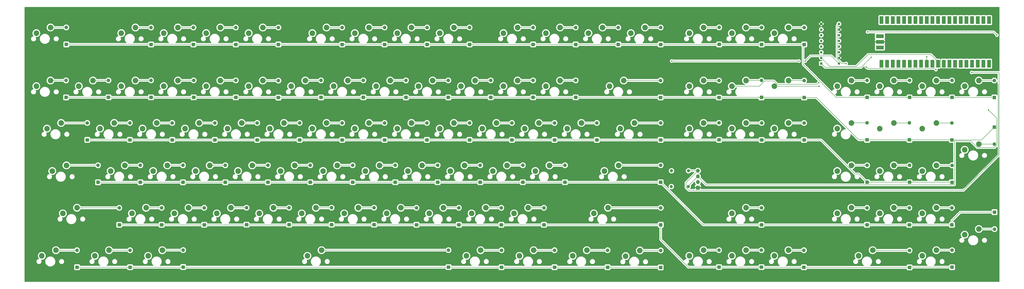
<source format=gbr>
%TF.GenerationSoftware,KiCad,Pcbnew,8.0.5*%
%TF.CreationDate,2025-05-24T13:04:26-04:00*%
%TF.ProjectId,Keyboard-Saturn,4b657962-6f61-4726-942d-53617475726e,rev?*%
%TF.SameCoordinates,Original*%
%TF.FileFunction,Copper,L1,Top*%
%TF.FilePolarity,Positive*%
%FSLAX46Y46*%
G04 Gerber Fmt 4.6, Leading zero omitted, Abs format (unit mm)*
G04 Created by KiCad (PCBNEW 8.0.5) date 2025-05-24 13:04:26*
%MOMM*%
%LPD*%
G01*
G04 APERTURE LIST*
%TA.AperFunction,ComponentPad*%
%ADD10R,1.600000X1.600000*%
%TD*%
%TA.AperFunction,ComponentPad*%
%ADD11O,1.600000X1.600000*%
%TD*%
%TA.AperFunction,ComponentPad*%
%ADD12C,2.500000*%
%TD*%
%TA.AperFunction,ComponentPad*%
%ADD13R,1.700000X1.700000*%
%TD*%
%TA.AperFunction,ComponentPad*%
%ADD14O,1.700000X1.700000*%
%TD*%
%TA.AperFunction,ComponentPad*%
%ADD15C,1.400000*%
%TD*%
%TA.AperFunction,ComponentPad*%
%ADD16O,1.400000X1.400000*%
%TD*%
%TA.AperFunction,SMDPad,CuDef*%
%ADD17R,1.700000X3.500000*%
%TD*%
%TA.AperFunction,SMDPad,CuDef*%
%ADD18R,3.500000X1.700000*%
%TD*%
%TA.AperFunction,ComponentPad*%
%ADD19R,1.130000X1.130000*%
%TD*%
%TA.AperFunction,ComponentPad*%
%ADD20C,1.130000*%
%TD*%
%TA.AperFunction,ViaPad*%
%ADD21C,0.600000*%
%TD*%
%TA.AperFunction,Conductor*%
%ADD22C,0.200000*%
%TD*%
G04 APERTURE END LIST*
D10*
%TO.P,D3,1,K*%
%TO.N,row 1*%
X97500000Y-59660000D03*
D11*
%TO.P,D3,2,A*%
%TO.N,Net-(D3-A)*%
X97500000Y-52040000D03*
%TD*%
D12*
%TO.P,SW14,1,1*%
%TO.N,col 1*%
X27070000Y-78380000D03*
%TO.P,SW14,2,2*%
%TO.N,Net-(D14-A)*%
X33420000Y-75840000D03*
%TD*%
D10*
%TO.P,D30,1,K*%
%TO.N,row 3*%
X88000000Y-102500000D03*
D11*
%TO.P,D30,2,A*%
%TO.N,Net-(D30-A)*%
X88000000Y-94880000D03*
%TD*%
D10*
%TO.P,D37,1,K*%
%TO.N,row 3*%
X221300000Y-102500000D03*
D11*
%TO.P,D37,2,A*%
%TO.N,Net-(D37-A)*%
X221300000Y-94880000D03*
%TD*%
D12*
%TO.P,SW32,1,1*%
%TO.N,col 5*%
X112750000Y-97420000D03*
%TO.P,SW32,2,2*%
%TO.N,Net-(D32-A)*%
X119100000Y-94880000D03*
%TD*%
%TO.P,SW0,1,1*%
%TO.N,col 16*%
X338910000Y-97415000D03*
%TO.P,SW0,2,2*%
%TO.N,Net-(D80-A)*%
X345260000Y-94875000D03*
%TD*%
D10*
%TO.P,D1,1,K*%
%TO.N,row 1*%
X40500000Y-59620000D03*
D11*
%TO.P,D1,2,A*%
%TO.N,Net-(D1-A)*%
X40500000Y-52000000D03*
%TD*%
D10*
%TO.P,D5,1,K*%
%TO.N,row 1*%
X135600000Y-59660000D03*
D11*
%TO.P,D5,2,A*%
%TO.N,Net-(D5-A)*%
X135600000Y-52040000D03*
%TD*%
D10*
%TO.P,D76,1,K*%
%TO.N,row 2*%
X333150000Y-83470000D03*
D11*
%TO.P,D76,2,A*%
%TO.N,Net-(D76-A)*%
X333150000Y-75850000D03*
%TD*%
D10*
%TO.P,D7,1,K*%
%TO.N,row 1*%
X183200000Y-59660000D03*
D11*
%TO.P,D7,2,A*%
%TO.N,Net-(D7-A)*%
X183200000Y-52040000D03*
%TD*%
D10*
%TO.P,D50,1,K*%
%TO.N,row 4*%
X207000000Y-121500000D03*
D11*
%TO.P,D50,2,A*%
%TO.N,Net-(D50-A)*%
X207000000Y-113880000D03*
%TD*%
D10*
%TO.P,D83,1,K*%
%TO.N,row 3*%
X371325000Y-102525000D03*
D11*
%TO.P,D83,2,A*%
%TO.N,Net-(D83-A)*%
X371325000Y-94905000D03*
%TD*%
D12*
%TO.P,SW74,1,1*%
%TO.N,col 14*%
X291310000Y-154650000D03*
%TO.P,SW74,2,2*%
%TO.N,Net-(D74-A)*%
X297660000Y-152110000D03*
%TD*%
%TO.P,SW63,1,1*%
%TO.N,col 9*%
X203190000Y-135500000D03*
%TO.P,SW63,2,2*%
%TO.N,Net-(D63-A)*%
X209540000Y-132960000D03*
%TD*%
D10*
%TO.P,D98,1,K*%
%TO.N,row 3*%
X437625000Y-121550000D03*
D11*
%TO.P,D98,2,A*%
%TO.N,Net-(D98-A)*%
X437625000Y-113930000D03*
%TD*%
D10*
%TO.P,D60,1,K*%
%TO.N,row 5*%
X159450000Y-140550000D03*
D11*
%TO.P,D60,2,A*%
%TO.N,Net-(D60-A)*%
X159450000Y-132930000D03*
%TD*%
D10*
%TO.P,D104,1,K*%
%TO.N,row 4*%
X437600000Y-140600000D03*
D11*
%TO.P,D104,2,A*%
%TO.N,Net-(D104-A)*%
X437600000Y-132980000D03*
%TD*%
D12*
%TO.P,SW46,1,1*%
%TO.N,col 5*%
X117510000Y-116460000D03*
%TO.P,SW46,2,2*%
%TO.N,Net-(D46-A)*%
X123860000Y-113920000D03*
%TD*%
D10*
%TO.P,D63,1,K*%
%TO.N,row 5*%
X216500000Y-140600000D03*
D11*
%TO.P,D63,2,A*%
%TO.N,Net-(D63-A)*%
X216500000Y-132980000D03*
%TD*%
D12*
%TO.P,SW43,1,1*%
%TO.N,col 2*%
X60390000Y-116460000D03*
%TO.P,SW43,2,2*%
%TO.N,Net-(D43-A)*%
X66740000Y-113920000D03*
%TD*%
D10*
%TO.P,D25,1,K*%
%TO.N,row 2*%
X249800000Y-83400000D03*
D11*
%TO.P,D25,2,A*%
%TO.N,Net-(D25-A)*%
X249800000Y-75780000D03*
%TD*%
D10*
%TO.P,D86,1,K*%
%TO.N,row 4*%
X352200000Y-140600000D03*
D11*
%TO.P,D86,2,A*%
%TO.N,Net-(D86-A)*%
X352200000Y-132980000D03*
%TD*%
D12*
%TO.P,SW7,1,1*%
%TO.N,col 7*%
X169870000Y-54580000D03*
%TO.P,SW7,2,2*%
%TO.N,Net-(D7-A)*%
X176220000Y-52040000D03*
%TD*%
D10*
%TO.P,D28,1,K*%
%TO.N,row 3*%
X49900000Y-102500000D03*
D11*
%TO.P,D28,2,A*%
%TO.N,Net-(D28-A)*%
X49900000Y-94880000D03*
%TD*%
D10*
%TO.P,D33,1,K*%
%TO.N,row 3*%
X145100000Y-102500000D03*
D11*
%TO.P,D33,2,A*%
%TO.N,Net-(D33-A)*%
X145100000Y-94880000D03*
%TD*%
D12*
%TO.P,SW82,1,1*%
%TO.N,col 17*%
X357950000Y-78375000D03*
%TO.P,SW82,2,2*%
%TO.N,Net-(D82-A)*%
X364300000Y-75835000D03*
%TD*%
D10*
%TO.P,D4,1,K*%
%TO.N,row 1*%
X116500000Y-59660000D03*
D11*
%TO.P,D4,2,A*%
%TO.N,Net-(D4-A)*%
X116500000Y-52040000D03*
%TD*%
D12*
%TO.P,SW64,1,1*%
%TO.N,col 10*%
X222230000Y-135500000D03*
%TO.P,SW64,2,2*%
%TO.N,Net-(D64-A)*%
X228580000Y-132960000D03*
%TD*%
%TO.P,SW78,1,1*%
%TO.N,col 16*%
X338910000Y-54575000D03*
%TO.P,SW78,2,2*%
%TO.N,Net-(D78-A)*%
X345260000Y-52035000D03*
%TD*%
%TO.P,SW84,1,1*%
%TO.N,col 18*%
X386190000Y-78375000D03*
%TO.P,SW84,2,2*%
%TO.N,Net-(D84-A)*%
X392540000Y-75835000D03*
%TD*%
%TO.P,SW97,1,1*%
%TO.N,col 20*%
X424270000Y-97415000D03*
%TO.P,SW97,2,2*%
%TO.N,Net-(D97-A)*%
X430620000Y-94875000D03*
%TD*%
D10*
%TO.P,D78,1,K*%
%TO.N,row 1*%
X352250000Y-59645000D03*
D11*
%TO.P,D78,2,A*%
%TO.N,Net-(D78-A)*%
X352250000Y-52025000D03*
%TD*%
D12*
%TO.P,SW8,1,1*%
%TO.N,col 8*%
X188910000Y-54580000D03*
%TO.P,SW8,2,2*%
%TO.N,Net-(D8-A)*%
X195260000Y-52040000D03*
%TD*%
D10*
%TO.P,D90,1,K*%
%TO.N,row 3*%
X399575000Y-121525000D03*
D11*
%TO.P,D90,2,A*%
%TO.N,Net-(D90-A)*%
X399575000Y-113905000D03*
%TD*%
D12*
%TO.P,SW59,1,1*%
%TO.N,col 5*%
X127030000Y-135500000D03*
%TO.P,SW59,2,2*%
%TO.N,Net-(D59-A)*%
X133380000Y-132960000D03*
%TD*%
D10*
%TO.P,D34,1,K*%
%TO.N,row 3*%
X164200000Y-102500000D03*
D11*
%TO.P,D34,2,A*%
%TO.N,Net-(D34-A)*%
X164200000Y-94880000D03*
%TD*%
D12*
%TO.P,SW56,1,1*%
%TO.N,col 2*%
X69910000Y-135500000D03*
%TO.P,SW56,2,2*%
%TO.N,Net-(D56-A)*%
X76260000Y-132960000D03*
%TD*%
D10*
%TO.P,D44,1,K*%
%TO.N,row 4*%
X92800000Y-121510000D03*
D11*
%TO.P,D44,2,A*%
%TO.N,Net-(D44-A)*%
X92800000Y-113890000D03*
%TD*%
D10*
%TO.P,D67,1,K*%
%TO.N,row 6*%
X45300000Y-159635000D03*
D11*
%TO.P,D67,2,A*%
%TO.N,Net-(D67-A)*%
X45300000Y-152015000D03*
%TD*%
D10*
%TO.P,D71,1,K*%
%TO.N,row 6*%
X235625000Y-159650000D03*
D11*
%TO.P,D71,2,A*%
%TO.N,Net-(D71-A)*%
X235625000Y-152030000D03*
%TD*%
D10*
%TO.P,D85,1,K*%
%TO.N,row 5*%
X333175000Y-159600000D03*
D11*
%TO.P,D85,2,A*%
%TO.N,Net-(D85-A)*%
X333175000Y-151980000D03*
%TD*%
D12*
%TO.P,SW93,1,1*%
%TO.N,col 19*%
X405230000Y-97415000D03*
%TO.P,SW93,2,2*%
%TO.N,Net-(D93-A)*%
X411580000Y-94875000D03*
%TD*%
%TO.P,SW52,1,1*%
%TO.N,col 11*%
X231750000Y-116460000D03*
%TO.P,SW52,2,2*%
%TO.N,Net-(D52-A)*%
X238100000Y-113920000D03*
%TD*%
D10*
%TO.P,D19,1,K*%
%TO.N,row 2*%
X135600000Y-83500000D03*
D11*
%TO.P,D19,2,A*%
%TO.N,Net-(D19-A)*%
X135600000Y-75880000D03*
%TD*%
D10*
%TO.P,D9,1,K*%
%TO.N,row 1*%
X221300000Y-59660000D03*
D11*
%TO.P,D9,2,A*%
%TO.N,Net-(D9-A)*%
X221300000Y-52040000D03*
%TD*%
D10*
%TO.P,D70,1,K*%
%TO.N,row 6*%
X211875000Y-159600000D03*
D11*
%TO.P,D70,2,A*%
%TO.N,Net-(D70-A)*%
X211875000Y-151980000D03*
%TD*%
D12*
%TO.P,SW75,1,1*%
%TO.N,col 15*%
X319870000Y-54575000D03*
%TO.P,SW75,2,2*%
%TO.N,Net-(D75-A)*%
X326220000Y-52035000D03*
%TD*%
%TO.P,SW12,1,1*%
%TO.N,col 12*%
X274590000Y-54580000D03*
%TO.P,SW12,2,2*%
%TO.N,Net-(D12-A)*%
X280940000Y-52040000D03*
%TD*%
D10*
%TO.P,D53,1,K*%
%TO.N,row 4*%
X264100000Y-121500000D03*
D11*
%TO.P,D53,2,A*%
%TO.N,Net-(D53-A)*%
X264100000Y-113880000D03*
%TD*%
D10*
%TO.P,D18,1,K*%
%TO.N,row 2*%
X116500000Y-83400000D03*
D11*
%TO.P,D18,2,A*%
%TO.N,Net-(D18-A)*%
X116500000Y-75780000D03*
%TD*%
D13*
%TO.P,J1,1,GND*%
%TO.N,GND*%
X323680000Y-123975000D03*
D14*
%TO.P,J1,2,VCC*%
%TO.N,+5V*%
X323680000Y-121435000D03*
%TO.P,J1,3,SCL*%
%TO.N,SCL*%
X323680000Y-118895000D03*
%TO.P,J1,4,SDA*%
%TO.N,SDA*%
X323680000Y-116355000D03*
%TD*%
D12*
%TO.P,SW10,1,1*%
%TO.N,col 10*%
X236510000Y-54580000D03*
%TO.P,SW10,2,2*%
%TO.N,Net-(D10-A)*%
X242860000Y-52040000D03*
%TD*%
%TO.P,SW37,1,1*%
%TO.N,col 10*%
X207950000Y-97420000D03*
%TO.P,SW37,2,2*%
%TO.N,Net-(D37-A)*%
X214300000Y-94880000D03*
%TD*%
D10*
%TO.P,D47,1,K*%
%TO.N,row 4*%
X149900000Y-121500000D03*
D11*
%TO.P,D47,2,A*%
%TO.N,Net-(D47-A)*%
X149900000Y-113880000D03*
%TD*%
D12*
%TO.P,SW36,1,1*%
%TO.N,col 9*%
X188910000Y-97420000D03*
%TO.P,SW36,2,2*%
%TO.N,Net-(D36-A)*%
X195260000Y-94880000D03*
%TD*%
%TO.P,SW30,1,1*%
%TO.N,col 3*%
X74670000Y-97420000D03*
%TO.P,SW30,2,2*%
%TO.N,Net-(D30-A)*%
X81020000Y-94880000D03*
%TD*%
%TO.P,SW51,1,1*%
%TO.N,col 10*%
X212710000Y-116460000D03*
%TO.P,SW51,2,2*%
%TO.N,Net-(D51-A)*%
X219060000Y-113920000D03*
%TD*%
D10*
%TO.P,D52,1,K*%
%TO.N,row 4*%
X245200000Y-121500000D03*
D11*
%TO.P,D52,2,A*%
%TO.N,Net-(D52-A)*%
X245200000Y-113880000D03*
%TD*%
D10*
%TO.P,D8,1,K*%
%TO.N,row 1*%
X202300000Y-59660000D03*
D11*
%TO.P,D8,2,A*%
%TO.N,Net-(D8-A)*%
X202300000Y-52040000D03*
%TD*%
D12*
%TO.P,SW83,1,1*%
%TO.N,col 17*%
X357950000Y-97415000D03*
%TO.P,SW83,2,2*%
%TO.N,Net-(D83-A)*%
X364300000Y-94875000D03*
%TD*%
%TO.P,SW15,1,1*%
%TO.N,col 2*%
X46110000Y-78380000D03*
%TO.P,SW15,2,2*%
%TO.N,Net-(D15-A)*%
X52460000Y-75840000D03*
%TD*%
%TO.P,SW76,1,1*%
%TO.N,col 15*%
X319870000Y-78375000D03*
%TO.P,SW76,2,2*%
%TO.N,Net-(D76-A)*%
X326220000Y-75835000D03*
%TD*%
D10*
%TO.P,D2,1,K*%
%TO.N,row 1*%
X78500000Y-59670000D03*
D11*
%TO.P,D2,2,A*%
%TO.N,Net-(D2-A)*%
X78500000Y-52050000D03*
%TD*%
D12*
%TO.P,SW35,1,1*%
%TO.N,col 8*%
X169870000Y-97420000D03*
%TO.P,SW35,2,2*%
%TO.N,Net-(D35-A)*%
X176220000Y-94880000D03*
%TD*%
D10*
%TO.P,D72,1,K*%
%TO.N,row 6*%
X259400000Y-159650000D03*
D11*
%TO.P,D72,2,A*%
%TO.N,Net-(D72-A)*%
X259400000Y-152030000D03*
%TD*%
D12*
%TO.P,SW100,1,1*%
%TO.N,col 21*%
X443310000Y-78375000D03*
%TO.P,SW100,2,2*%
%TO.N,Net-(D100-A)*%
X449660000Y-75835000D03*
%TD*%
D10*
%TO.P,D73,1,K*%
%TO.N,row 6*%
X283200000Y-159650000D03*
D11*
%TO.P,D73,2,A*%
%TO.N,Net-(D73-A)*%
X283200000Y-152030000D03*
%TD*%
D12*
%TO.P,SW1,1,1*%
%TO.N,col 1*%
X27070000Y-54580000D03*
%TO.P,SW1,2,2*%
%TO.N,Net-(D1-A)*%
X33420000Y-52040000D03*
%TD*%
D10*
%TO.P,D24,1,K*%
%TO.N,row 2*%
X230800000Y-83400000D03*
D11*
%TO.P,D24,2,A*%
%TO.N,Net-(D24-A)*%
X230800000Y-75780000D03*
%TD*%
D10*
%TO.P,D13,1,K*%
%TO.N,row 1*%
X307000000Y-59660000D03*
D11*
%TO.P,D13,2,A*%
%TO.N,Net-(D13-A)*%
X307000000Y-52040000D03*
%TD*%
D12*
%TO.P,SW42,1,1*%
%TO.N,col 1*%
X34210000Y-116465000D03*
%TO.P,SW42,2,2*%
%TO.N,Net-(D42-A)*%
X40560000Y-113925000D03*
%TD*%
%TO.P,SW72,1,1*%
%TO.N,col 10*%
X243710000Y-154540000D03*
%TO.P,SW72,2,2*%
%TO.N,Net-(D72-A)*%
X250060000Y-152000000D03*
%TD*%
%TO.P,SW81,1,1*%
%TO.N,col 17*%
X357950000Y-54575000D03*
%TO.P,SW81,2,2*%
%TO.N,Net-(D81-A)*%
X364300000Y-52035000D03*
%TD*%
%TO.P,SW34,1,1*%
%TO.N,col 7*%
X150830000Y-97420000D03*
%TO.P,SW34,2,2*%
%TO.N,Net-(D34-A)*%
X157180000Y-94880000D03*
%TD*%
D15*
%TO.P,R4,1*%
%TO.N,SDA*%
X319500000Y-116350000D03*
D16*
%TO.P,R4,2*%
%TO.N,+3.3V*%
X311880000Y-116350000D03*
%TD*%
D12*
%TO.P,SW17,1,1*%
%TO.N,col 4*%
X84190000Y-78380000D03*
%TO.P,SW17,2,2*%
%TO.N,Net-(D17-A)*%
X90540000Y-75840000D03*
%TD*%
%TO.P,SW95,1,1*%
%TO.N,col 21*%
X443310000Y-145015000D03*
%TO.P,SW95,2,2*%
%TO.N,Net-(D95-A)*%
X449660000Y-142475000D03*
%TD*%
D10*
%TO.P,D14,1,K*%
%TO.N,row 2*%
X40400000Y-83410000D03*
D11*
%TO.P,D14,2,A*%
%TO.N,Net-(D14-A)*%
X40400000Y-75790000D03*
%TD*%
D10*
%TO.P,D31,1,K*%
%TO.N,row 3*%
X107100000Y-102500000D03*
D11*
%TO.P,D31,2,A*%
%TO.N,Net-(D31-A)*%
X107100000Y-94880000D03*
%TD*%
D12*
%TO.P,SW65,1,1*%
%TO.N,col 11*%
X241270000Y-135500000D03*
%TO.P,SW65,2,2*%
%TO.N,Net-(D65-A)*%
X247620000Y-132960000D03*
%TD*%
%TO.P,SW53,1,1*%
%TO.N,col 12*%
X250790000Y-116460000D03*
%TO.P,SW53,2,2*%
%TO.N,Net-(D53-A)*%
X257140000Y-113920000D03*
%TD*%
%TO.P,SW28,1,1*%
%TO.N,col 1*%
X31830000Y-97420000D03*
%TO.P,SW28,2,2*%
%TO.N,Net-(D28-A)*%
X38180000Y-94880000D03*
%TD*%
%TO.P,SW44,1,1*%
%TO.N,col 3*%
X79430000Y-116460000D03*
%TO.P,SW44,2,2*%
%TO.N,Net-(D44-A)*%
X85780000Y-113920000D03*
%TD*%
D10*
%TO.P,D84,1,K*%
%TO.N,row 1*%
X399575000Y-83425000D03*
D11*
%TO.P,D84,2,A*%
%TO.N,Net-(D84-A)*%
X399575000Y-75805000D03*
%TD*%
D12*
%TO.P,SW67,1,1*%
%TO.N,col 1*%
X29510000Y-154540000D03*
%TO.P,SW67,2,2*%
%TO.N,Net-(D67-A)*%
X35860000Y-152000000D03*
%TD*%
D10*
%TO.P,D102,1,K*%
%TO.N,row 2*%
X456650000Y-96775000D03*
D11*
%TO.P,D102,2,A*%
%TO.N,Net-(D102-A)*%
X456650000Y-104395000D03*
%TD*%
D10*
%TO.P,D93,1,K*%
%TO.N,row 2*%
X418550000Y-102475000D03*
D11*
%TO.P,D93,2,A*%
%TO.N,Net-(D93-A)*%
X418550000Y-94855000D03*
%TD*%
D12*
%TO.P,SW68,1,1*%
%TO.N,col 2*%
X53310000Y-154540000D03*
%TO.P,SW68,2,2*%
%TO.N,Net-(D68-A)*%
X59660000Y-152000000D03*
%TD*%
D10*
%TO.P,D35,1,K*%
%TO.N,row 3*%
X183200000Y-102500000D03*
D11*
%TO.P,D35,2,A*%
%TO.N,Net-(D35-A)*%
X183200000Y-94880000D03*
%TD*%
D12*
%TO.P,SW25,1,1*%
%TO.N,col 12*%
X236510000Y-78380000D03*
%TO.P,SW25,2,2*%
%TO.N,Net-(D25-A)*%
X242860000Y-75840000D03*
%TD*%
D10*
%TO.P,D40,1,K*%
%TO.N,row 3*%
X278400000Y-102500000D03*
D11*
%TO.P,D40,2,A*%
%TO.N,Net-(D40-A)*%
X278400000Y-94880000D03*
%TD*%
D10*
%TO.P,D103,1,K*%
%TO.N,row 4*%
X418500000Y-140625000D03*
D11*
%TO.P,D103,2,A*%
%TO.N,Net-(D103-A)*%
X418500000Y-133005000D03*
%TD*%
D10*
%TO.P,D95,1,K*%
%TO.N,row 4*%
X456700000Y-134925000D03*
D11*
%TO.P,D95,2,A*%
%TO.N,Net-(D95-A)*%
X456700000Y-142545000D03*
%TD*%
D12*
%TO.P,SW62,1,1*%
%TO.N,col 8*%
X184150000Y-135500000D03*
%TO.P,SW62,2,2*%
%TO.N,Net-(D62-A)*%
X190500000Y-132960000D03*
%TD*%
D15*
%TO.P,R3,1*%
%TO.N,SCL*%
X319400000Y-123425000D03*
D16*
%TO.P,R3,2*%
%TO.N,+3.3V*%
X311780000Y-123425000D03*
%TD*%
D12*
%TO.P,SW38,1,1*%
%TO.N,col 11*%
X226990000Y-97420000D03*
%TO.P,SW38,2,2*%
%TO.N,Net-(D38-A)*%
X233340000Y-94880000D03*
%TD*%
D10*
%TO.P,D42,1,K*%
%TO.N,row 4*%
X54700000Y-121510000D03*
D11*
%TO.P,D42,2,A*%
%TO.N,Net-(D42-A)*%
X54700000Y-113890000D03*
%TD*%
D12*
%TO.P,SW58,1,1*%
%TO.N,col 4*%
X107990000Y-135500000D03*
%TO.P,SW58,2,2*%
%TO.N,Net-(D58-A)*%
X114340000Y-132960000D03*
%TD*%
%TO.P,SW13,1,1*%
%TO.N,col 13*%
X293630000Y-54580000D03*
%TO.P,SW13,2,2*%
%TO.N,Net-(D13-A)*%
X299980000Y-52040000D03*
%TD*%
D10*
%TO.P,D68,1,K*%
%TO.N,row 6*%
X69100000Y-159635000D03*
D11*
%TO.P,D68,2,A*%
%TO.N,Net-(D68-A)*%
X69100000Y-152015000D03*
%TD*%
D10*
%TO.P,D48,1,K*%
%TO.N,row 4*%
X168900000Y-121500000D03*
D11*
%TO.P,D48,2,A*%
%TO.N,Net-(D48-A)*%
X168900000Y-113880000D03*
%TD*%
D12*
%TO.P,SW23,1,1*%
%TO.N,col 10*%
X198430000Y-78380000D03*
%TO.P,SW23,2,2*%
%TO.N,Net-(D23-A)*%
X204780000Y-75840000D03*
%TD*%
%TO.P,SW22,1,1*%
%TO.N,col 9*%
X179390000Y-78380000D03*
%TO.P,SW22,2,2*%
%TO.N,Net-(D22-A)*%
X185740000Y-75840000D03*
%TD*%
%TO.P,SW88,1,1*%
%TO.N,col 18*%
X386190000Y-97415000D03*
%TO.P,SW88,2,2*%
%TO.N,Net-(D88-A)*%
X392540000Y-94875000D03*
%TD*%
%TO.P,SW20,1,1*%
%TO.N,col 7*%
X141310000Y-78380000D03*
%TO.P,SW20,2,2*%
%TO.N,Net-(D20-A)*%
X147660000Y-75840000D03*
%TD*%
%TO.P,SW18,1,1*%
%TO.N,col 5*%
X103230000Y-78380000D03*
%TO.P,SW18,2,2*%
%TO.N,Net-(D18-A)*%
X109580000Y-75840000D03*
%TD*%
%TO.P,SW33,1,1*%
%TO.N,col 6*%
X131790000Y-97420000D03*
%TO.P,SW33,2,2*%
%TO.N,Net-(D33-A)*%
X138140000Y-94880000D03*
%TD*%
%TO.P,SW6,1,1*%
%TO.N,col 6*%
X150830000Y-54580000D03*
%TO.P,SW6,2,2*%
%TO.N,Net-(D6-A)*%
X157180000Y-52040000D03*
%TD*%
D10*
%TO.P,D54,1,K*%
%TO.N,row 4*%
X307000000Y-121500000D03*
D11*
%TO.P,D54,2,A*%
%TO.N,Net-(D54-A)*%
X307000000Y-113880000D03*
%TD*%
D12*
%TO.P,SW91,1,1*%
%TO.N,col 18*%
X395710000Y-154535000D03*
%TO.P,SW91,2,2*%
%TO.N,Net-(D91-A)*%
X402060000Y-151995000D03*
%TD*%
%TO.P,SW85,1,1*%
%TO.N,col 15*%
X319870000Y-154535000D03*
%TO.P,SW85,2,2*%
%TO.N,Net-(D85-A)*%
X326220000Y-151995000D03*
%TD*%
D10*
%TO.P,D21,1,K*%
%TO.N,row 2*%
X173700000Y-83400000D03*
D11*
%TO.P,D21,2,A*%
%TO.N,Net-(D21-A)*%
X173700000Y-75780000D03*
%TD*%
D10*
%TO.P,D58,1,K*%
%TO.N,row 5*%
X121300000Y-140550000D03*
D11*
%TO.P,D58,2,A*%
%TO.N,Net-(D58-A)*%
X121300000Y-132930000D03*
%TD*%
D10*
%TO.P,D101,1,K*%
%TO.N,row 4*%
X399525000Y-140600000D03*
D11*
%TO.P,D101,2,A*%
%TO.N,Net-(D101-A)*%
X399525000Y-132980000D03*
%TD*%
D12*
%TO.P,SW24,1,1*%
%TO.N,col 11*%
X217470000Y-78380000D03*
%TO.P,SW24,2,2*%
%TO.N,Net-(D24-A)*%
X223820000Y-75840000D03*
%TD*%
D10*
%TO.P,D10,1,K*%
%TO.N,row 1*%
X249800000Y-59660000D03*
D11*
%TO.P,D10,2,A*%
%TO.N,Net-(D10-A)*%
X249800000Y-52040000D03*
%TD*%
D10*
%TO.P,D36,1,K*%
%TO.N,row 3*%
X202200000Y-102500000D03*
D11*
%TO.P,D36,2,A*%
%TO.N,Net-(D36-A)*%
X202200000Y-94880000D03*
%TD*%
D10*
%TO.P,D6,1,K*%
%TO.N,row 1*%
X164200000Y-59660000D03*
D11*
%TO.P,D6,2,A*%
%TO.N,Net-(D6-A)*%
X164200000Y-52040000D03*
%TD*%
D10*
%TO.P,D32,1,K*%
%TO.N,row 3*%
X126100000Y-102500000D03*
D11*
%TO.P,D32,2,A*%
%TO.N,Net-(D32-A)*%
X126100000Y-94880000D03*
%TD*%
D12*
%TO.P,SW40,1,1*%
%TO.N,col 13*%
X265070000Y-97420000D03*
%TO.P,SW40,2,2*%
%TO.N,Net-(D40-A)*%
X271420000Y-94880000D03*
%TD*%
%TO.P,SW31,1,1*%
%TO.N,col 4*%
X93710000Y-97420000D03*
%TO.P,SW31,2,2*%
%TO.N,Net-(D31-A)*%
X100060000Y-94880000D03*
%TD*%
D10*
%TO.P,D97,1,K*%
%TO.N,row 2*%
X437575000Y-102525000D03*
D11*
%TO.P,D97,2,A*%
%TO.N,Net-(D97-A)*%
X437575000Y-94905000D03*
%TD*%
D12*
%TO.P,SW39,1,1*%
%TO.N,col 12*%
X246030000Y-97420000D03*
%TO.P,SW39,2,2*%
%TO.N,Net-(D39-A)*%
X252380000Y-94880000D03*
%TD*%
D10*
%TO.P,D100,1,K*%
%TO.N,row 1*%
X456625000Y-83460000D03*
D11*
%TO.P,D100,2,A*%
%TO.N,Net-(D100-A)*%
X456625000Y-75840000D03*
%TD*%
D12*
%TO.P,SW92,1,1*%
%TO.N,col 19*%
X405230000Y-78375000D03*
%TO.P,SW92,2,2*%
%TO.N,Net-(D92-A)*%
X411580000Y-75835000D03*
%TD*%
D10*
%TO.P,D29,1,K*%
%TO.N,row 3*%
X69000000Y-102500000D03*
D11*
%TO.P,D29,2,A*%
%TO.N,Net-(D29-A)*%
X69000000Y-94880000D03*
%TD*%
D10*
%TO.P,D22,1,K*%
%TO.N,row 2*%
X192800000Y-83410000D03*
D11*
%TO.P,D22,2,A*%
%TO.N,Net-(D22-A)*%
X192800000Y-75790000D03*
%TD*%
D12*
%TO.P,SW103,1,1*%
%TO.N,col 19*%
X405230000Y-135495000D03*
%TO.P,SW103,2,2*%
%TO.N,Net-(D103-A)*%
X411580000Y-132955000D03*
%TD*%
%TO.P,SW9,1,1*%
%TO.N,col 9*%
X207950000Y-54580000D03*
%TO.P,SW9,2,2*%
%TO.N,Net-(D9-A)*%
X214300000Y-52040000D03*
%TD*%
%TO.P,SW73,1,1*%
%TO.N,col 11*%
X267525000Y-154550000D03*
%TO.P,SW73,2,2*%
%TO.N,Net-(D73-A)*%
X273875000Y-152010000D03*
%TD*%
D10*
%TO.P,D12,1,K*%
%TO.N,row 1*%
X288000000Y-59660000D03*
D11*
%TO.P,D12,2,A*%
%TO.N,Net-(D12-A)*%
X288000000Y-52040000D03*
%TD*%
D10*
%TO.P,D27,1,K*%
%TO.N,row 2*%
X306950000Y-83435000D03*
D11*
%TO.P,D27,2,A*%
%TO.N,Net-(D27-A)*%
X306950000Y-75815000D03*
%TD*%
D10*
%TO.P,D38,1,K*%
%TO.N,row 3*%
X240300000Y-102500000D03*
D11*
%TO.P,D38,2,A*%
%TO.N,Net-(D38-A)*%
X240300000Y-94880000D03*
%TD*%
D10*
%TO.P,D89,1,K*%
%TO.N,row 5*%
X371225000Y-159650000D03*
D11*
%TO.P,D89,2,A*%
%TO.N,Net-(D89-A)*%
X371225000Y-152030000D03*
%TD*%
D10*
%TO.P,D57,1,K*%
%TO.N,row 5*%
X102350000Y-140600000D03*
D11*
%TO.P,D57,2,A*%
%TO.N,Net-(D57-A)*%
X102350000Y-132980000D03*
%TD*%
D12*
%TO.P,SW87,1,1*%
%TO.N,col 16*%
X338910000Y-154535000D03*
%TO.P,SW87,2,2*%
%TO.N,Net-(D87-A)*%
X345260000Y-151995000D03*
%TD*%
D10*
%TO.P,D79,1,K*%
%TO.N,row 2*%
X352200000Y-83420000D03*
D11*
%TO.P,D79,2,A*%
%TO.N,Net-(D79-A)*%
X352200000Y-75800000D03*
%TD*%
D12*
%TO.P,SW86,1,1*%
%TO.N,col 16*%
X338910000Y-135495000D03*
%TO.P,SW86,2,2*%
%TO.N,Net-(D86-A)*%
X345260000Y-132955000D03*
%TD*%
D10*
%TO.P,D81,1,K*%
%TO.N,row 1*%
X371375000Y-59665000D03*
D11*
%TO.P,D81,2,A*%
%TO.N,Net-(D81-A)*%
X371375000Y-52045000D03*
%TD*%
D10*
%TO.P,D45,1,K*%
%TO.N,row 4*%
X111800000Y-121510000D03*
D11*
%TO.P,D45,2,A*%
%TO.N,Net-(D45-A)*%
X111800000Y-113890000D03*
%TD*%
D12*
%TO.P,SW26,1,1*%
%TO.N,col 13*%
X255550000Y-78380000D03*
%TO.P,SW26,2,2*%
%TO.N,Net-(D26-A)*%
X261900000Y-75840000D03*
%TD*%
%TO.P,SW61,1,1*%
%TO.N,col 7*%
X165110000Y-135500000D03*
%TO.P,SW61,2,2*%
%TO.N,Net-(D61-A)*%
X171460000Y-132960000D03*
%TD*%
D10*
%TO.P,D43,1,K*%
%TO.N,row 4*%
X73700000Y-121510000D03*
D11*
%TO.P,D43,2,A*%
%TO.N,Net-(D43-A)*%
X73700000Y-113890000D03*
%TD*%
D10*
%TO.P,D46,1,K*%
%TO.N,row 4*%
X130900000Y-121510000D03*
D11*
%TO.P,D46,2,A*%
%TO.N,Net-(D46-A)*%
X130900000Y-113890000D03*
%TD*%
D12*
%TO.P,SW96,1,1*%
%TO.N,col 20*%
X424270000Y-78375000D03*
%TO.P,SW96,2,2*%
%TO.N,Net-(D96-A)*%
X430620000Y-75835000D03*
%TD*%
%TO.P,SW47,1,1*%
%TO.N,col 6*%
X136550000Y-116460000D03*
%TO.P,SW47,2,2*%
%TO.N,Net-(D47-A)*%
X142900000Y-113920000D03*
%TD*%
%TO.P,SW21,1,1*%
%TO.N,col 8*%
X160350000Y-78380000D03*
%TO.P,SW21,2,2*%
%TO.N,Net-(D21-A)*%
X166700000Y-75840000D03*
%TD*%
D10*
%TO.P,D17,1,K*%
%TO.N,row 2*%
X97600000Y-83400000D03*
D11*
%TO.P,D17,2,A*%
%TO.N,Net-(D17-A)*%
X97600000Y-75780000D03*
%TD*%
D12*
%TO.P,SW102,1,1*%
%TO.N,col 21*%
X443310000Y-106935000D03*
%TO.P,SW102,2,2*%
%TO.N,Net-(D102-A)*%
X449660000Y-104395000D03*
%TD*%
%TO.P,SW99,1,1*%
%TO.N,col 20*%
X424270000Y-154535000D03*
%TO.P,SW99,2,2*%
%TO.N,Net-(D99-A)*%
X430620000Y-151995000D03*
%TD*%
D10*
%TO.P,D88,1,K*%
%TO.N,row 2*%
X399575000Y-102475000D03*
D11*
%TO.P,D88,2,A*%
%TO.N,Net-(D88-A)*%
X399575000Y-94855000D03*
%TD*%
D12*
%TO.P,SW11,1,1*%
%TO.N,col 11*%
X255550000Y-54580000D03*
%TO.P,SW11,2,2*%
%TO.N,Net-(D11-A)*%
X261900000Y-52040000D03*
%TD*%
D10*
%TO.P,D75,1,K*%
%TO.N,row 1*%
X333250000Y-59615000D03*
D11*
%TO.P,D75,2,A*%
%TO.N,Net-(D75-A)*%
X333250000Y-51995000D03*
%TD*%
D12*
%TO.P,SW48,1,1*%
%TO.N,col 7*%
X155590000Y-116460000D03*
%TO.P,SW48,2,2*%
%TO.N,Net-(D48-A)*%
X161940000Y-113920000D03*
%TD*%
D10*
%TO.P,D15,1,K*%
%TO.N,row 2*%
X59400000Y-83400000D03*
D11*
%TO.P,D15,2,A*%
%TO.N,Net-(D15-A)*%
X59400000Y-75780000D03*
%TD*%
D12*
%TO.P,SW71,1,1*%
%TO.N,col 9*%
X219910000Y-154540000D03*
%TO.P,SW71,2,2*%
%TO.N,Net-(D71-A)*%
X226260000Y-152000000D03*
%TD*%
%TO.P,SW27,1,1*%
%TO.N,col 14*%
X284110000Y-78380000D03*
%TO.P,SW27,2,2*%
%TO.N,Net-(D27-A)*%
X290460000Y-75840000D03*
%TD*%
D10*
%TO.P,D59,1,K*%
%TO.N,row 5*%
X140400000Y-140550000D03*
D11*
%TO.P,D59,2,A*%
%TO.N,Net-(D59-A)*%
X140400000Y-132930000D03*
%TD*%
D12*
%TO.P,SW16,1,1*%
%TO.N,col 3*%
X65150000Y-78380000D03*
%TO.P,SW16,2,2*%
%TO.N,Net-(D16-A)*%
X71500000Y-75840000D03*
%TD*%
D10*
%TO.P,D20,1,K*%
%TO.N,row 2*%
X154700000Y-83410000D03*
D11*
%TO.P,D20,2,A*%
%TO.N,Net-(D20-A)*%
X154700000Y-75790000D03*
%TD*%
D10*
%TO.P,D26,1,K*%
%TO.N,row 2*%
X268900000Y-83400000D03*
D11*
%TO.P,D26,2,A*%
%TO.N,Net-(D26-A)*%
X268900000Y-75780000D03*
%TD*%
D12*
%TO.P,SW2,1,1*%
%TO.N,col 2*%
X65150000Y-54580000D03*
%TO.P,SW2,2,2*%
%TO.N,Net-(D2-A)*%
X71500000Y-52040000D03*
%TD*%
D10*
%TO.P,D77,1,K*%
%TO.N,row 3*%
X333200000Y-102470000D03*
D11*
%TO.P,D77,2,A*%
%TO.N,Net-(D77-A)*%
X333200000Y-94850000D03*
%TD*%
D12*
%TO.P,SW57,1,1*%
%TO.N,col 3*%
X88950000Y-135500000D03*
%TO.P,SW57,2,2*%
%TO.N,Net-(D57-A)*%
X95300000Y-132960000D03*
%TD*%
D10*
%TO.P,D49,1,K*%
%TO.N,row 4*%
X188000000Y-121500000D03*
D11*
%TO.P,D49,2,A*%
%TO.N,Net-(D49-A)*%
X188000000Y-113880000D03*
%TD*%
D12*
%TO.P,SW45,1,1*%
%TO.N,col 4*%
X98470000Y-116460000D03*
%TO.P,SW45,2,2*%
%TO.N,Net-(D45-A)*%
X104820000Y-113920000D03*
%TD*%
D10*
%TO.P,D80,1,K*%
%TO.N,row 3*%
X352275000Y-102525000D03*
D11*
%TO.P,D80,2,A*%
%TO.N,Net-(D80-A)*%
X352275000Y-94905000D03*
%TD*%
D12*
%TO.P,SW60,1,1*%
%TO.N,col 6*%
X146070000Y-135500000D03*
%TO.P,SW60,2,2*%
%TO.N,Net-(D60-A)*%
X152420000Y-132960000D03*
%TD*%
D10*
%TO.P,D91,1,K*%
%TO.N,row 5*%
X418600000Y-159725000D03*
D11*
%TO.P,D91,2,A*%
%TO.N,Net-(D91-A)*%
X418600000Y-152105000D03*
%TD*%
D10*
%TO.P,D61,1,K*%
%TO.N,row 5*%
X178500000Y-140550000D03*
D11*
%TO.P,D61,2,A*%
%TO.N,Net-(D61-A)*%
X178500000Y-132930000D03*
%TD*%
D10*
%TO.P,D99,1,K*%
%TO.N,row 5*%
X437675000Y-159625000D03*
D11*
%TO.P,D99,2,A*%
%TO.N,Net-(D99-A)*%
X437675000Y-152005000D03*
%TD*%
D12*
%TO.P,SW90,1,1*%
%TO.N,col 18*%
X386190000Y-116455000D03*
%TO.P,SW90,2,2*%
%TO.N,Net-(D90-A)*%
X392540000Y-113915000D03*
%TD*%
%TO.P,SW50,1,1*%
%TO.N,col 9*%
X193670000Y-116460000D03*
%TO.P,SW50,2,2*%
%TO.N,Net-(D50-A)*%
X200020000Y-113920000D03*
%TD*%
D10*
%TO.P,D66,1,K*%
%TO.N,row 5*%
X307050000Y-140600000D03*
D11*
%TO.P,D66,2,A*%
%TO.N,Net-(D66-A)*%
X307050000Y-132980000D03*
%TD*%
D12*
%TO.P,SW55,1,1*%
%TO.N,col 1*%
X38960000Y-135500000D03*
%TO.P,SW55,2,2*%
%TO.N,Net-(D55-A)*%
X45310000Y-132960000D03*
%TD*%
D10*
%TO.P,D69,1,K*%
%TO.N,row 6*%
X92900000Y-159575000D03*
D11*
%TO.P,D69,2,A*%
%TO.N,Net-(D69-A)*%
X92900000Y-151955000D03*
%TD*%
D12*
%TO.P,SW89,1,1*%
%TO.N,col 17*%
X357950000Y-154535000D03*
%TO.P,SW89,2,2*%
%TO.N,Net-(D89-A)*%
X364300000Y-151995000D03*
%TD*%
%TO.P,SW101,1,1*%
%TO.N,col 18*%
X386190000Y-135495000D03*
%TO.P,SW101,2,2*%
%TO.N,Net-(D101-A)*%
X392540000Y-132955000D03*
%TD*%
D10*
%TO.P,D65,1,K*%
%TO.N,row 5*%
X254650000Y-140600000D03*
D11*
%TO.P,D65,2,A*%
%TO.N,Net-(D65-A)*%
X254650000Y-132980000D03*
%TD*%
D12*
%TO.P,SW77,1,1*%
%TO.N,col 15*%
X319870000Y-97415000D03*
%TO.P,SW77,2,2*%
%TO.N,Net-(D77-A)*%
X326220000Y-94875000D03*
%TD*%
%TO.P,SW70,1,1*%
%TO.N,col 6*%
X148595000Y-154535000D03*
%TO.P,SW70,2,2*%
%TO.N,Net-(D70-A)*%
X154945000Y-151995000D03*
%TD*%
%TO.P,F2,1,1*%
%TO.N,col 3*%
X84190000Y-54580000D03*
%TO.P,F2,2,2*%
%TO.N,Net-(D3-A)*%
X90540000Y-52040000D03*
%TD*%
%TO.P,SW4,1,1*%
%TO.N,col 4*%
X103230000Y-54580000D03*
%TO.P,SW4,2,2*%
%TO.N,Net-(D4-A)*%
X109580000Y-52040000D03*
%TD*%
%TO.P,SW41,1,1*%
%TO.N,col 14*%
X288870000Y-97420000D03*
%TO.P,SW41,2,2*%
%TO.N,Net-(D41-A)*%
X295220000Y-94880000D03*
%TD*%
%TO.P,SW79,1,1*%
%TO.N,col 16*%
X338910000Y-78375000D03*
%TO.P,SW79,2,2*%
%TO.N,Net-(D79-A)*%
X345260000Y-75835000D03*
%TD*%
D10*
%TO.P,D64,1,K*%
%TO.N,row 5*%
X235550000Y-140600000D03*
D11*
%TO.P,D64,2,A*%
%TO.N,Net-(D64-A)*%
X235550000Y-132980000D03*
%TD*%
D10*
%TO.P,D23,1,K*%
%TO.N,row 2*%
X211800000Y-83410000D03*
D11*
%TO.P,D23,2,A*%
%TO.N,Net-(D23-A)*%
X211800000Y-75790000D03*
%TD*%
D10*
%TO.P,D56,1,K*%
%TO.N,row 5*%
X83250000Y-140600000D03*
D11*
%TO.P,D56,2,A*%
%TO.N,Net-(D56-A)*%
X83250000Y-132980000D03*
%TD*%
D10*
%TO.P,D51,1,K*%
%TO.N,row 4*%
X226100000Y-121500000D03*
D11*
%TO.P,D51,2,A*%
%TO.N,Net-(D51-A)*%
X226100000Y-113880000D03*
%TD*%
D12*
%TO.P,SW94,1,1*%
%TO.N,col 19*%
X405230000Y-116455000D03*
%TO.P,SW94,2,2*%
%TO.N,Net-(D94-A)*%
X411580000Y-113915000D03*
%TD*%
D10*
%TO.P,D92,1,K*%
%TO.N,row 1*%
X418600000Y-83425000D03*
D11*
%TO.P,D92,2,A*%
%TO.N,Net-(D92-A)*%
X418600000Y-75805000D03*
%TD*%
D10*
%TO.P,D82,1,K*%
%TO.N,row 2*%
X371350000Y-83470000D03*
D11*
%TO.P,D82,2,A*%
%TO.N,Net-(D82-A)*%
X371350000Y-75850000D03*
%TD*%
D12*
%TO.P,SW54,1,1*%
%TO.N,col 14*%
X281750000Y-116460000D03*
%TO.P,SW54,2,2*%
%TO.N,Net-(D54-A)*%
X288100000Y-113920000D03*
%TD*%
D10*
%TO.P,D96,1,K*%
%TO.N,row 1*%
X437625000Y-83425000D03*
D11*
%TO.P,D96,2,A*%
%TO.N,Net-(D96-A)*%
X437625000Y-75805000D03*
%TD*%
D14*
%TO.P,U1,1,GPIO0*%
%TO.N,Net-(U1-GPIO0)*%
X454240000Y-49615000D03*
D17*
X454240000Y-48715000D03*
D14*
%TO.P,U1,2,GPIO1*%
%TO.N,col 1*%
X451700000Y-49615000D03*
D17*
X451700000Y-48715000D03*
D13*
%TO.P,U1,3,GND*%
%TO.N,unconnected-(U1-GND-Pad3)*%
X449160000Y-49615000D03*
D17*
%TO.N,unconnected-(U1-GND-Pad3)_1*%
X449160000Y-48715000D03*
D14*
%TO.P,U1,4,GPIO2*%
%TO.N,col 2*%
X446620000Y-49615000D03*
D17*
X446620000Y-48715000D03*
D14*
%TO.P,U1,5,GPIO3*%
%TO.N,col 3*%
X444080000Y-49615000D03*
D17*
X444080000Y-48715000D03*
D14*
%TO.P,U1,6,GPIO4*%
%TO.N,col 4*%
X441540000Y-49615000D03*
D17*
X441540000Y-48715000D03*
D14*
%TO.P,U1,7,GPIO5*%
%TO.N,col 5*%
X439000000Y-49615000D03*
D17*
X439000000Y-48715000D03*
D13*
%TO.P,U1,8,GND*%
%TO.N,unconnected-(U1-GND-Pad8)*%
X436460000Y-49615000D03*
D17*
%TO.N,unconnected-(U1-GND-Pad8)_1*%
X436460000Y-48715000D03*
D14*
%TO.P,U1,9,GPIO6*%
%TO.N,col 6*%
X433920000Y-49615000D03*
D17*
X433920000Y-48715000D03*
D14*
%TO.P,U1,10,GPIO7*%
%TO.N,col 7*%
X431380000Y-49615000D03*
D17*
X431380000Y-48715000D03*
D14*
%TO.P,U1,11,GPIO8*%
%TO.N,col 8*%
X428840000Y-49615000D03*
D17*
X428840000Y-48715000D03*
D14*
%TO.P,U1,12,GPIO9*%
%TO.N,col 9*%
X426300000Y-49615000D03*
D17*
X426300000Y-48715000D03*
D13*
%TO.P,U1,13,GND*%
%TO.N,unconnected-(U1-GND-Pad13)*%
X423760000Y-49615000D03*
D17*
%TO.N,unconnected-(U1-GND-Pad13)_1*%
X423760000Y-48715000D03*
D14*
%TO.P,U1,14,GPIO10*%
%TO.N,col 10*%
X421220000Y-49615000D03*
D17*
X421220000Y-48715000D03*
D14*
%TO.P,U1,15,GPIO11*%
%TO.N,col 11*%
X418680000Y-49615000D03*
D17*
X418680000Y-48715000D03*
D14*
%TO.P,U1,16,GPIO12*%
%TO.N,col 12*%
X416140000Y-49615000D03*
D17*
X416140000Y-48715000D03*
D14*
%TO.P,U1,17,GPIO13*%
%TO.N,col 13*%
X413600000Y-49615000D03*
D17*
X413600000Y-48715000D03*
D13*
%TO.P,U1,18,GND*%
%TO.N,unconnected-(U1-GND-Pad18)_1*%
X411060000Y-49615000D03*
D17*
%TO.N,unconnected-(U1-GND-Pad18)*%
X411060000Y-48715000D03*
D14*
%TO.P,U1,19,GPIO14*%
%TO.N,col 14*%
X408520000Y-49615000D03*
D17*
X408520000Y-48715000D03*
D14*
%TO.P,U1,20,GPIO15*%
%TO.N,col 15*%
X405980000Y-49615000D03*
D17*
X405980000Y-48715000D03*
D14*
%TO.P,U1,21,GPIO16*%
%TO.N,col 16*%
X405980000Y-67395000D03*
D17*
X405980000Y-68295000D03*
D14*
%TO.P,U1,22,GPIO17*%
%TO.N,col 17*%
X408520000Y-67395000D03*
D17*
X408520000Y-68295000D03*
D13*
%TO.P,U1,23,GND*%
%TO.N,unconnected-(U1-GND-Pad23)_1*%
X411060000Y-67395000D03*
D17*
%TO.N,unconnected-(U1-GND-Pad23)*%
X411060000Y-68295000D03*
D14*
%TO.P,U1,24,GPIO18*%
%TO.N,col 18*%
X413600000Y-67395000D03*
D17*
X413600000Y-68295000D03*
D14*
%TO.P,U1,25,GPIO19*%
%TO.N,col 19*%
X416140000Y-67395000D03*
D17*
X416140000Y-68295000D03*
D14*
%TO.P,U1,26,GPIO20*%
%TO.N,col 20*%
X418680000Y-67395000D03*
D17*
X418680000Y-68295000D03*
D14*
%TO.P,U1,27,GPIO21*%
%TO.N,col 21*%
X421220000Y-67395000D03*
D17*
X421220000Y-68295000D03*
D13*
%TO.P,U1,28,GND*%
%TO.N,unconnected-(U1-GND-Pad28)*%
X423760000Y-67395000D03*
D17*
%TO.N,unconnected-(U1-GND-Pad28)_1*%
X423760000Y-68295000D03*
D14*
%TO.P,U1,29,GPIO22*%
%TO.N,SDA*%
X426300000Y-67395000D03*
D17*
X426300000Y-68295000D03*
D14*
%TO.P,U1,30,RUN*%
%TO.N,unconnected-(U1-RUN-Pad30)*%
X428840000Y-67395000D03*
D17*
%TO.N,unconnected-(U1-RUN-Pad30)_1*%
X428840000Y-68295000D03*
D14*
%TO.P,U1,31,GPIO26_ADC0*%
%TO.N,Net-(U1-GPIO26_ADC0)*%
X431380000Y-67395000D03*
D17*
X431380000Y-68295000D03*
D14*
%TO.P,U1,32,GPIO27_ADC1*%
%TO.N,Net-(U1-GPIO27_ADC1)*%
X433920000Y-67395000D03*
D17*
X433920000Y-68295000D03*
D13*
%TO.P,U1,33,AGND*%
%TO.N,unconnected-(U1-AGND-Pad33)*%
X436460000Y-67395000D03*
D17*
%TO.N,unconnected-(U1-AGND-Pad33)_1*%
X436460000Y-68295000D03*
D14*
%TO.P,U1,34,GPIO28_ADC2*%
%TO.N,SCL*%
X439000000Y-67395000D03*
D17*
X439000000Y-68295000D03*
D14*
%TO.P,U1,35,ADC_VREF*%
%TO.N,unconnected-(U1-ADC_VREF-Pad35)*%
X441540000Y-67395000D03*
D17*
%TO.N,unconnected-(U1-ADC_VREF-Pad35)_1*%
X441540000Y-68295000D03*
D14*
%TO.P,U1,36,3V3*%
%TO.N,unconnected-(U1-3V3-Pad36)*%
X444080000Y-67395000D03*
D17*
%TO.N,unconnected-(U1-3V3-Pad36)_1*%
X444080000Y-68295000D03*
D14*
%TO.P,U1,37,3V3_EN*%
%TO.N,unconnected-(U1-3V3_EN-Pad37)*%
X446620000Y-67395000D03*
D17*
%TO.N,unconnected-(U1-3V3_EN-Pad37)_1*%
X446620000Y-68295000D03*
D13*
%TO.P,U1,38,GND*%
%TO.N,unconnected-(U1-GND-Pad38)*%
X449160000Y-67395000D03*
D17*
%TO.N,unconnected-(U1-GND-Pad38)_1*%
X449160000Y-68295000D03*
D14*
%TO.P,U1,39,VSYS*%
%TO.N,unconnected-(U1-VSYS-Pad39)*%
X451700000Y-67395000D03*
D17*
%TO.N,unconnected-(U1-VSYS-Pad39)_1*%
X451700000Y-68295000D03*
D14*
%TO.P,U1,40,VBUS*%
%TO.N,unconnected-(U1-VBUS-Pad40)*%
X454240000Y-67395000D03*
D17*
%TO.N,unconnected-(U1-VBUS-Pad40)_1*%
X454240000Y-68295000D03*
D14*
%TO.P,U1,41,SWCLK*%
%TO.N,unconnected-(U1-SWCLK-Pad41)*%
X406210000Y-55965000D03*
D18*
%TO.N,unconnected-(U1-SWCLK-Pad41)_1*%
X405310000Y-55965000D03*
D13*
%TO.P,U1,42,GND*%
%TO.N,GND*%
X406210000Y-58505000D03*
D18*
X405310000Y-58505000D03*
D14*
%TO.P,U1,43,SWDIO*%
%TO.N,unconnected-(U1-SWDIO-Pad43)*%
X406210000Y-61045000D03*
D18*
%TO.N,unconnected-(U1-SWDIO-Pad43)_1*%
X405310000Y-61045000D03*
%TD*%
D12*
%TO.P,SW66,1,1*%
%TO.N,col 14*%
X277030000Y-135500000D03*
%TO.P,SW66,2,2*%
%TO.N,Net-(D66-A)*%
X283380000Y-132960000D03*
%TD*%
D10*
%TO.P,D41,1,K*%
%TO.N,row 3*%
X307000000Y-102500000D03*
D11*
%TO.P,D41,2,A*%
%TO.N,Net-(D41-A)*%
X307000000Y-94880000D03*
%TD*%
D10*
%TO.P,D39,1,K*%
%TO.N,row 3*%
X259400000Y-102500000D03*
D11*
%TO.P,D39,2,A*%
%TO.N,Net-(D39-A)*%
X259400000Y-94880000D03*
%TD*%
D12*
%TO.P,SW104,1,1*%
%TO.N,col 20*%
X424270000Y-135495000D03*
%TO.P,SW104,2,2*%
%TO.N,Net-(D104-A)*%
X430620000Y-132955000D03*
%TD*%
D10*
%TO.P,D11,1,K*%
%TO.N,row 1*%
X268900000Y-59660000D03*
D11*
%TO.P,D11,2,A*%
%TO.N,Net-(D11-A)*%
X268900000Y-52040000D03*
%TD*%
D10*
%TO.P,D62,1,K*%
%TO.N,row 5*%
X197500000Y-140600000D03*
D11*
%TO.P,D62,2,A*%
%TO.N,Net-(D62-A)*%
X197500000Y-132980000D03*
%TD*%
D10*
%TO.P,D55,1,K*%
%TO.N,row 5*%
X64250000Y-140610000D03*
D11*
%TO.P,D55,2,A*%
%TO.N,Net-(D55-A)*%
X64250000Y-132990000D03*
%TD*%
D12*
%TO.P,SW49,1,1*%
%TO.N,col 8*%
X174630000Y-116460000D03*
%TO.P,SW49,2,2*%
%TO.N,Net-(D49-A)*%
X180980000Y-113920000D03*
%TD*%
D10*
%TO.P,D16,1,K*%
%TO.N,row 2*%
X78500000Y-83400000D03*
D11*
%TO.P,D16,2,A*%
%TO.N,Net-(D16-A)*%
X78500000Y-75780000D03*
%TD*%
D12*
%TO.P,SW5,1,1*%
%TO.N,col 5*%
X122270000Y-54580000D03*
%TO.P,SW5,2,2*%
%TO.N,Net-(D5-A)*%
X128620000Y-52040000D03*
%TD*%
%TO.P,SW19,1,1*%
%TO.N,col 6*%
X122270000Y-78380000D03*
%TO.P,SW19,2,2*%
%TO.N,Net-(D19-A)*%
X128620000Y-75840000D03*
%TD*%
%TO.P,SW69,1,1*%
%TO.N,col 3*%
X77190000Y-154540000D03*
%TO.P,SW69,2,2*%
%TO.N,Net-(D69-A)*%
X83540000Y-152000000D03*
%TD*%
%TO.P,SW29,1,1*%
%TO.N,col 2*%
X55630000Y-97420000D03*
%TO.P,SW29,2,2*%
%TO.N,Net-(D29-A)*%
X61980000Y-94880000D03*
%TD*%
%TO.P,SW98,1,1*%
%TO.N,col 20*%
X424270000Y-116455000D03*
%TO.P,SW98,2,2*%
%TO.N,Net-(D98-A)*%
X430620000Y-113915000D03*
%TD*%
D10*
%TO.P,D87,1,K*%
%TO.N,row 5*%
X352175000Y-159600000D03*
D11*
%TO.P,D87,2,A*%
%TO.N,Net-(D87-A)*%
X352175000Y-151980000D03*
%TD*%
D10*
%TO.P,D94,1,K*%
%TO.N,row 3*%
X418600000Y-121525000D03*
D11*
%TO.P,D94,2,A*%
%TO.N,Net-(D94-A)*%
X418600000Y-113905000D03*
%TD*%
D10*
%TO.P,D74,1,K*%
%TO.N,row 6*%
X307025000Y-159725000D03*
D11*
%TO.P,D74,2,A*%
%TO.N,Net-(D74-A)*%
X307025000Y-152105000D03*
%TD*%
D19*
%TO.P,U3,1,SH/~LD*%
%TO.N,Net-(U1-GPIO0)*%
X379000000Y-68200000D03*
D20*
%TO.P,U3,2,CLK*%
%TO.N,Net-(U1-GPIO26_ADC0)*%
X379000000Y-65660000D03*
%TO.P,U3,3,E*%
%TO.N,row 5*%
X379000000Y-63120000D03*
%TO.P,U3,4,F*%
%TO.N,row 6*%
X379000000Y-60580000D03*
%TO.P,U3,5,G*%
%TO.N,unconnected-(U3-G-Pad5)*%
X379000000Y-58040000D03*
%TO.P,U3,6,H*%
%TO.N,unconnected-(U3-H-Pad6)*%
X379000000Y-55500000D03*
%TO.P,U3,7,~{QH}*%
%TO.N,unconnected-(U3-~{QH}-Pad7)*%
X379000000Y-52960000D03*
%TO.P,U3,8,GND*%
%TO.N,GND*%
X379000000Y-50420000D03*
%TO.P,U3,9,QH*%
%TO.N,Net-(U1-GPIO27_ADC1)*%
X386940000Y-50420000D03*
%TO.P,U3,10,SER*%
%TO.N,GND*%
X386940000Y-52960000D03*
%TO.P,U3,11,A*%
%TO.N,row 1*%
X386940000Y-55500000D03*
%TO.P,U3,12,B*%
%TO.N,row 2*%
X386940000Y-58040000D03*
%TO.P,U3,13,C*%
%TO.N,row 3*%
X386940000Y-60580000D03*
%TO.P,U3,14,D*%
%TO.N,row 4*%
X386940000Y-63120000D03*
%TO.P,U3,15,CLK_INH*%
%TO.N,GND*%
X386940000Y-65660000D03*
%TO.P,U3,16,VCC*%
%TO.N,+3.3V*%
X386940000Y-68200000D03*
%TD*%
D21*
%TO.N,row 4*%
X457750000Y-55475000D03*
X399775000Y-54050000D03*
%TO.N,Net-(U1-GPIO27_ADC1)*%
X399170000Y-69750000D03*
X430450000Y-70975000D03*
X390200000Y-68200000D03*
%TO.N,+3.3V*%
X311925000Y-67100000D03*
X371825000Y-67100000D03*
X369025000Y-67100000D03*
%TO.N,Net-(U1-GPIO0)*%
X401425000Y-65375000D03*
%TO.N,SDA*%
X446450000Y-72225000D03*
X426325000Y-65125000D03*
%TO.N,SCL*%
X454000000Y-89075000D03*
%TO.N,col 16*%
X377850000Y-76775000D03*
%TO.N,col 17*%
X378087500Y-78412500D03*
%TD*%
D22*
%TO.N,row 1*%
X370875000Y-60165000D02*
X371375000Y-59665000D01*
X437660000Y-83460000D02*
X437625000Y-83425000D01*
X175030000Y-59620000D02*
X175075000Y-59665000D01*
X40500000Y-59620000D02*
X175030000Y-59620000D01*
X399575000Y-83425000D02*
X385697588Y-83425000D01*
X370875000Y-68602412D02*
X370875000Y-60165000D01*
X175075000Y-59665000D02*
X371375000Y-59665000D01*
X385697588Y-83425000D02*
X370875000Y-68602412D01*
X413377412Y-83460000D02*
X454150000Y-83460000D01*
X399575000Y-83425000D02*
X413342412Y-83425000D01*
X456625000Y-83460000D02*
X437660000Y-83460000D01*
X413342412Y-83425000D02*
X413377412Y-83460000D01*
%TO.N,Net-(D1-A)*%
X40460000Y-52040000D02*
X40500000Y-52000000D01*
X33420000Y-52040000D02*
X40460000Y-52040000D01*
%TO.N,Net-(D2-A)*%
X71500000Y-52040000D02*
X78490000Y-52040000D01*
X78490000Y-52040000D02*
X78500000Y-52050000D01*
%TO.N,Net-(D3-A)*%
X97500000Y-52040000D02*
X90540000Y-52040000D01*
%TO.N,Net-(D4-A)*%
X109580000Y-52040000D02*
X116500000Y-52040000D01*
%TO.N,Net-(D5-A)*%
X135600000Y-52040000D02*
X128620000Y-52040000D01*
%TO.N,Net-(D6-A)*%
X157180000Y-52040000D02*
X164200000Y-52040000D01*
%TO.N,Net-(D7-A)*%
X183200000Y-52040000D02*
X176220000Y-52040000D01*
%TO.N,Net-(D8-A)*%
X202300000Y-52040000D02*
X195260000Y-52040000D01*
%TO.N,Net-(D9-A)*%
X214300000Y-52040000D02*
X221300000Y-52040000D01*
%TO.N,Net-(D10-A)*%
X242860000Y-52040000D02*
X249800000Y-52040000D01*
%TO.N,Net-(D11-A)*%
X268900000Y-52040000D02*
X261900000Y-52040000D01*
%TO.N,Net-(D12-A)*%
X280940000Y-52040000D02*
X288000000Y-52040000D01*
%TO.N,row 2*%
X450900000Y-102525000D02*
X456650000Y-96775000D01*
X371350000Y-83470000D02*
X376862588Y-83470000D01*
X40400000Y-83410000D02*
X371290000Y-83410000D01*
X376862588Y-83470000D02*
X395867588Y-102475000D01*
X399575000Y-102475000D02*
X437525000Y-102475000D01*
X437525000Y-102475000D02*
X437575000Y-102525000D01*
X395867588Y-102475000D02*
X399575000Y-102475000D01*
X437575000Y-102525000D02*
X450900000Y-102525000D01*
X371290000Y-83410000D02*
X371350000Y-83470000D01*
%TO.N,Net-(D14-A)*%
X33470000Y-75790000D02*
X33420000Y-75840000D01*
X40400000Y-75790000D02*
X33470000Y-75790000D01*
%TO.N,Net-(D15-A)*%
X52520000Y-75780000D02*
X52460000Y-75840000D01*
X59400000Y-75780000D02*
X52520000Y-75780000D01*
%TO.N,Net-(D16-A)*%
X78500000Y-75780000D02*
X71560000Y-75780000D01*
X71560000Y-75780000D02*
X71500000Y-75840000D01*
%TO.N,Net-(D17-A)*%
X90600000Y-75780000D02*
X90540000Y-75840000D01*
X97600000Y-75780000D02*
X90600000Y-75780000D01*
%TO.N,Net-(D18-A)*%
X116500000Y-75780000D02*
X109640000Y-75780000D01*
X109640000Y-75780000D02*
X109580000Y-75840000D01*
%TO.N,Net-(D19-A)*%
X128660000Y-75880000D02*
X128620000Y-75840000D01*
X135600000Y-75880000D02*
X128660000Y-75880000D01*
%TO.N,Net-(D20-A)*%
X154700000Y-75790000D02*
X147710000Y-75790000D01*
X147710000Y-75790000D02*
X147660000Y-75840000D01*
%TO.N,Net-(D21-A)*%
X166760000Y-75780000D02*
X166700000Y-75840000D01*
X173700000Y-75780000D02*
X166760000Y-75780000D01*
%TO.N,Net-(D22-A)*%
X185790000Y-75790000D02*
X185740000Y-75840000D01*
X192800000Y-75790000D02*
X185790000Y-75790000D01*
%TO.N,Net-(D23-A)*%
X204830000Y-75790000D02*
X204780000Y-75840000D01*
X211800000Y-75790000D02*
X204830000Y-75790000D01*
%TO.N,Net-(D24-A)*%
X223880000Y-75780000D02*
X223820000Y-75840000D01*
X230800000Y-75780000D02*
X223880000Y-75780000D01*
%TO.N,Net-(D25-A)*%
X249800000Y-75780000D02*
X242920000Y-75780000D01*
X242920000Y-75780000D02*
X242860000Y-75840000D01*
%TO.N,Net-(D26-A)*%
X261960000Y-75780000D02*
X261900000Y-75840000D01*
X268900000Y-75780000D02*
X261960000Y-75780000D01*
%TO.N,Net-(D27-A)*%
X306950000Y-75815000D02*
X290485000Y-75815000D01*
X290485000Y-75815000D02*
X290460000Y-75840000D01*
%TO.N,row 3*%
X378957968Y-102525000D02*
X394202968Y-117770000D01*
X395820000Y-117770000D02*
X399575000Y-121525000D01*
X399575000Y-121525000D02*
X437600000Y-121525000D01*
X371325000Y-102525000D02*
X378957968Y-102525000D01*
X371300000Y-102500000D02*
X371325000Y-102525000D01*
X49900000Y-102500000D02*
X371300000Y-102500000D01*
X437600000Y-121525000D02*
X437625000Y-121550000D01*
X394202968Y-117770000D02*
X395820000Y-117770000D01*
%TO.N,Net-(D28-A)*%
X38180000Y-94880000D02*
X49900000Y-94880000D01*
%TO.N,Net-(D29-A)*%
X69000000Y-94880000D02*
X61980000Y-94880000D01*
%TO.N,Net-(D30-A)*%
X81020000Y-94880000D02*
X88000000Y-94880000D01*
%TO.N,Net-(D31-A)*%
X100060000Y-94880000D02*
X107100000Y-94880000D01*
%TO.N,Net-(D32-A)*%
X119100000Y-94880000D02*
X126100000Y-94880000D01*
%TO.N,Net-(D33-A)*%
X138140000Y-94880000D02*
X145100000Y-94880000D01*
%TO.N,Net-(D34-A)*%
X157180000Y-94880000D02*
X164200000Y-94880000D01*
%TO.N,Net-(D35-A)*%
X176220000Y-94880000D02*
X183200000Y-94880000D01*
%TO.N,Net-(D36-A)*%
X195260000Y-94880000D02*
X202200000Y-94880000D01*
%TO.N,Net-(D37-A)*%
X214300000Y-94880000D02*
X221300000Y-94880000D01*
%TO.N,Net-(D38-A)*%
X233340000Y-94880000D02*
X240300000Y-94880000D01*
%TO.N,Net-(D39-A)*%
X259400000Y-94880000D02*
X252380000Y-94880000D01*
%TO.N,Net-(D40-A)*%
X278400000Y-94880000D02*
X271420000Y-94880000D01*
%TO.N,Net-(D41-A)*%
X295220000Y-94880000D02*
X307000000Y-94880000D01*
%TO.N,Net-(D42-A)*%
X54700000Y-113890000D02*
X40595000Y-113890000D01*
X40595000Y-113890000D02*
X40560000Y-113925000D01*
%TO.N,row 4*%
X306990000Y-121510000D02*
X307000000Y-121500000D01*
X437600000Y-140600000D02*
X437600000Y-138650000D01*
X352200000Y-140600000D02*
X437600000Y-140600000D01*
X54700000Y-121510000D02*
X306990000Y-121510000D01*
X307000000Y-121500000D02*
X326100000Y-140600000D01*
X441325000Y-134925000D02*
X456700000Y-134925000D01*
X456325000Y-54050000D02*
X457750000Y-55475000D01*
X437600000Y-138650000D02*
X441325000Y-134925000D01*
X326100000Y-140600000D02*
X352200000Y-140600000D01*
X399775000Y-54050000D02*
X456325000Y-54050000D01*
%TO.N,Net-(D43-A)*%
X66770000Y-113890000D02*
X66740000Y-113920000D01*
X73700000Y-113890000D02*
X66770000Y-113890000D01*
%TO.N,Net-(D44-A)*%
X85810000Y-113890000D02*
X85780000Y-113920000D01*
X92800000Y-113890000D02*
X85810000Y-113890000D01*
%TO.N,Net-(D45-A)*%
X104850000Y-113890000D02*
X104820000Y-113920000D01*
X111800000Y-113890000D02*
X104850000Y-113890000D01*
%TO.N,Net-(D46-A)*%
X130900000Y-113890000D02*
X123890000Y-113890000D01*
X123890000Y-113890000D02*
X123860000Y-113920000D01*
%TO.N,Net-(D47-A)*%
X142940000Y-113880000D02*
X142900000Y-113920000D01*
X149900000Y-113880000D02*
X142940000Y-113880000D01*
%TO.N,Net-(D48-A)*%
X161980000Y-113880000D02*
X161940000Y-113920000D01*
X168900000Y-113880000D02*
X161980000Y-113880000D01*
%TO.N,Net-(D49-A)*%
X188000000Y-113880000D02*
X181020000Y-113880000D01*
X181020000Y-113880000D02*
X180980000Y-113920000D01*
%TO.N,Net-(D50-A)*%
X207000000Y-113880000D02*
X200060000Y-113880000D01*
X200060000Y-113880000D02*
X200020000Y-113920000D01*
%TO.N,Net-(D51-A)*%
X226100000Y-113880000D02*
X219100000Y-113880000D01*
X219100000Y-113880000D02*
X219060000Y-113920000D01*
%TO.N,Net-(D52-A)*%
X238140000Y-113880000D02*
X238100000Y-113920000D01*
X245200000Y-113880000D02*
X238140000Y-113880000D01*
%TO.N,Net-(D53-A)*%
X264060000Y-113920000D02*
X264100000Y-113880000D01*
X257140000Y-113920000D02*
X264060000Y-113920000D01*
%TO.N,Net-(D54-A)*%
X307000000Y-113880000D02*
X288140000Y-113880000D01*
X288140000Y-113880000D02*
X288100000Y-113920000D01*
%TO.N,Net-(D55-A)*%
X45310000Y-132960000D02*
X64220000Y-132960000D01*
X64220000Y-132960000D02*
X64250000Y-132990000D01*
%TO.N,row 5*%
X285425000Y-140600000D02*
X307050000Y-140600000D01*
X319392588Y-159600000D02*
X333175000Y-159600000D01*
X307050000Y-147257412D02*
X319392588Y-159600000D01*
X437675000Y-159625000D02*
X418700000Y-159625000D01*
X371300000Y-159725000D02*
X371225000Y-159650000D01*
X285415000Y-140610000D02*
X285425000Y-140600000D01*
X418700000Y-159625000D02*
X418600000Y-159725000D01*
X64250000Y-140610000D02*
X285415000Y-140610000D01*
X418600000Y-159725000D02*
X371300000Y-159725000D01*
X333175000Y-159600000D02*
X352175000Y-159600000D01*
X371225000Y-159650000D02*
X352225000Y-159650000D01*
X352225000Y-159650000D02*
X352175000Y-159600000D01*
X307050000Y-140600000D02*
X307050000Y-147257412D01*
%TO.N,Net-(D56-A)*%
X76260000Y-132960000D02*
X83230000Y-132960000D01*
X83230000Y-132960000D02*
X83250000Y-132980000D01*
%TO.N,Net-(D57-A)*%
X95320000Y-132980000D02*
X95300000Y-132960000D01*
X102350000Y-132980000D02*
X95320000Y-132980000D01*
%TO.N,Net-(D58-A)*%
X114340000Y-132960000D02*
X121270000Y-132960000D01*
X121270000Y-132960000D02*
X121300000Y-132930000D01*
%TO.N,Net-(D59-A)*%
X133380000Y-132960000D02*
X140370000Y-132960000D01*
X140370000Y-132960000D02*
X140400000Y-132930000D01*
%TO.N,Net-(D60-A)*%
X159420000Y-132960000D02*
X159450000Y-132930000D01*
X152420000Y-132960000D02*
X159420000Y-132960000D01*
%TO.N,Net-(D61-A)*%
X171460000Y-132960000D02*
X178470000Y-132960000D01*
X178470000Y-132960000D02*
X178500000Y-132930000D01*
%TO.N,Net-(D62-A)*%
X190500000Y-132960000D02*
X197480000Y-132960000D01*
X197480000Y-132960000D02*
X197500000Y-132980000D01*
%TO.N,Net-(D63-A)*%
X209540000Y-132960000D02*
X216480000Y-132960000D01*
X216480000Y-132960000D02*
X216500000Y-132980000D01*
%TO.N,Net-(D64-A)*%
X235530000Y-132960000D02*
X235550000Y-132980000D01*
X228580000Y-132960000D02*
X235530000Y-132960000D01*
%TO.N,Net-(D65-A)*%
X247620000Y-132960000D02*
X254630000Y-132960000D01*
X254630000Y-132960000D02*
X254650000Y-132980000D01*
%TO.N,Net-(D66-A)*%
X307030000Y-132960000D02*
X307050000Y-132980000D01*
X283380000Y-132960000D02*
X307030000Y-132960000D01*
%TO.N,row 6*%
X306935000Y-159635000D02*
X307025000Y-159725000D01*
X45300000Y-159635000D02*
X306935000Y-159635000D01*
%TO.N,Net-(D67-A)*%
X35875000Y-152015000D02*
X35860000Y-152000000D01*
X45300000Y-152015000D02*
X35875000Y-152015000D01*
%TO.N,Net-(D68-A)*%
X59675000Y-152015000D02*
X59660000Y-152000000D01*
X69100000Y-152015000D02*
X59675000Y-152015000D01*
%TO.N,Net-(D69-A)*%
X83585000Y-151955000D02*
X83540000Y-152000000D01*
X92900000Y-151955000D02*
X83585000Y-151955000D01*
%TO.N,Net-(D70-A)*%
X154960000Y-151980000D02*
X154945000Y-151995000D01*
X211875000Y-151980000D02*
X154960000Y-151980000D01*
%TO.N,Net-(D71-A)*%
X235625000Y-152030000D02*
X226290000Y-152030000D01*
X226290000Y-152030000D02*
X226260000Y-152000000D01*
%TO.N,Net-(D72-A)*%
X250090000Y-152030000D02*
X250060000Y-152000000D01*
X259400000Y-152030000D02*
X250090000Y-152030000D01*
%TO.N,Net-(D73-A)*%
X283200000Y-152030000D02*
X273895000Y-152030000D01*
X273895000Y-152030000D02*
X273875000Y-152010000D01*
%TO.N,Net-(D74-A)*%
X307025000Y-152105000D02*
X297665000Y-152105000D01*
X297665000Y-152105000D02*
X297660000Y-152110000D01*
%TO.N,Net-(U1-GPIO27_ADC1)*%
X386075000Y-66018295D02*
X388281705Y-68225000D01*
X399170000Y-69750000D02*
X399820000Y-70400000D01*
X399820000Y-70400000D02*
X429875000Y-70400000D01*
X386075000Y-51285000D02*
X386075000Y-66018295D01*
X388281705Y-68225000D02*
X390150000Y-68225000D01*
X386940000Y-50420000D02*
X386075000Y-51285000D01*
X429875000Y-70400000D02*
X430450000Y-70975000D01*
%TO.N,+3.3V*%
X383535000Y-64795000D02*
X386940000Y-68200000D01*
X371825000Y-67100000D02*
X374130000Y-64795000D01*
X374130000Y-64795000D02*
X383535000Y-64795000D01*
X311925000Y-67100000D02*
X369025000Y-67100000D01*
%TO.N,Net-(U1-GPIO0)*%
X380700000Y-69900000D02*
X396900000Y-69900000D01*
X379000000Y-68200000D02*
X380700000Y-69900000D01*
X396900000Y-69900000D02*
X401425000Y-65375000D01*
%TO.N,Net-(U1-GPIO26_ADC0)*%
X428140000Y-64155000D02*
X431380000Y-67395000D01*
X400000000Y-64155000D02*
X428140000Y-64155000D01*
X382840000Y-69500000D02*
X394655000Y-69500000D01*
X379000000Y-65660000D02*
X382840000Y-69500000D01*
X394655000Y-69500000D02*
X400000000Y-64155000D01*
%TO.N,GND*%
X390385000Y-58505000D02*
X390500000Y-58505000D01*
X390331705Y-58505000D02*
X390385000Y-58505000D01*
X439873402Y-70345000D02*
X447253402Y-77725000D01*
X390331705Y-56351705D02*
X386940000Y-52960000D01*
X447253402Y-77725000D02*
X458300000Y-77725000D01*
X390500000Y-58505000D02*
X406210000Y-58505000D01*
X390385000Y-62215000D02*
X386940000Y-65660000D01*
X424790000Y-58505000D02*
X432530000Y-66245000D01*
X406210000Y-58505000D02*
X424790000Y-58505000D01*
X323680000Y-123975000D02*
X360075000Y-123975000D01*
X443359314Y-123975000D02*
X359925000Y-123975000D01*
X390331705Y-58505000D02*
X390331705Y-56351705D01*
X432530000Y-70345000D02*
X439873402Y-70345000D01*
X458300000Y-109034314D02*
X443359314Y-123975000D01*
X432530000Y-66245000D02*
X432530000Y-70345000D01*
X458300000Y-77725000D02*
X458300000Y-109034314D01*
X390385000Y-58505000D02*
X390385000Y-62215000D01*
%TO.N,Net-(D75-A)*%
X326220000Y-52035000D02*
X333210000Y-52035000D01*
X333210000Y-52035000D02*
X333250000Y-51995000D01*
%TO.N,Net-(D76-A)*%
X326235000Y-75850000D02*
X326220000Y-75835000D01*
X333150000Y-75850000D02*
X326235000Y-75850000D01*
%TO.N,Net-(D77-A)*%
X333175000Y-94875000D02*
X333200000Y-94850000D01*
X326220000Y-94875000D02*
X333175000Y-94875000D01*
%TO.N,Net-(D78-A)*%
X345270000Y-52025000D02*
X345260000Y-52035000D01*
X352250000Y-52025000D02*
X345270000Y-52025000D01*
%TO.N,Net-(D79-A)*%
X352200000Y-75800000D02*
X345295000Y-75800000D01*
X345295000Y-75800000D02*
X345260000Y-75835000D01*
%TO.N,Net-(D80-A)*%
X345260000Y-94875000D02*
X352245000Y-94875000D01*
X352245000Y-94875000D02*
X352275000Y-94905000D01*
%TO.N,Net-(D81-A)*%
X371365000Y-52035000D02*
X371375000Y-52045000D01*
X364300000Y-52035000D02*
X371365000Y-52035000D01*
%TO.N,Net-(D82-A)*%
X364315000Y-75850000D02*
X364300000Y-75835000D01*
X371350000Y-75850000D02*
X364315000Y-75850000D01*
%TO.N,Net-(D83-A)*%
X364300000Y-94875000D02*
X371295000Y-94875000D01*
X371295000Y-94875000D02*
X371325000Y-94905000D01*
%TO.N,Net-(D84-A)*%
X399545000Y-75835000D02*
X399575000Y-75805000D01*
X392540000Y-75835000D02*
X399545000Y-75835000D01*
%TO.N,Net-(D85-A)*%
X333175000Y-151980000D02*
X326235000Y-151980000D01*
X326235000Y-151980000D02*
X326220000Y-151995000D01*
%TO.N,Net-(D86-A)*%
X345260000Y-132955000D02*
X352175000Y-132955000D01*
X352175000Y-132955000D02*
X352200000Y-132980000D01*
%TO.N,Net-(D87-A)*%
X345275000Y-151980000D02*
X345260000Y-151995000D01*
X352175000Y-151980000D02*
X345275000Y-151980000D01*
%TO.N,Net-(D88-A)*%
X399575000Y-94855000D02*
X392560000Y-94855000D01*
X392560000Y-94855000D02*
X392540000Y-94875000D01*
%TO.N,Net-(D89-A)*%
X364335000Y-152030000D02*
X364300000Y-151995000D01*
X371225000Y-152030000D02*
X364335000Y-152030000D01*
%TO.N,Net-(D90-A)*%
X399575000Y-113905000D02*
X392550000Y-113905000D01*
X392550000Y-113905000D02*
X392540000Y-113915000D01*
%TO.N,Net-(D91-A)*%
X418600000Y-152105000D02*
X402170000Y-152105000D01*
X402170000Y-152105000D02*
X402060000Y-151995000D01*
%TO.N,Net-(D92-A)*%
X418570000Y-75835000D02*
X418600000Y-75805000D01*
X411580000Y-75835000D02*
X418570000Y-75835000D01*
%TO.N,Net-(D93-A)*%
X418530000Y-94875000D02*
X418550000Y-94855000D01*
X411580000Y-94875000D02*
X418530000Y-94875000D01*
%TO.N,Net-(D94-A)*%
X411590000Y-113905000D02*
X411580000Y-113915000D01*
X418600000Y-113905000D02*
X411590000Y-113905000D01*
%TO.N,Net-(D95-A)*%
X449660000Y-142475000D02*
X456630000Y-142475000D01*
X456630000Y-142475000D02*
X456700000Y-142545000D01*
%TO.N,Net-(D96-A)*%
X437625000Y-75805000D02*
X430650000Y-75805000D01*
X430650000Y-75805000D02*
X430620000Y-75835000D01*
%TO.N,Net-(D97-A)*%
X437545000Y-94875000D02*
X437575000Y-94905000D01*
X430620000Y-94875000D02*
X437545000Y-94875000D01*
%TO.N,Net-(D98-A)*%
X437625000Y-113930000D02*
X430635000Y-113930000D01*
X430635000Y-113930000D02*
X430620000Y-113915000D01*
%TO.N,Net-(D99-A)*%
X437675000Y-152005000D02*
X430630000Y-152005000D01*
X430630000Y-152005000D02*
X430620000Y-151995000D01*
%TO.N,Net-(D100-A)*%
X456625000Y-75840000D02*
X449665000Y-75840000D01*
X449665000Y-75840000D02*
X449660000Y-75835000D01*
%TO.N,Net-(D101-A)*%
X392540000Y-132955000D02*
X399500000Y-132955000D01*
X399500000Y-132955000D02*
X399525000Y-132980000D01*
%TO.N,Net-(D102-A)*%
X456650000Y-104395000D02*
X449660000Y-104395000D01*
%TO.N,Net-(D103-A)*%
X411580000Y-132955000D02*
X418450000Y-132955000D01*
X418450000Y-132955000D02*
X418500000Y-133005000D01*
%TO.N,Net-(D104-A)*%
X430620000Y-132955000D02*
X437575000Y-132955000D01*
X437575000Y-132955000D02*
X437600000Y-132980000D01*
%TO.N,SDA*%
X458700000Y-109200000D02*
X458700000Y-72325000D01*
X442775000Y-125125000D02*
X458700000Y-109200000D01*
X318400000Y-121635000D02*
X318400000Y-123875000D01*
X458700000Y-72325000D02*
X458600000Y-72225000D01*
X323680000Y-116355000D02*
X318400000Y-121635000D01*
X458600000Y-72225000D02*
X446450000Y-72225000D01*
X318400000Y-123875000D02*
X319650000Y-125125000D01*
X426325000Y-65125000D02*
X426300000Y-65150000D01*
X323680000Y-116355000D02*
X319505000Y-116355000D01*
X319650000Y-125125000D02*
X442775000Y-125125000D01*
X426300000Y-65150000D02*
X426300000Y-67395000D01*
X319505000Y-116355000D02*
X319500000Y-116350000D01*
%TO.N,SCL*%
X457750000Y-104850635D02*
X457750000Y-92825000D01*
X445997968Y-102925000D02*
X449017968Y-105945000D01*
X457750000Y-92825000D02*
X454000000Y-89075000D01*
X323680000Y-118895000D02*
X327435000Y-122650000D01*
X438725000Y-102925000D02*
X445997968Y-102925000D01*
X438725000Y-122650000D02*
X438725000Y-102925000D01*
X327435000Y-122650000D02*
X438725000Y-122650000D01*
X323680000Y-118895000D02*
X319400000Y-123175000D01*
X449017968Y-105945000D02*
X456655635Y-105945000D01*
X456655635Y-105945000D02*
X457750000Y-104850635D01*
X319400000Y-123175000D02*
X319400000Y-123425000D01*
%TO.N,col 16*%
X357817032Y-76050000D02*
X353575000Y-76050000D01*
X377075000Y-77550000D02*
X359317032Y-77550000D01*
X351250000Y-78375000D02*
X338910000Y-78375000D01*
X377850000Y-76775000D02*
X377075000Y-77550000D01*
X353575000Y-76050000D02*
X351250000Y-78375000D01*
X359317032Y-77550000D02*
X357817032Y-76050000D01*
%TO.N,col 17*%
X378050000Y-78375000D02*
X378087500Y-78412500D01*
X357950000Y-78375000D02*
X378050000Y-78375000D01*
X378087500Y-78412500D02*
X378100000Y-78425000D01*
%TO.N,Net-(D13-A)*%
X307000000Y-52040000D02*
X299980000Y-52040000D01*
%TD*%
%TA.AperFunction,Conductor*%
%TO.N,GND*%
G36*
X458842539Y-42895185D02*
G01*
X458888294Y-42947989D01*
X458899500Y-42999500D01*
X458899500Y-71521967D01*
X458879815Y-71589006D01*
X458827011Y-71634761D01*
X458757853Y-71644705D01*
X458743413Y-71641743D01*
X458679057Y-71624499D01*
X458520943Y-71624499D01*
X458513347Y-71624499D01*
X458513331Y-71624500D01*
X447032412Y-71624500D01*
X446965373Y-71604815D01*
X446955097Y-71597445D01*
X446952263Y-71595185D01*
X446952262Y-71595184D01*
X446895496Y-71559515D01*
X446799523Y-71499211D01*
X446629254Y-71439631D01*
X446629249Y-71439630D01*
X446450004Y-71419435D01*
X446449996Y-71419435D01*
X446270750Y-71439630D01*
X446270745Y-71439631D01*
X446100476Y-71499211D01*
X445947737Y-71595184D01*
X445820184Y-71722737D01*
X445724211Y-71875476D01*
X445664631Y-72045745D01*
X445664630Y-72045750D01*
X445644435Y-72224996D01*
X445644435Y-72225003D01*
X445664630Y-72404249D01*
X445664631Y-72404254D01*
X445724211Y-72574523D01*
X445820184Y-72727262D01*
X445947738Y-72854816D01*
X446038080Y-72911582D01*
X446098426Y-72949500D01*
X446100478Y-72950789D01*
X446270745Y-73010368D01*
X446270750Y-73010369D01*
X446449996Y-73030565D01*
X446450000Y-73030565D01*
X446450004Y-73030565D01*
X446629249Y-73010369D01*
X446629252Y-73010368D01*
X446629255Y-73010368D01*
X446799522Y-72950789D01*
X446952262Y-72854816D01*
X446952267Y-72854810D01*
X446955097Y-72852555D01*
X446957275Y-72851665D01*
X446958158Y-72851111D01*
X446958255Y-72851265D01*
X447019783Y-72826145D01*
X447032412Y-72825500D01*
X457975500Y-72825500D01*
X458042539Y-72845185D01*
X458088294Y-72897989D01*
X458099500Y-72949500D01*
X458099500Y-75376285D01*
X458079815Y-75443324D01*
X458027011Y-75489079D01*
X457957853Y-75499023D01*
X457894297Y-75469998D01*
X457856523Y-75411220D01*
X457855725Y-75408379D01*
X457851740Y-75393509D01*
X457851738Y-75393502D01*
X457844048Y-75377010D01*
X457755568Y-75187266D01*
X457625047Y-75000861D01*
X457625045Y-75000858D01*
X457464141Y-74839954D01*
X457277734Y-74709432D01*
X457277732Y-74709431D01*
X457071497Y-74613261D01*
X457071488Y-74613258D01*
X456851697Y-74554366D01*
X456851693Y-74554365D01*
X456851692Y-74554365D01*
X456851691Y-74554364D01*
X456851686Y-74554364D01*
X456625002Y-74534532D01*
X456624998Y-74534532D01*
X456398313Y-74554364D01*
X456398302Y-74554366D01*
X456178511Y-74613258D01*
X456178502Y-74613261D01*
X455972267Y-74709431D01*
X455972265Y-74709432D01*
X455785858Y-74839954D01*
X455624954Y-75000858D01*
X455570692Y-75078354D01*
X455494881Y-75186624D01*
X455440307Y-75230248D01*
X455393308Y-75239500D01*
X451391315Y-75239500D01*
X451324276Y-75219815D01*
X451278521Y-75167011D01*
X451275905Y-75160847D01*
X451241568Y-75073357D01*
X451110386Y-74846143D01*
X450946805Y-74641019D01*
X450946804Y-74641018D01*
X450946801Y-74641014D01*
X450754479Y-74462567D01*
X450537704Y-74314772D01*
X450537700Y-74314770D01*
X450537697Y-74314768D01*
X450537696Y-74314767D01*
X450301325Y-74200938D01*
X450301327Y-74200938D01*
X450050623Y-74123606D01*
X450050619Y-74123605D01*
X450050615Y-74123604D01*
X449925823Y-74104794D01*
X449791187Y-74084500D01*
X449791182Y-74084500D01*
X449528818Y-74084500D01*
X449528812Y-74084500D01*
X449367247Y-74108853D01*
X449269385Y-74123604D01*
X449269382Y-74123605D01*
X449269376Y-74123606D01*
X449018673Y-74200938D01*
X448782303Y-74314767D01*
X448782302Y-74314768D01*
X448565520Y-74462567D01*
X448373198Y-74641014D01*
X448209614Y-74846143D01*
X448078432Y-75073356D01*
X447982582Y-75317578D01*
X447982576Y-75317597D01*
X447924197Y-75573374D01*
X447924196Y-75573379D01*
X447904592Y-75834995D01*
X447904592Y-75835004D01*
X447924196Y-76096620D01*
X447924197Y-76096625D01*
X447982576Y-76352402D01*
X447982578Y-76352411D01*
X447982580Y-76352416D01*
X448078432Y-76596643D01*
X448209614Y-76823857D01*
X448307551Y-76946666D01*
X448373198Y-77028985D01*
X448498738Y-77145468D01*
X448565521Y-77207433D01*
X448782296Y-77355228D01*
X448782301Y-77355230D01*
X448782302Y-77355231D01*
X448782303Y-77355232D01*
X448907843Y-77415688D01*
X449018673Y-77469061D01*
X449018674Y-77469061D01*
X449018677Y-77469063D01*
X449269385Y-77546396D01*
X449528818Y-77585500D01*
X449791182Y-77585500D01*
X450050615Y-77546396D01*
X450301323Y-77469063D01*
X450527315Y-77360231D01*
X450537696Y-77355232D01*
X450537696Y-77355231D01*
X450537704Y-77355228D01*
X450754479Y-77207433D01*
X450941412Y-77033985D01*
X450946801Y-77028985D01*
X450946801Y-77028983D01*
X450946805Y-77028981D01*
X451110386Y-76823857D01*
X451241568Y-76596643D01*
X451271963Y-76519197D01*
X451314779Y-76463984D01*
X451380649Y-76440683D01*
X451387391Y-76440500D01*
X455393308Y-76440500D01*
X455460347Y-76460185D01*
X455494880Y-76493374D01*
X455570690Y-76601643D01*
X455624954Y-76679141D01*
X455785858Y-76840045D01*
X455806885Y-76854768D01*
X455972266Y-76970568D01*
X456178504Y-77066739D01*
X456398308Y-77125635D01*
X456560230Y-77139801D01*
X456624998Y-77145468D01*
X456625000Y-77145468D01*
X456625002Y-77145468D01*
X456681673Y-77140509D01*
X456851692Y-77125635D01*
X457071496Y-77066739D01*
X457277734Y-76970568D01*
X457464139Y-76840047D01*
X457625047Y-76679139D01*
X457755568Y-76492734D01*
X457851739Y-76286496D01*
X457853103Y-76281404D01*
X457855725Y-76271621D01*
X457892090Y-76211960D01*
X457954936Y-76181431D01*
X458024312Y-76189725D01*
X458078190Y-76234210D01*
X458099465Y-76300762D01*
X458099500Y-76303714D01*
X458099500Y-82354344D01*
X458079815Y-82421383D01*
X458027011Y-82467138D01*
X457957853Y-82477082D01*
X457894297Y-82448057D01*
X457874996Y-82424106D01*
X457874112Y-82424769D01*
X457782547Y-82302455D01*
X457782544Y-82302452D01*
X457667335Y-82216206D01*
X457667328Y-82216202D01*
X457532482Y-82165908D01*
X457532483Y-82165908D01*
X457472883Y-82159501D01*
X457472881Y-82159500D01*
X457472873Y-82159500D01*
X457472864Y-82159500D01*
X455777129Y-82159500D01*
X455777123Y-82159501D01*
X455717516Y-82165908D01*
X455582671Y-82216202D01*
X455582664Y-82216206D01*
X455467455Y-82302452D01*
X455467452Y-82302455D01*
X455381206Y-82417664D01*
X455381202Y-82417671D01*
X455330908Y-82552517D01*
X455324501Y-82612116D01*
X455324500Y-82612135D01*
X455324500Y-82735500D01*
X455304815Y-82802539D01*
X455252011Y-82848294D01*
X455200500Y-82859500D01*
X448648022Y-82859500D01*
X448580983Y-82839815D01*
X448535228Y-82787011D01*
X448525284Y-82717853D01*
X448554309Y-82654297D01*
X448572535Y-82637124D01*
X448607042Y-82610646D01*
X448815646Y-82402042D01*
X448995238Y-82167994D01*
X449142743Y-81912507D01*
X449255639Y-81639952D01*
X449331993Y-81354993D01*
X449370500Y-81062506D01*
X449370500Y-80826421D01*
X451074500Y-80826421D01*
X451074500Y-81003578D01*
X451102214Y-81178556D01*
X451156956Y-81347039D01*
X451156957Y-81347042D01*
X451237386Y-81504890D01*
X451341517Y-81648214D01*
X451466786Y-81773483D01*
X451610110Y-81877614D01*
X451678577Y-81912500D01*
X451767957Y-81958042D01*
X451767960Y-81958043D01*
X451852201Y-81985414D01*
X451936445Y-82012786D01*
X452111421Y-82040500D01*
X452111422Y-82040500D01*
X452288578Y-82040500D01*
X452288579Y-82040500D01*
X452463555Y-82012786D01*
X452632042Y-81958042D01*
X452789890Y-81877614D01*
X452933214Y-81773483D01*
X453058483Y-81648214D01*
X453162614Y-81504890D01*
X453243042Y-81347042D01*
X453297786Y-81178555D01*
X453325500Y-81003579D01*
X453325500Y-80826421D01*
X453297786Y-80651445D01*
X453247261Y-80495942D01*
X453243043Y-80482960D01*
X453243042Y-80482957D01*
X453202061Y-80402529D01*
X453162614Y-80325110D01*
X453058483Y-80181786D01*
X452933214Y-80056517D01*
X452789890Y-79952386D01*
X452632042Y-79871957D01*
X452632039Y-79871956D01*
X452463556Y-79817214D01*
X452320147Y-79794500D01*
X452288579Y-79789500D01*
X452111421Y-79789500D01*
X452079853Y-79794500D01*
X451936443Y-79817214D01*
X451767960Y-79871956D01*
X451767957Y-79871957D01*
X451610109Y-79952386D01*
X451532104Y-80009061D01*
X451466786Y-80056517D01*
X451466784Y-80056519D01*
X451466783Y-80056519D01*
X451341519Y-80181783D01*
X451341519Y-80181784D01*
X451341517Y-80181786D01*
X451331889Y-80195038D01*
X451237386Y-80325109D01*
X451156957Y-80482957D01*
X451156956Y-80482960D01*
X451102214Y-80651443D01*
X451074500Y-80826421D01*
X449370500Y-80826421D01*
X449370500Y-80767494D01*
X449331993Y-80475007D01*
X449255639Y-80190048D01*
X449252271Y-80181918D01*
X449212704Y-80086393D01*
X449142743Y-79917493D01*
X449132777Y-79900232D01*
X448995238Y-79662006D01*
X448815647Y-79427959D01*
X448815641Y-79427952D01*
X448607047Y-79219358D01*
X448607040Y-79219352D01*
X448372993Y-79039761D01*
X448117510Y-78892258D01*
X448117500Y-78892254D01*
X447844961Y-78779364D01*
X447844954Y-78779362D01*
X447844952Y-78779361D01*
X447559993Y-78703007D01*
X447511113Y-78696571D01*
X447267513Y-78664500D01*
X447267506Y-78664500D01*
X446972494Y-78664500D01*
X446972486Y-78664500D01*
X446694085Y-78701153D01*
X446680007Y-78703007D01*
X446459755Y-78762023D01*
X446395048Y-78779361D01*
X446395038Y-78779364D01*
X446122499Y-78892254D01*
X446122489Y-78892258D01*
X445867006Y-79039761D01*
X445632959Y-79219352D01*
X445632952Y-79219358D01*
X445424358Y-79427952D01*
X445424352Y-79427959D01*
X445244761Y-79662006D01*
X445097258Y-79917489D01*
X445097254Y-79917499D01*
X444984364Y-80190038D01*
X444984361Y-80190048D01*
X444948172Y-80325110D01*
X444908008Y-80475004D01*
X444908006Y-80475015D01*
X444869500Y-80767486D01*
X444869500Y-81062513D01*
X444901571Y-81306113D01*
X444908007Y-81354993D01*
X444984361Y-81639951D01*
X444984364Y-81639961D01*
X445097254Y-81912500D01*
X445097258Y-81912510D01*
X445244761Y-82167993D01*
X445424352Y-82402040D01*
X445424358Y-82402047D01*
X445632952Y-82610641D01*
X445632956Y-82610644D01*
X445632958Y-82610646D01*
X445647922Y-82622128D01*
X445667465Y-82637124D01*
X445708667Y-82693552D01*
X445712822Y-82763298D01*
X445678610Y-82824218D01*
X445616892Y-82856971D01*
X445591978Y-82859500D01*
X439049499Y-82859500D01*
X438982460Y-82839815D01*
X438936705Y-82787011D01*
X438925499Y-82735500D01*
X438925499Y-82577129D01*
X438925498Y-82577123D01*
X438925497Y-82577116D01*
X438919091Y-82517517D01*
X438913496Y-82502517D01*
X438868797Y-82382671D01*
X438868793Y-82382664D01*
X438782547Y-82267455D01*
X438782544Y-82267452D01*
X438667335Y-82181206D01*
X438667328Y-82181202D01*
X438532482Y-82130908D01*
X438532483Y-82130908D01*
X438472883Y-82124501D01*
X438472881Y-82124500D01*
X438472873Y-82124500D01*
X438472864Y-82124500D01*
X436777129Y-82124500D01*
X436777123Y-82124501D01*
X436717516Y-82130908D01*
X436582671Y-82181202D01*
X436582664Y-82181206D01*
X436467455Y-82267452D01*
X436467452Y-82267455D01*
X436381206Y-82382664D01*
X436381202Y-82382671D01*
X436330908Y-82517517D01*
X436324501Y-82577116D01*
X436324501Y-82577123D01*
X436324500Y-82577135D01*
X436324500Y-82735500D01*
X436304815Y-82802539D01*
X436252011Y-82848294D01*
X436200500Y-82859500D01*
X429608022Y-82859500D01*
X429540983Y-82839815D01*
X429495228Y-82787011D01*
X429485284Y-82717853D01*
X429514309Y-82654297D01*
X429532535Y-82637124D01*
X429567042Y-82610646D01*
X429775646Y-82402042D01*
X429955238Y-82167994D01*
X430102743Y-81912507D01*
X430215639Y-81639952D01*
X430291993Y-81354993D01*
X430330500Y-81062506D01*
X430330500Y-80826421D01*
X432034500Y-80826421D01*
X432034500Y-81003578D01*
X432062214Y-81178556D01*
X432116956Y-81347039D01*
X432116957Y-81347042D01*
X432197386Y-81504890D01*
X432301517Y-81648214D01*
X432426786Y-81773483D01*
X432570110Y-81877614D01*
X432638577Y-81912500D01*
X432727957Y-81958042D01*
X432727960Y-81958043D01*
X432812201Y-81985414D01*
X432896445Y-82012786D01*
X433071421Y-82040500D01*
X433071422Y-82040500D01*
X433248578Y-82040500D01*
X433248579Y-82040500D01*
X433423555Y-82012786D01*
X433592042Y-81958042D01*
X433749890Y-81877614D01*
X433893214Y-81773483D01*
X434018483Y-81648214D01*
X434122614Y-81504890D01*
X434203042Y-81347042D01*
X434257786Y-81178555D01*
X434285500Y-81003579D01*
X434285500Y-80826421D01*
X440914500Y-80826421D01*
X440914500Y-81003578D01*
X440942214Y-81178556D01*
X440996956Y-81347039D01*
X440996957Y-81347042D01*
X441077386Y-81504890D01*
X441181517Y-81648214D01*
X441306786Y-81773483D01*
X441450110Y-81877614D01*
X441518577Y-81912500D01*
X441607957Y-81958042D01*
X441607960Y-81958043D01*
X441692201Y-81985414D01*
X441776445Y-82012786D01*
X441951421Y-82040500D01*
X441951422Y-82040500D01*
X442128578Y-82040500D01*
X442128579Y-82040500D01*
X442303555Y-82012786D01*
X442472042Y-81958042D01*
X442629890Y-81877614D01*
X442773214Y-81773483D01*
X442898483Y-81648214D01*
X443002614Y-81504890D01*
X443083042Y-81347042D01*
X443137786Y-81178555D01*
X443165500Y-81003579D01*
X443165500Y-80826421D01*
X443137786Y-80651445D01*
X443087261Y-80495942D01*
X443083043Y-80482960D01*
X443083042Y-80482957D01*
X443055190Y-80428295D01*
X443002614Y-80325110D01*
X442995834Y-80315778D01*
X442992202Y-80310778D01*
X442968722Y-80244972D01*
X442984548Y-80176918D01*
X443034654Y-80128223D01*
X443103132Y-80114348D01*
X443110992Y-80115276D01*
X443178818Y-80125500D01*
X443441182Y-80125500D01*
X443700615Y-80086396D01*
X443951323Y-80009063D01*
X444177315Y-79900231D01*
X444187696Y-79895232D01*
X444187696Y-79895231D01*
X444187704Y-79895228D01*
X444404479Y-79747433D01*
X444553733Y-79608945D01*
X444596801Y-79568985D01*
X444596801Y-79568983D01*
X444596805Y-79568981D01*
X444760386Y-79363857D01*
X444891568Y-79136643D01*
X444987420Y-78892416D01*
X445045802Y-78636630D01*
X445049165Y-78591754D01*
X445065408Y-78375004D01*
X445065408Y-78374995D01*
X445045803Y-78113379D01*
X445045802Y-78113374D01*
X445045802Y-78113370D01*
X444987420Y-77857584D01*
X444891568Y-77613357D01*
X444760386Y-77386143D01*
X444596805Y-77181019D01*
X444596804Y-77181018D01*
X444596801Y-77181014D01*
X444404479Y-77002567D01*
X444357545Y-76970568D01*
X444187704Y-76854772D01*
X444187700Y-76854770D01*
X444187697Y-76854768D01*
X444187696Y-76854767D01*
X443951325Y-76740938D01*
X443951327Y-76740938D01*
X443700623Y-76663606D01*
X443700619Y-76663605D01*
X443700615Y-76663604D01*
X443571476Y-76644139D01*
X443441187Y-76624500D01*
X443441182Y-76624500D01*
X443178818Y-76624500D01*
X443178812Y-76624500D01*
X443017247Y-76648853D01*
X442919385Y-76663604D01*
X442919382Y-76663605D01*
X442919376Y-76663606D01*
X442668673Y-76740938D01*
X442432303Y-76854767D01*
X442432302Y-76854768D01*
X442432296Y-76854771D01*
X442432296Y-76854772D01*
X442424970Y-76859767D01*
X442215520Y-77002567D01*
X442023198Y-77181014D01*
X441859614Y-77386143D01*
X441728432Y-77613356D01*
X441632582Y-77857578D01*
X441632576Y-77857597D01*
X441574197Y-78113374D01*
X441574196Y-78113379D01*
X441554592Y-78374995D01*
X441554592Y-78375004D01*
X441574196Y-78636620D01*
X441574197Y-78636625D01*
X441632576Y-78892402D01*
X441632578Y-78892411D01*
X441632580Y-78892416D01*
X441728432Y-79136643D01*
X441859614Y-79363857D01*
X441914721Y-79432959D01*
X442023197Y-79568984D01*
X442029377Y-79574717D01*
X442065133Y-79634744D01*
X442062760Y-79704574D01*
X442023011Y-79762035D01*
X441958506Y-79788884D01*
X441954788Y-79789234D01*
X441951428Y-79789498D01*
X441776443Y-79817214D01*
X441607960Y-79871956D01*
X441607957Y-79871957D01*
X441450109Y-79952386D01*
X441372104Y-80009061D01*
X441306786Y-80056517D01*
X441306784Y-80056519D01*
X441306783Y-80056519D01*
X441181519Y-80181783D01*
X441181519Y-80181784D01*
X441181517Y-80181786D01*
X441171889Y-80195038D01*
X441077386Y-80325109D01*
X440996957Y-80482957D01*
X440996956Y-80482960D01*
X440942214Y-80651443D01*
X440914500Y-80826421D01*
X434285500Y-80826421D01*
X434257786Y-80651445D01*
X434207261Y-80495942D01*
X434203043Y-80482960D01*
X434203042Y-80482957D01*
X434162061Y-80402529D01*
X434122614Y-80325110D01*
X434018483Y-80181786D01*
X433893214Y-80056517D01*
X433749890Y-79952386D01*
X433592042Y-79871957D01*
X433592039Y-79871956D01*
X433423556Y-79817214D01*
X433280147Y-79794500D01*
X433248579Y-79789500D01*
X433071421Y-79789500D01*
X433039853Y-79794500D01*
X432896443Y-79817214D01*
X432727960Y-79871956D01*
X432727957Y-79871957D01*
X432570109Y-79952386D01*
X432492104Y-80009061D01*
X432426786Y-80056517D01*
X432426784Y-80056519D01*
X432426783Y-80056519D01*
X432301519Y-80181783D01*
X432301519Y-80181784D01*
X432301517Y-80181786D01*
X432291889Y-80195038D01*
X432197386Y-80325109D01*
X432116957Y-80482957D01*
X432116956Y-80482960D01*
X432062214Y-80651443D01*
X432034500Y-80826421D01*
X430330500Y-80826421D01*
X430330500Y-80767494D01*
X430291993Y-80475007D01*
X430215639Y-80190048D01*
X430212271Y-80181918D01*
X430172704Y-80086393D01*
X430102743Y-79917493D01*
X430092777Y-79900232D01*
X429955238Y-79662006D01*
X429775647Y-79427959D01*
X429775641Y-79427952D01*
X429567047Y-79219358D01*
X429567040Y-79219352D01*
X429332993Y-79039761D01*
X429077510Y-78892258D01*
X429077500Y-78892254D01*
X428804961Y-78779364D01*
X428804954Y-78779362D01*
X428804952Y-78779361D01*
X428519993Y-78703007D01*
X428471113Y-78696571D01*
X428227513Y-78664500D01*
X428227506Y-78664500D01*
X427932494Y-78664500D01*
X427932486Y-78664500D01*
X427654085Y-78701153D01*
X427640007Y-78703007D01*
X427419755Y-78762023D01*
X427355048Y-78779361D01*
X427355038Y-78779364D01*
X427082499Y-78892254D01*
X427082489Y-78892258D01*
X426827006Y-79039761D01*
X426592959Y-79219352D01*
X426592952Y-79219358D01*
X426384358Y-79427952D01*
X426384352Y-79427959D01*
X426204761Y-79662006D01*
X426057258Y-79917489D01*
X426057254Y-79917499D01*
X425944364Y-80190038D01*
X425944361Y-80190048D01*
X425908172Y-80325110D01*
X425868008Y-80475004D01*
X425868006Y-80475015D01*
X425829500Y-80767486D01*
X425829500Y-81062513D01*
X425861571Y-81306113D01*
X425868007Y-81354993D01*
X425944361Y-81639951D01*
X425944364Y-81639961D01*
X426057254Y-81912500D01*
X426057258Y-81912510D01*
X426204761Y-82167993D01*
X426384352Y-82402040D01*
X426384358Y-82402047D01*
X426592952Y-82610641D01*
X426592956Y-82610644D01*
X426592958Y-82610646D01*
X426607922Y-82622128D01*
X426627465Y-82637124D01*
X426668667Y-82693552D01*
X426672822Y-82763298D01*
X426638610Y-82824218D01*
X426576892Y-82856971D01*
X426551978Y-82859500D01*
X420024499Y-82859500D01*
X419957460Y-82839815D01*
X419911705Y-82787011D01*
X419900499Y-82735500D01*
X419900499Y-82577129D01*
X419900498Y-82577123D01*
X419900497Y-82577116D01*
X419894091Y-82517517D01*
X419888496Y-82502517D01*
X419843797Y-82382671D01*
X419843793Y-82382664D01*
X419757547Y-82267455D01*
X419757544Y-82267452D01*
X419642335Y-82181206D01*
X419642328Y-82181202D01*
X419507482Y-82130908D01*
X419507483Y-82130908D01*
X419447883Y-82124501D01*
X419447881Y-82124500D01*
X419447873Y-82124500D01*
X419447864Y-82124500D01*
X417752129Y-82124500D01*
X417752123Y-82124501D01*
X417692516Y-82130908D01*
X417557671Y-82181202D01*
X417557664Y-82181206D01*
X417442455Y-82267452D01*
X417442452Y-82267455D01*
X417356206Y-82382664D01*
X417356202Y-82382671D01*
X417305908Y-82517517D01*
X417299501Y-82577116D01*
X417299501Y-82577123D01*
X417299500Y-82577135D01*
X417299500Y-82735500D01*
X417279815Y-82802539D01*
X417227011Y-82848294D01*
X417175500Y-82859500D01*
X413568418Y-82859500D01*
X413536324Y-82855275D01*
X413421469Y-82824499D01*
X413263355Y-82824499D01*
X413255759Y-82824499D01*
X413255743Y-82824500D01*
X410612551Y-82824500D01*
X410545512Y-82804815D01*
X410499757Y-82752011D01*
X410489813Y-82682853D01*
X410518838Y-82619297D01*
X410524870Y-82612819D01*
X410735641Y-82402047D01*
X410735646Y-82402042D01*
X410915238Y-82167994D01*
X411062743Y-81912507D01*
X411175639Y-81639952D01*
X411251993Y-81354993D01*
X411290500Y-81062506D01*
X411290500Y-80826421D01*
X412994500Y-80826421D01*
X412994500Y-81003578D01*
X413022214Y-81178556D01*
X413076956Y-81347039D01*
X413076957Y-81347042D01*
X413157386Y-81504890D01*
X413261517Y-81648214D01*
X413386786Y-81773483D01*
X413530110Y-81877614D01*
X413598577Y-81912500D01*
X413687957Y-81958042D01*
X413687960Y-81958043D01*
X413772201Y-81985414D01*
X413856445Y-82012786D01*
X414031421Y-82040500D01*
X414031422Y-82040500D01*
X414208578Y-82040500D01*
X414208579Y-82040500D01*
X414383555Y-82012786D01*
X414552042Y-81958042D01*
X414709890Y-81877614D01*
X414853214Y-81773483D01*
X414978483Y-81648214D01*
X415082614Y-81504890D01*
X415163042Y-81347042D01*
X415217786Y-81178555D01*
X415245500Y-81003579D01*
X415245500Y-80826421D01*
X421874500Y-80826421D01*
X421874500Y-81003578D01*
X421902214Y-81178556D01*
X421956956Y-81347039D01*
X421956957Y-81347042D01*
X422037386Y-81504890D01*
X422141517Y-81648214D01*
X422266786Y-81773483D01*
X422410110Y-81877614D01*
X422478577Y-81912500D01*
X422567957Y-81958042D01*
X422567960Y-81958043D01*
X422652201Y-81985414D01*
X422736445Y-82012786D01*
X422911421Y-82040500D01*
X422911422Y-82040500D01*
X423088578Y-82040500D01*
X423088579Y-82040500D01*
X423263555Y-82012786D01*
X423432042Y-81958042D01*
X423589890Y-81877614D01*
X423733214Y-81773483D01*
X423858483Y-81648214D01*
X423962614Y-81504890D01*
X424043042Y-81347042D01*
X424097786Y-81178555D01*
X424125500Y-81003579D01*
X424125500Y-80826421D01*
X424097786Y-80651445D01*
X424047261Y-80495942D01*
X424043043Y-80482960D01*
X424043042Y-80482957D01*
X424015190Y-80428295D01*
X423962614Y-80325110D01*
X423955834Y-80315778D01*
X423952202Y-80310778D01*
X423928722Y-80244972D01*
X423944548Y-80176918D01*
X423994654Y-80128223D01*
X424063132Y-80114348D01*
X424070992Y-80115276D01*
X424138818Y-80125500D01*
X424401182Y-80125500D01*
X424660615Y-80086396D01*
X424911323Y-80009063D01*
X425137315Y-79900231D01*
X425147696Y-79895232D01*
X425147696Y-79895231D01*
X425147704Y-79895228D01*
X425364479Y-79747433D01*
X425513733Y-79608945D01*
X425556801Y-79568985D01*
X425556801Y-79568983D01*
X425556805Y-79568981D01*
X425720386Y-79363857D01*
X425851568Y-79136643D01*
X425947420Y-78892416D01*
X426005802Y-78636630D01*
X426009165Y-78591754D01*
X426025408Y-78375004D01*
X426025408Y-78374995D01*
X426005803Y-78113379D01*
X426005802Y-78113374D01*
X426005802Y-78113370D01*
X425947420Y-77857584D01*
X425851568Y-77613357D01*
X425720386Y-77386143D01*
X425556805Y-77181019D01*
X425556804Y-77181018D01*
X425556801Y-77181014D01*
X425364479Y-77002567D01*
X425317545Y-76970568D01*
X425147704Y-76854772D01*
X425147700Y-76854770D01*
X425147697Y-76854768D01*
X425147696Y-76854767D01*
X424911325Y-76740938D01*
X424911327Y-76740938D01*
X424660623Y-76663606D01*
X424660619Y-76663605D01*
X424660615Y-76663604D01*
X424531476Y-76644139D01*
X424401187Y-76624500D01*
X424401182Y-76624500D01*
X424138818Y-76624500D01*
X424138812Y-76624500D01*
X423977247Y-76648853D01*
X423879385Y-76663604D01*
X423879382Y-76663605D01*
X423879376Y-76663606D01*
X423628673Y-76740938D01*
X423392303Y-76854767D01*
X423392302Y-76854768D01*
X423392296Y-76854771D01*
X423392296Y-76854772D01*
X423384970Y-76859767D01*
X423175520Y-77002567D01*
X422983198Y-77181014D01*
X422819614Y-77386143D01*
X422688432Y-77613356D01*
X422592582Y-77857578D01*
X422592576Y-77857597D01*
X422534197Y-78113374D01*
X422534196Y-78113379D01*
X422514592Y-78374995D01*
X422514592Y-78375004D01*
X422534196Y-78636620D01*
X422534197Y-78636625D01*
X422592576Y-78892402D01*
X422592578Y-78892411D01*
X422592580Y-78892416D01*
X422688432Y-79136643D01*
X422819614Y-79363857D01*
X422874721Y-79432959D01*
X422983197Y-79568984D01*
X422989377Y-79574717D01*
X423025133Y-79634744D01*
X423022760Y-79704574D01*
X422983011Y-79762035D01*
X422918506Y-79788884D01*
X422914788Y-79789234D01*
X422911428Y-79789498D01*
X422736443Y-79817214D01*
X422567960Y-79871956D01*
X422567957Y-79871957D01*
X422410109Y-79952386D01*
X422332104Y-80009061D01*
X422266786Y-80056517D01*
X422266784Y-80056519D01*
X422266783Y-80056519D01*
X422141519Y-80181783D01*
X422141519Y-80181784D01*
X422141517Y-80181786D01*
X422131889Y-80195038D01*
X422037386Y-80325109D01*
X421956957Y-80482957D01*
X421956956Y-80482960D01*
X421902214Y-80651443D01*
X421874500Y-80826421D01*
X415245500Y-80826421D01*
X415217786Y-80651445D01*
X415167261Y-80495942D01*
X415163043Y-80482960D01*
X415163042Y-80482957D01*
X415122061Y-80402529D01*
X415082614Y-80325110D01*
X414978483Y-80181786D01*
X414853214Y-80056517D01*
X414709890Y-79952386D01*
X414552042Y-79871957D01*
X414552039Y-79871956D01*
X414383556Y-79817214D01*
X414240147Y-79794500D01*
X414208579Y-79789500D01*
X414031421Y-79789500D01*
X413999853Y-79794500D01*
X413856443Y-79817214D01*
X413687960Y-79871956D01*
X413687957Y-79871957D01*
X413530109Y-79952386D01*
X413452104Y-80009061D01*
X413386786Y-80056517D01*
X413386784Y-80056519D01*
X413386783Y-80056519D01*
X413261519Y-80181783D01*
X413261519Y-80181784D01*
X413261517Y-80181786D01*
X413251889Y-80195038D01*
X413157386Y-80325109D01*
X413076957Y-80482957D01*
X413076956Y-80482960D01*
X413022214Y-80651443D01*
X412994500Y-80826421D01*
X411290500Y-80826421D01*
X411290500Y-80767494D01*
X411251993Y-80475007D01*
X411175639Y-80190048D01*
X411172271Y-80181918D01*
X411132704Y-80086393D01*
X411062743Y-79917493D01*
X411052777Y-79900232D01*
X410915238Y-79662006D01*
X410735647Y-79427959D01*
X410735641Y-79427952D01*
X410527047Y-79219358D01*
X410527040Y-79219352D01*
X410292993Y-79039761D01*
X410037510Y-78892258D01*
X410037500Y-78892254D01*
X409764961Y-78779364D01*
X409764954Y-78779362D01*
X409764952Y-78779361D01*
X409479993Y-78703007D01*
X409431113Y-78696571D01*
X409187513Y-78664500D01*
X409187506Y-78664500D01*
X408892494Y-78664500D01*
X408892486Y-78664500D01*
X408614085Y-78701153D01*
X408600007Y-78703007D01*
X408379755Y-78762023D01*
X408315048Y-78779361D01*
X408315038Y-78779364D01*
X408042499Y-78892254D01*
X408042489Y-78892258D01*
X407787006Y-79039761D01*
X407552959Y-79219352D01*
X407552952Y-79219358D01*
X407344358Y-79427952D01*
X407344352Y-79427959D01*
X407164761Y-79662006D01*
X407017258Y-79917489D01*
X407017254Y-79917499D01*
X406904364Y-80190038D01*
X406904361Y-80190048D01*
X406868172Y-80325110D01*
X406828008Y-80475004D01*
X406828006Y-80475015D01*
X406789500Y-80767486D01*
X406789500Y-81062513D01*
X406821571Y-81306113D01*
X406828007Y-81354993D01*
X406904361Y-81639951D01*
X406904364Y-81639961D01*
X407017254Y-81912500D01*
X407017258Y-81912510D01*
X407164761Y-82167993D01*
X407344352Y-82402040D01*
X407344358Y-82402047D01*
X407555130Y-82612819D01*
X407588615Y-82674142D01*
X407583631Y-82743834D01*
X407541759Y-82799767D01*
X407476295Y-82824184D01*
X407467449Y-82824500D01*
X400999499Y-82824500D01*
X400932460Y-82804815D01*
X400886705Y-82752011D01*
X400875499Y-82700500D01*
X400875499Y-82577129D01*
X400875498Y-82577123D01*
X400875497Y-82577116D01*
X400869091Y-82517517D01*
X400863496Y-82502517D01*
X400818797Y-82382671D01*
X400818793Y-82382664D01*
X400732547Y-82267455D01*
X400732544Y-82267452D01*
X400617335Y-82181206D01*
X400617328Y-82181202D01*
X400482482Y-82130908D01*
X400482483Y-82130908D01*
X400422883Y-82124501D01*
X400422881Y-82124500D01*
X400422873Y-82124500D01*
X400422864Y-82124500D01*
X398727129Y-82124500D01*
X398727123Y-82124501D01*
X398667516Y-82130908D01*
X398532671Y-82181202D01*
X398532664Y-82181206D01*
X398417455Y-82267452D01*
X398417452Y-82267455D01*
X398331206Y-82382664D01*
X398331202Y-82382671D01*
X398280908Y-82517517D01*
X398274501Y-82577116D01*
X398274501Y-82577123D01*
X398274500Y-82577135D01*
X398274500Y-82700500D01*
X398254815Y-82767539D01*
X398202011Y-82813294D01*
X398150500Y-82824500D01*
X391572551Y-82824500D01*
X391505512Y-82804815D01*
X391459757Y-82752011D01*
X391449813Y-82682853D01*
X391478838Y-82619297D01*
X391484870Y-82612819D01*
X391695641Y-82402047D01*
X391695646Y-82402042D01*
X391875238Y-82167994D01*
X392022743Y-81912507D01*
X392135639Y-81639952D01*
X392211993Y-81354993D01*
X392250500Y-81062506D01*
X392250500Y-80826421D01*
X393954500Y-80826421D01*
X393954500Y-81003578D01*
X393982214Y-81178556D01*
X394036956Y-81347039D01*
X394036957Y-81347042D01*
X394117386Y-81504890D01*
X394221517Y-81648214D01*
X394346786Y-81773483D01*
X394490110Y-81877614D01*
X394558577Y-81912500D01*
X394647957Y-81958042D01*
X394647960Y-81958043D01*
X394732201Y-81985414D01*
X394816445Y-82012786D01*
X394991421Y-82040500D01*
X394991422Y-82040500D01*
X395168578Y-82040500D01*
X395168579Y-82040500D01*
X395343555Y-82012786D01*
X395512042Y-81958042D01*
X395669890Y-81877614D01*
X395813214Y-81773483D01*
X395938483Y-81648214D01*
X396042614Y-81504890D01*
X396123042Y-81347042D01*
X396177786Y-81178555D01*
X396205500Y-81003579D01*
X396205500Y-80826421D01*
X402834500Y-80826421D01*
X402834500Y-81003578D01*
X402862214Y-81178556D01*
X402916956Y-81347039D01*
X402916957Y-81347042D01*
X402997386Y-81504890D01*
X403101517Y-81648214D01*
X403226786Y-81773483D01*
X403370110Y-81877614D01*
X403438577Y-81912500D01*
X403527957Y-81958042D01*
X403527960Y-81958043D01*
X403612201Y-81985414D01*
X403696445Y-82012786D01*
X403871421Y-82040500D01*
X403871422Y-82040500D01*
X404048578Y-82040500D01*
X404048579Y-82040500D01*
X404223555Y-82012786D01*
X404392042Y-81958042D01*
X404549890Y-81877614D01*
X404693214Y-81773483D01*
X404818483Y-81648214D01*
X404922614Y-81504890D01*
X405003042Y-81347042D01*
X405057786Y-81178555D01*
X405085500Y-81003579D01*
X405085500Y-80826421D01*
X405057786Y-80651445D01*
X405007261Y-80495942D01*
X405003043Y-80482960D01*
X405003042Y-80482957D01*
X404975190Y-80428295D01*
X404922614Y-80325110D01*
X404915834Y-80315778D01*
X404912202Y-80310778D01*
X404888722Y-80244972D01*
X404904548Y-80176918D01*
X404954654Y-80128223D01*
X405023132Y-80114348D01*
X405030992Y-80115276D01*
X405098818Y-80125500D01*
X405361182Y-80125500D01*
X405620615Y-80086396D01*
X405871323Y-80009063D01*
X406097315Y-79900231D01*
X406107696Y-79895232D01*
X406107696Y-79895231D01*
X406107704Y-79895228D01*
X406324479Y-79747433D01*
X406473733Y-79608945D01*
X406516801Y-79568985D01*
X406516801Y-79568983D01*
X406516805Y-79568981D01*
X406680386Y-79363857D01*
X406811568Y-79136643D01*
X406907420Y-78892416D01*
X406965802Y-78636630D01*
X406969165Y-78591754D01*
X406985408Y-78375004D01*
X406985408Y-78374995D01*
X406965803Y-78113379D01*
X406965802Y-78113374D01*
X406965802Y-78113370D01*
X406907420Y-77857584D01*
X406811568Y-77613357D01*
X406680386Y-77386143D01*
X406516805Y-77181019D01*
X406516804Y-77181018D01*
X406516801Y-77181014D01*
X406324479Y-77002567D01*
X406277545Y-76970568D01*
X406107704Y-76854772D01*
X406107700Y-76854770D01*
X406107697Y-76854768D01*
X406107696Y-76854767D01*
X405871325Y-76740938D01*
X405871327Y-76740938D01*
X405620623Y-76663606D01*
X405620619Y-76663605D01*
X405620615Y-76663604D01*
X405491476Y-76644139D01*
X405361187Y-76624500D01*
X405361182Y-76624500D01*
X405098818Y-76624500D01*
X405098812Y-76624500D01*
X404937247Y-76648853D01*
X404839385Y-76663604D01*
X404839382Y-76663605D01*
X404839376Y-76663606D01*
X404588673Y-76740938D01*
X404352303Y-76854767D01*
X404352302Y-76854768D01*
X404352296Y-76854771D01*
X404352296Y-76854772D01*
X404344970Y-76859767D01*
X404135520Y-77002567D01*
X403943198Y-77181014D01*
X403779614Y-77386143D01*
X403648432Y-77613356D01*
X403552582Y-77857578D01*
X403552576Y-77857597D01*
X403494197Y-78113374D01*
X403494196Y-78113379D01*
X403474592Y-78374995D01*
X403474592Y-78375004D01*
X403494196Y-78636620D01*
X403494197Y-78636625D01*
X403552576Y-78892402D01*
X403552578Y-78892411D01*
X403552580Y-78892416D01*
X403648432Y-79136643D01*
X403779614Y-79363857D01*
X403834721Y-79432959D01*
X403943197Y-79568984D01*
X403949377Y-79574717D01*
X403985133Y-79634744D01*
X403982760Y-79704574D01*
X403943011Y-79762035D01*
X403878506Y-79788884D01*
X403874788Y-79789234D01*
X403871428Y-79789498D01*
X403696443Y-79817214D01*
X403527960Y-79871956D01*
X403527957Y-79871957D01*
X403370109Y-79952386D01*
X403292104Y-80009061D01*
X403226786Y-80056517D01*
X403226784Y-80056519D01*
X403226783Y-80056519D01*
X403101519Y-80181783D01*
X403101519Y-80181784D01*
X403101517Y-80181786D01*
X403091889Y-80195038D01*
X402997386Y-80325109D01*
X402916957Y-80482957D01*
X402916956Y-80482960D01*
X402862214Y-80651443D01*
X402834500Y-80826421D01*
X396205500Y-80826421D01*
X396177786Y-80651445D01*
X396127261Y-80495942D01*
X396123043Y-80482960D01*
X396123042Y-80482957D01*
X396082061Y-80402529D01*
X396042614Y-80325110D01*
X395938483Y-80181786D01*
X395813214Y-80056517D01*
X395669890Y-79952386D01*
X395512042Y-79871957D01*
X395512039Y-79871956D01*
X395343556Y-79817214D01*
X395200147Y-79794500D01*
X395168579Y-79789500D01*
X394991421Y-79789500D01*
X394959853Y-79794500D01*
X394816443Y-79817214D01*
X394647960Y-79871956D01*
X394647957Y-79871957D01*
X394490109Y-79952386D01*
X394412104Y-80009061D01*
X394346786Y-80056517D01*
X394346784Y-80056519D01*
X394346783Y-80056519D01*
X394221519Y-80181783D01*
X394221519Y-80181784D01*
X394221517Y-80181786D01*
X394211889Y-80195038D01*
X394117386Y-80325109D01*
X394036957Y-80482957D01*
X394036956Y-80482960D01*
X393982214Y-80651443D01*
X393954500Y-80826421D01*
X392250500Y-80826421D01*
X392250500Y-80767494D01*
X392211993Y-80475007D01*
X392135639Y-80190048D01*
X392132271Y-80181918D01*
X392092704Y-80086393D01*
X392022743Y-79917493D01*
X392012777Y-79900232D01*
X391875238Y-79662006D01*
X391695647Y-79427959D01*
X391695641Y-79427952D01*
X391487047Y-79219358D01*
X391487040Y-79219352D01*
X391252993Y-79039761D01*
X390997510Y-78892258D01*
X390997500Y-78892254D01*
X390724961Y-78779364D01*
X390724954Y-78779362D01*
X390724952Y-78779361D01*
X390439993Y-78703007D01*
X390391113Y-78696571D01*
X390147513Y-78664500D01*
X390147506Y-78664500D01*
X389852494Y-78664500D01*
X389852486Y-78664500D01*
X389574085Y-78701153D01*
X389560007Y-78703007D01*
X389339755Y-78762023D01*
X389275048Y-78779361D01*
X389275038Y-78779364D01*
X389002499Y-78892254D01*
X389002489Y-78892258D01*
X388747006Y-79039761D01*
X388512959Y-79219352D01*
X388512952Y-79219358D01*
X388304358Y-79427952D01*
X388304352Y-79427959D01*
X388124761Y-79662006D01*
X387977258Y-79917489D01*
X387977254Y-79917499D01*
X387864364Y-80190038D01*
X387864361Y-80190048D01*
X387828172Y-80325110D01*
X387788008Y-80475004D01*
X387788006Y-80475015D01*
X387749500Y-80767486D01*
X387749500Y-81062513D01*
X387781571Y-81306113D01*
X387788007Y-81354993D01*
X387864361Y-81639951D01*
X387864364Y-81639961D01*
X387977254Y-81912500D01*
X387977258Y-81912510D01*
X388124761Y-82167993D01*
X388304352Y-82402040D01*
X388304358Y-82402047D01*
X388515130Y-82612819D01*
X388548615Y-82674142D01*
X388543631Y-82743834D01*
X388501759Y-82799767D01*
X388436295Y-82824184D01*
X388427449Y-82824500D01*
X385997685Y-82824500D01*
X385930646Y-82804815D01*
X385910004Y-82788181D01*
X385289695Y-82167872D01*
X385256210Y-82106549D01*
X385261194Y-82036857D01*
X385303066Y-81980924D01*
X385339062Y-81962259D01*
X385352042Y-81958042D01*
X385509890Y-81877614D01*
X385653214Y-81773483D01*
X385778483Y-81648214D01*
X385882614Y-81504890D01*
X385963042Y-81347042D01*
X386017786Y-81178555D01*
X386045500Y-81003579D01*
X386045500Y-80826421D01*
X386017786Y-80651445D01*
X385967261Y-80495942D01*
X385963043Y-80482960D01*
X385963042Y-80482957D01*
X385935190Y-80428295D01*
X385882614Y-80325110D01*
X385875834Y-80315778D01*
X385872202Y-80310778D01*
X385848722Y-80244972D01*
X385864548Y-80176918D01*
X385914654Y-80128223D01*
X385983132Y-80114348D01*
X385990992Y-80115276D01*
X386058818Y-80125500D01*
X386321182Y-80125500D01*
X386580615Y-80086396D01*
X386831323Y-80009063D01*
X387057315Y-79900231D01*
X387067696Y-79895232D01*
X387067696Y-79895231D01*
X387067704Y-79895228D01*
X387284479Y-79747433D01*
X387433733Y-79608945D01*
X387476801Y-79568985D01*
X387476801Y-79568983D01*
X387476805Y-79568981D01*
X387640386Y-79363857D01*
X387771568Y-79136643D01*
X387867420Y-78892416D01*
X387925802Y-78636630D01*
X387929165Y-78591754D01*
X387945408Y-78375004D01*
X387945408Y-78374995D01*
X387925803Y-78113379D01*
X387925802Y-78113374D01*
X387925802Y-78113370D01*
X387867420Y-77857584D01*
X387771568Y-77613357D01*
X387640386Y-77386143D01*
X387476805Y-77181019D01*
X387476804Y-77181018D01*
X387476801Y-77181014D01*
X387284479Y-77002567D01*
X387237545Y-76970568D01*
X387067704Y-76854772D01*
X387067700Y-76854770D01*
X387067697Y-76854768D01*
X387067696Y-76854767D01*
X386831325Y-76740938D01*
X386831327Y-76740938D01*
X386580623Y-76663606D01*
X386580619Y-76663605D01*
X386580615Y-76663604D01*
X386451476Y-76644139D01*
X386321187Y-76624500D01*
X386321182Y-76624500D01*
X386058818Y-76624500D01*
X386058812Y-76624500D01*
X385897247Y-76648853D01*
X385799385Y-76663604D01*
X385799382Y-76663605D01*
X385799376Y-76663606D01*
X385548673Y-76740938D01*
X385312303Y-76854767D01*
X385312302Y-76854768D01*
X385312296Y-76854771D01*
X385312296Y-76854772D01*
X385304970Y-76859767D01*
X385095520Y-77002567D01*
X384903198Y-77181014D01*
X384739614Y-77386143D01*
X384608432Y-77613356D01*
X384512582Y-77857578D01*
X384512576Y-77857597D01*
X384454197Y-78113374D01*
X384454196Y-78113379D01*
X384434592Y-78374995D01*
X384434592Y-78375004D01*
X384454196Y-78636620D01*
X384454197Y-78636625D01*
X384512576Y-78892402D01*
X384512578Y-78892411D01*
X384512580Y-78892416D01*
X384608432Y-79136643D01*
X384739614Y-79363857D01*
X384794721Y-79432959D01*
X384903197Y-79568984D01*
X384909377Y-79574717D01*
X384945133Y-79634744D01*
X384942760Y-79704574D01*
X384903011Y-79762035D01*
X384838506Y-79788884D01*
X384834788Y-79789234D01*
X384831428Y-79789498D01*
X384656443Y-79817214D01*
X384487960Y-79871956D01*
X384487957Y-79871957D01*
X384330109Y-79952386D01*
X384252104Y-80009061D01*
X384186786Y-80056517D01*
X384186784Y-80056519D01*
X384186783Y-80056519D01*
X384061519Y-80181783D01*
X384061519Y-80181784D01*
X384061517Y-80181786D01*
X384051889Y-80195038D01*
X383957386Y-80325109D01*
X383876957Y-80482957D01*
X383872739Y-80495942D01*
X383833300Y-80553617D01*
X383768942Y-80580815D01*
X383700095Y-80568900D01*
X383667127Y-80545304D01*
X378956818Y-75834995D01*
X390784592Y-75834995D01*
X390784592Y-75835004D01*
X390804196Y-76096620D01*
X390804197Y-76096625D01*
X390862576Y-76352402D01*
X390862578Y-76352411D01*
X390862580Y-76352416D01*
X390958432Y-76596643D01*
X391089614Y-76823857D01*
X391187551Y-76946666D01*
X391253198Y-77028985D01*
X391378738Y-77145468D01*
X391445521Y-77207433D01*
X391662296Y-77355228D01*
X391662301Y-77355230D01*
X391662302Y-77355231D01*
X391662303Y-77355232D01*
X391787843Y-77415688D01*
X391898673Y-77469061D01*
X391898674Y-77469061D01*
X391898677Y-77469063D01*
X392149385Y-77546396D01*
X392408818Y-77585500D01*
X392671182Y-77585500D01*
X392930615Y-77546396D01*
X393181323Y-77469063D01*
X393407315Y-77360231D01*
X393417696Y-77355232D01*
X393417696Y-77355231D01*
X393417704Y-77355228D01*
X393634479Y-77207433D01*
X393821412Y-77033985D01*
X393826801Y-77028985D01*
X393826801Y-77028983D01*
X393826805Y-77028981D01*
X393990386Y-76823857D01*
X394121568Y-76596643D01*
X394153926Y-76514194D01*
X394196740Y-76458984D01*
X394262610Y-76435683D01*
X394269353Y-76435500D01*
X398364314Y-76435500D01*
X398431353Y-76455185D01*
X398465886Y-76488374D01*
X398515478Y-76559199D01*
X398574954Y-76644141D01*
X398735858Y-76805045D01*
X398773497Y-76831400D01*
X398922266Y-76935568D01*
X399128504Y-77031739D01*
X399348308Y-77090635D01*
X399510230Y-77104801D01*
X399574998Y-77110468D01*
X399575000Y-77110468D01*
X399575002Y-77110468D01*
X399631673Y-77105509D01*
X399801692Y-77090635D01*
X400021496Y-77031739D01*
X400227734Y-76935568D01*
X400414139Y-76805047D01*
X400575047Y-76644139D01*
X400705568Y-76457734D01*
X400801739Y-76251496D01*
X400860635Y-76031692D01*
X400877844Y-75834995D01*
X409824592Y-75834995D01*
X409824592Y-75835004D01*
X409844196Y-76096620D01*
X409844197Y-76096625D01*
X409902576Y-76352402D01*
X409902578Y-76352411D01*
X409902580Y-76352416D01*
X409998432Y-76596643D01*
X410129614Y-76823857D01*
X410227551Y-76946666D01*
X410293198Y-77028985D01*
X410418738Y-77145468D01*
X410485521Y-77207433D01*
X410702296Y-77355228D01*
X410702301Y-77355230D01*
X410702302Y-77355231D01*
X410702303Y-77355232D01*
X410827843Y-77415688D01*
X410938673Y-77469061D01*
X410938674Y-77469061D01*
X410938677Y-77469063D01*
X411189385Y-77546396D01*
X411448818Y-77585500D01*
X411711182Y-77585500D01*
X411970615Y-77546396D01*
X412221323Y-77469063D01*
X412447315Y-77360231D01*
X412457696Y-77355232D01*
X412457696Y-77355231D01*
X412457704Y-77355228D01*
X412674479Y-77207433D01*
X412861412Y-77033985D01*
X412866801Y-77028985D01*
X412866801Y-77028983D01*
X412866805Y-77028981D01*
X413030386Y-76823857D01*
X413161568Y-76596643D01*
X413193926Y-76514194D01*
X413236740Y-76458984D01*
X413302610Y-76435683D01*
X413309353Y-76435500D01*
X417389314Y-76435500D01*
X417456353Y-76455185D01*
X417490886Y-76488374D01*
X417540478Y-76559199D01*
X417599954Y-76644141D01*
X417760858Y-76805045D01*
X417798497Y-76831400D01*
X417947266Y-76935568D01*
X418153504Y-77031739D01*
X418373308Y-77090635D01*
X418535230Y-77104801D01*
X418599998Y-77110468D01*
X418600000Y-77110468D01*
X418600002Y-77110468D01*
X418656673Y-77105509D01*
X418826692Y-77090635D01*
X419046496Y-77031739D01*
X419252734Y-76935568D01*
X419439139Y-76805047D01*
X419600047Y-76644139D01*
X419730568Y-76457734D01*
X419826739Y-76251496D01*
X419885635Y-76031692D01*
X419902844Y-75834995D01*
X428864592Y-75834995D01*
X428864592Y-75835004D01*
X428884196Y-76096620D01*
X428884197Y-76096625D01*
X428942576Y-76352402D01*
X428942578Y-76352411D01*
X428942580Y-76352416D01*
X429038432Y-76596643D01*
X429169614Y-76823857D01*
X429267551Y-76946666D01*
X429333198Y-77028985D01*
X429458738Y-77145468D01*
X429525521Y-77207433D01*
X429742296Y-77355228D01*
X429742301Y-77355230D01*
X429742302Y-77355231D01*
X429742303Y-77355232D01*
X429867843Y-77415688D01*
X429978673Y-77469061D01*
X429978674Y-77469061D01*
X429978677Y-77469063D01*
X430229385Y-77546396D01*
X430488818Y-77585500D01*
X430751182Y-77585500D01*
X431010615Y-77546396D01*
X431261323Y-77469063D01*
X431487315Y-77360231D01*
X431497696Y-77355232D01*
X431497696Y-77355231D01*
X431497704Y-77355228D01*
X431714479Y-77207433D01*
X431901412Y-77033985D01*
X431906801Y-77028985D01*
X431906801Y-77028983D01*
X431906805Y-77028981D01*
X432070386Y-76823857D01*
X432201568Y-76596643D01*
X432245700Y-76484194D01*
X432288514Y-76428984D01*
X432354384Y-76405683D01*
X432361127Y-76405500D01*
X436393308Y-76405500D01*
X436460347Y-76425185D01*
X436494880Y-76458374D01*
X436565478Y-76559199D01*
X436624954Y-76644141D01*
X436785858Y-76805045D01*
X436823497Y-76831400D01*
X436972266Y-76935568D01*
X437178504Y-77031739D01*
X437398308Y-77090635D01*
X437560230Y-77104801D01*
X437624998Y-77110468D01*
X437625000Y-77110468D01*
X437625002Y-77110468D01*
X437681673Y-77105509D01*
X437851692Y-77090635D01*
X438071496Y-77031739D01*
X438277734Y-76935568D01*
X438464139Y-76805047D01*
X438625047Y-76644139D01*
X438755568Y-76457734D01*
X438851739Y-76251496D01*
X438910635Y-76031692D01*
X438930468Y-75805000D01*
X438929155Y-75789998D01*
X438920263Y-75688355D01*
X438910635Y-75578308D01*
X438854420Y-75368511D01*
X438851741Y-75358511D01*
X438851738Y-75358502D01*
X438849407Y-75353504D01*
X438755568Y-75152266D01*
X438625047Y-74965861D01*
X438625045Y-74965858D01*
X438464141Y-74804954D01*
X438277734Y-74674432D01*
X438277732Y-74674431D01*
X438071497Y-74578261D01*
X438071488Y-74578258D01*
X437851697Y-74519366D01*
X437851693Y-74519365D01*
X437851692Y-74519365D01*
X437851691Y-74519364D01*
X437851686Y-74519364D01*
X437625002Y-74499532D01*
X437624998Y-74499532D01*
X437398313Y-74519364D01*
X437398302Y-74519366D01*
X437178511Y-74578258D01*
X437178502Y-74578261D01*
X436972267Y-74674431D01*
X436972265Y-74674432D01*
X436785858Y-74804954D01*
X436624954Y-74965858D01*
X436572440Y-75040858D01*
X436494881Y-75151624D01*
X436440307Y-75195248D01*
X436393308Y-75204500D01*
X432337579Y-75204500D01*
X432270540Y-75184815D01*
X432224785Y-75132011D01*
X432222166Y-75125839D01*
X432201568Y-75073357D01*
X432070386Y-74846143D01*
X431906805Y-74641019D01*
X431906804Y-74641018D01*
X431906801Y-74641014D01*
X431714479Y-74462567D01*
X431497704Y-74314772D01*
X431497700Y-74314770D01*
X431497697Y-74314768D01*
X431497696Y-74314767D01*
X431261325Y-74200938D01*
X431261327Y-74200938D01*
X431010623Y-74123606D01*
X431010619Y-74123605D01*
X431010615Y-74123604D01*
X430885823Y-74104794D01*
X430751187Y-74084500D01*
X430751182Y-74084500D01*
X430488818Y-74084500D01*
X430488812Y-74084500D01*
X430327247Y-74108853D01*
X430229385Y-74123604D01*
X430229382Y-74123605D01*
X430229376Y-74123606D01*
X429978673Y-74200938D01*
X429742303Y-74314767D01*
X429742302Y-74314768D01*
X429525520Y-74462567D01*
X429333198Y-74641014D01*
X429169614Y-74846143D01*
X429038432Y-75073356D01*
X428942582Y-75317578D01*
X428942576Y-75317597D01*
X428884197Y-75573374D01*
X428884196Y-75573379D01*
X428864592Y-75834995D01*
X419902844Y-75834995D01*
X419905468Y-75805000D01*
X419904155Y-75789998D01*
X419895263Y-75688355D01*
X419885635Y-75578308D01*
X419829420Y-75368511D01*
X419826741Y-75358511D01*
X419826738Y-75358502D01*
X419824407Y-75353504D01*
X419730568Y-75152266D01*
X419600047Y-74965861D01*
X419600045Y-74965858D01*
X419439141Y-74804954D01*
X419252734Y-74674432D01*
X419252732Y-74674431D01*
X419046497Y-74578261D01*
X419046488Y-74578258D01*
X418826697Y-74519366D01*
X418826693Y-74519365D01*
X418826692Y-74519365D01*
X418826691Y-74519364D01*
X418826686Y-74519364D01*
X418600002Y-74499532D01*
X418599998Y-74499532D01*
X418373313Y-74519364D01*
X418373302Y-74519366D01*
X418153511Y-74578258D01*
X418153502Y-74578261D01*
X417947267Y-74674431D01*
X417947265Y-74674432D01*
X417760858Y-74804954D01*
X417599954Y-74965858D01*
X417469431Y-75152267D01*
X417467783Y-75155802D01*
X417464769Y-75162267D01*
X417464472Y-75162903D01*
X417418300Y-75215343D01*
X417352089Y-75234500D01*
X413309353Y-75234500D01*
X413242314Y-75214815D01*
X413196559Y-75162011D01*
X413193941Y-75155842D01*
X413161568Y-75073357D01*
X413030386Y-74846143D01*
X412866805Y-74641019D01*
X412866804Y-74641018D01*
X412866801Y-74641014D01*
X412674479Y-74462567D01*
X412457704Y-74314772D01*
X412457700Y-74314770D01*
X412457697Y-74314768D01*
X412457696Y-74314767D01*
X412221325Y-74200938D01*
X412221327Y-74200938D01*
X411970623Y-74123606D01*
X411970619Y-74123605D01*
X411970615Y-74123604D01*
X411845823Y-74104794D01*
X411711187Y-74084500D01*
X411711182Y-74084500D01*
X411448818Y-74084500D01*
X411448812Y-74084500D01*
X411287247Y-74108853D01*
X411189385Y-74123604D01*
X411189382Y-74123605D01*
X411189376Y-74123606D01*
X410938673Y-74200938D01*
X410702303Y-74314767D01*
X410702302Y-74314768D01*
X410485520Y-74462567D01*
X410293198Y-74641014D01*
X410129614Y-74846143D01*
X409998432Y-75073356D01*
X409902582Y-75317578D01*
X409902576Y-75317597D01*
X409844197Y-75573374D01*
X409844196Y-75573379D01*
X409824592Y-75834995D01*
X400877844Y-75834995D01*
X400880468Y-75805000D01*
X400879155Y-75789998D01*
X400870263Y-75688355D01*
X400860635Y-75578308D01*
X400804420Y-75368511D01*
X400801741Y-75358511D01*
X400801738Y-75358502D01*
X400799407Y-75353504D01*
X400705568Y-75152266D01*
X400575047Y-74965861D01*
X400575045Y-74965858D01*
X400414141Y-74804954D01*
X400227734Y-74674432D01*
X400227732Y-74674431D01*
X400021497Y-74578261D01*
X400021488Y-74578258D01*
X399801697Y-74519366D01*
X399801693Y-74519365D01*
X399801692Y-74519365D01*
X399801691Y-74519364D01*
X399801686Y-74519364D01*
X399575002Y-74499532D01*
X399574998Y-74499532D01*
X399348313Y-74519364D01*
X399348302Y-74519366D01*
X399128511Y-74578258D01*
X399128502Y-74578261D01*
X398922267Y-74674431D01*
X398922265Y-74674432D01*
X398735858Y-74804954D01*
X398574954Y-74965858D01*
X398444431Y-75152267D01*
X398442783Y-75155802D01*
X398439769Y-75162267D01*
X398439472Y-75162903D01*
X398393300Y-75215343D01*
X398327089Y-75234500D01*
X394269353Y-75234500D01*
X394202314Y-75214815D01*
X394156559Y-75162011D01*
X394153941Y-75155842D01*
X394121568Y-75073357D01*
X393990386Y-74846143D01*
X393826805Y-74641019D01*
X393826804Y-74641018D01*
X393826801Y-74641014D01*
X393634479Y-74462567D01*
X393417704Y-74314772D01*
X393417700Y-74314770D01*
X393417697Y-74314768D01*
X393417696Y-74314767D01*
X393181325Y-74200938D01*
X393181327Y-74200938D01*
X392930623Y-74123606D01*
X392930619Y-74123605D01*
X392930615Y-74123604D01*
X392805823Y-74104794D01*
X392671187Y-74084500D01*
X392671182Y-74084500D01*
X392408818Y-74084500D01*
X392408812Y-74084500D01*
X392247247Y-74108853D01*
X392149385Y-74123604D01*
X392149382Y-74123605D01*
X392149376Y-74123606D01*
X391898673Y-74200938D01*
X391662303Y-74314767D01*
X391662302Y-74314768D01*
X391445520Y-74462567D01*
X391253198Y-74641014D01*
X391089614Y-74846143D01*
X390958432Y-75073356D01*
X390862582Y-75317578D01*
X390862576Y-75317597D01*
X390804197Y-75573374D01*
X390804196Y-75573379D01*
X390784592Y-75834995D01*
X378956818Y-75834995D01*
X371511819Y-68389996D01*
X371478334Y-68328673D01*
X371475500Y-68302315D01*
X371475500Y-68000557D01*
X371495185Y-67933518D01*
X371547989Y-67887763D01*
X371617147Y-67877819D01*
X371640446Y-67883513D01*
X371645745Y-67885368D01*
X371645752Y-67885368D01*
X371645753Y-67885369D01*
X371824996Y-67905565D01*
X371825000Y-67905565D01*
X371825004Y-67905565D01*
X372004249Y-67885369D01*
X372004252Y-67885368D01*
X372004255Y-67885368D01*
X372174522Y-67825789D01*
X372327262Y-67729816D01*
X372454816Y-67602262D01*
X372550789Y-67449522D01*
X372610368Y-67279255D01*
X372620161Y-67192329D01*
X372647226Y-67127918D01*
X372655690Y-67118543D01*
X374342416Y-65431819D01*
X374403739Y-65398334D01*
X374430097Y-65395500D01*
X377818583Y-65395500D01*
X377885622Y-65415185D01*
X377931377Y-65467989D01*
X377941985Y-65531653D01*
X377939760Y-65554254D01*
X377929345Y-65660000D01*
X377949917Y-65868876D01*
X378010844Y-66069723D01*
X378109779Y-66254818D01*
X378109783Y-66254825D01*
X378242932Y-66417067D01*
X378405174Y-66550216D01*
X378405181Y-66550220D01*
X378590276Y-66649155D01*
X378590278Y-66649156D01*
X378791126Y-66710083D01*
X379000000Y-66730655D01*
X379143203Y-66716550D01*
X379211847Y-66729569D01*
X379243037Y-66752272D01*
X379413584Y-66922819D01*
X379447069Y-66984142D01*
X379442085Y-67053834D01*
X379400213Y-67109767D01*
X379334749Y-67134184D01*
X379325903Y-67134500D01*
X378387129Y-67134500D01*
X378387123Y-67134501D01*
X378327516Y-67140908D01*
X378192671Y-67191202D01*
X378192664Y-67191206D01*
X378077455Y-67277452D01*
X378077452Y-67277455D01*
X377991206Y-67392664D01*
X377991202Y-67392671D01*
X377940908Y-67527517D01*
X377934501Y-67587116D01*
X377934500Y-67587135D01*
X377934500Y-68812870D01*
X377934501Y-68812876D01*
X377940908Y-68872483D01*
X377991202Y-69007328D01*
X377991206Y-69007335D01*
X378077452Y-69122544D01*
X378077455Y-69122547D01*
X378192664Y-69208793D01*
X378192671Y-69208797D01*
X378327517Y-69259091D01*
X378327516Y-69259091D01*
X378334444Y-69259835D01*
X378387127Y-69265500D01*
X379164902Y-69265499D01*
X379231941Y-69285183D01*
X379252583Y-69301818D01*
X380215139Y-70264374D01*
X380215149Y-70264385D01*
X380219479Y-70268715D01*
X380219480Y-70268716D01*
X380331284Y-70380520D01*
X380331286Y-70380521D01*
X380369435Y-70402546D01*
X380369434Y-70402546D01*
X380369437Y-70402547D01*
X380468209Y-70459574D01*
X380468210Y-70459574D01*
X380468215Y-70459577D01*
X380620943Y-70500500D01*
X380779057Y-70500500D01*
X396813331Y-70500500D01*
X396813347Y-70500501D01*
X396820943Y-70500501D01*
X396979054Y-70500501D01*
X396979057Y-70500501D01*
X397131785Y-70459577D01*
X397230565Y-70402546D01*
X397268716Y-70380520D01*
X397380520Y-70268716D01*
X397380520Y-70268714D01*
X397390724Y-70258511D01*
X397390728Y-70258506D01*
X398172929Y-69476304D01*
X398234250Y-69442821D01*
X398303942Y-69447805D01*
X398359875Y-69489677D01*
X398384292Y-69555141D01*
X398383828Y-69577870D01*
X398364435Y-69749995D01*
X398364435Y-69750003D01*
X398384630Y-69929249D01*
X398384631Y-69929254D01*
X398444211Y-70099523D01*
X398540184Y-70252262D01*
X398667738Y-70379816D01*
X398820478Y-70475789D01*
X398990745Y-70535368D01*
X399077669Y-70545161D01*
X399142080Y-70572226D01*
X399151465Y-70580700D01*
X399335139Y-70764374D01*
X399335149Y-70764385D01*
X399339479Y-70768715D01*
X399339480Y-70768716D01*
X399451284Y-70880520D01*
X399538095Y-70930639D01*
X399538097Y-70930641D01*
X399576151Y-70952611D01*
X399588215Y-70959577D01*
X399740943Y-71000501D01*
X399740946Y-71000501D01*
X399906653Y-71000501D01*
X399906669Y-71000500D01*
X429536495Y-71000500D01*
X429603534Y-71020185D01*
X429649289Y-71072989D01*
X429659715Y-71110618D01*
X429664630Y-71154248D01*
X429724210Y-71324521D01*
X429783849Y-71419435D01*
X429820184Y-71477262D01*
X429947738Y-71604816D01*
X430100478Y-71700789D01*
X430163202Y-71722737D01*
X430270745Y-71760368D01*
X430270750Y-71760369D01*
X430449996Y-71780565D01*
X430450000Y-71780565D01*
X430450004Y-71780565D01*
X430629249Y-71760369D01*
X430629252Y-71760368D01*
X430629255Y-71760368D01*
X430799522Y-71700789D01*
X430952262Y-71604816D01*
X431079816Y-71477262D01*
X431175789Y-71324522D01*
X431235368Y-71154255D01*
X431240285Y-71110618D01*
X431255565Y-70975003D01*
X431255565Y-70974996D01*
X431235369Y-70795750D01*
X431235366Y-70795737D01*
X431205524Y-70710454D01*
X431201962Y-70640675D01*
X431236690Y-70580048D01*
X431298684Y-70547820D01*
X431322565Y-70545499D01*
X432277871Y-70545499D01*
X432277872Y-70545499D01*
X432337483Y-70539091D01*
X432472331Y-70488796D01*
X432575690Y-70411421D01*
X432641152Y-70387004D01*
X432709425Y-70401855D01*
X432724303Y-70411416D01*
X432810294Y-70475789D01*
X432827668Y-70488795D01*
X432827671Y-70488797D01*
X432962517Y-70539091D01*
X432962516Y-70539091D01*
X432969444Y-70539835D01*
X433022127Y-70545500D01*
X434817872Y-70545499D01*
X434877483Y-70539091D01*
X435012331Y-70488796D01*
X435115690Y-70411421D01*
X435181152Y-70387004D01*
X435249425Y-70401855D01*
X435264303Y-70411416D01*
X435350294Y-70475789D01*
X435367668Y-70488795D01*
X435367671Y-70488797D01*
X435502517Y-70539091D01*
X435502516Y-70539091D01*
X435509444Y-70539835D01*
X435562127Y-70545500D01*
X437357872Y-70545499D01*
X437417483Y-70539091D01*
X437552331Y-70488796D01*
X437655690Y-70411421D01*
X437721152Y-70387004D01*
X437789425Y-70401855D01*
X437804303Y-70411416D01*
X437890294Y-70475789D01*
X437907668Y-70488795D01*
X437907671Y-70488797D01*
X438042517Y-70539091D01*
X438042516Y-70539091D01*
X438049444Y-70539835D01*
X438102127Y-70545500D01*
X439897872Y-70545499D01*
X439957483Y-70539091D01*
X440092331Y-70488796D01*
X440195690Y-70411421D01*
X440261152Y-70387004D01*
X440329425Y-70401855D01*
X440344303Y-70411416D01*
X440430294Y-70475789D01*
X440447668Y-70488795D01*
X440447671Y-70488797D01*
X440582517Y-70539091D01*
X440582516Y-70539091D01*
X440589444Y-70539835D01*
X440642127Y-70545500D01*
X442437872Y-70545499D01*
X442497483Y-70539091D01*
X442632331Y-70488796D01*
X442735690Y-70411421D01*
X442801152Y-70387004D01*
X442869425Y-70401855D01*
X442884303Y-70411416D01*
X442970294Y-70475789D01*
X442987668Y-70488795D01*
X442987671Y-70488797D01*
X443122517Y-70539091D01*
X443122516Y-70539091D01*
X443129444Y-70539835D01*
X443182127Y-70545500D01*
X444977872Y-70545499D01*
X445037483Y-70539091D01*
X445172331Y-70488796D01*
X445275690Y-70411421D01*
X445341152Y-70387004D01*
X445409425Y-70401855D01*
X445424303Y-70411416D01*
X445510294Y-70475789D01*
X445527668Y-70488795D01*
X445527671Y-70488797D01*
X445662517Y-70539091D01*
X445662516Y-70539091D01*
X445669444Y-70539835D01*
X445722127Y-70545500D01*
X447517872Y-70545499D01*
X447577483Y-70539091D01*
X447712331Y-70488796D01*
X447815690Y-70411421D01*
X447881152Y-70387004D01*
X447949425Y-70401855D01*
X447964303Y-70411416D01*
X448050294Y-70475789D01*
X448067668Y-70488795D01*
X448067671Y-70488797D01*
X448202517Y-70539091D01*
X448202516Y-70539091D01*
X448209444Y-70539835D01*
X448262127Y-70545500D01*
X450057872Y-70545499D01*
X450117483Y-70539091D01*
X450252331Y-70488796D01*
X450355690Y-70411421D01*
X450421152Y-70387004D01*
X450489425Y-70401855D01*
X450504303Y-70411416D01*
X450590294Y-70475789D01*
X450607668Y-70488795D01*
X450607671Y-70488797D01*
X450742517Y-70539091D01*
X450742516Y-70539091D01*
X450749444Y-70539835D01*
X450802127Y-70545500D01*
X452597872Y-70545499D01*
X452657483Y-70539091D01*
X452792331Y-70488796D01*
X452895690Y-70411421D01*
X452961152Y-70387004D01*
X453029425Y-70401855D01*
X453044303Y-70411416D01*
X453130294Y-70475789D01*
X453147668Y-70488795D01*
X453147671Y-70488797D01*
X453282517Y-70539091D01*
X453282516Y-70539091D01*
X453289444Y-70539835D01*
X453342127Y-70545500D01*
X455137872Y-70545499D01*
X455197483Y-70539091D01*
X455332331Y-70488796D01*
X455447546Y-70402546D01*
X455533796Y-70287331D01*
X455584091Y-70152483D01*
X455590500Y-70092873D01*
X455590499Y-67459381D01*
X455590971Y-67448578D01*
X455595659Y-67395000D01*
X455595659Y-67394999D01*
X455590971Y-67341418D01*
X455590499Y-67330610D01*
X455590499Y-66497129D01*
X455590498Y-66497123D01*
X455590497Y-66497116D01*
X455584091Y-66437517D01*
X455560479Y-66374211D01*
X455533797Y-66302671D01*
X455533793Y-66302664D01*
X455447547Y-66187455D01*
X455447544Y-66187452D01*
X455332335Y-66101206D01*
X455332328Y-66101202D01*
X455197482Y-66050908D01*
X455197483Y-66050908D01*
X455137883Y-66044501D01*
X455137881Y-66044500D01*
X455137873Y-66044500D01*
X455137865Y-66044500D01*
X454304383Y-66044500D01*
X454293576Y-66044028D01*
X454240002Y-66039341D01*
X454239999Y-66039341D01*
X454212165Y-66041776D01*
X454186421Y-66044028D01*
X454175616Y-66044500D01*
X453342129Y-66044500D01*
X453342123Y-66044501D01*
X453282516Y-66050908D01*
X453147671Y-66101202D01*
X453147669Y-66101203D01*
X453044311Y-66178578D01*
X452978847Y-66202995D01*
X452910574Y-66188144D01*
X452895689Y-66178578D01*
X452792330Y-66101203D01*
X452792328Y-66101202D01*
X452657482Y-66050908D01*
X452657483Y-66050908D01*
X452597883Y-66044501D01*
X452597881Y-66044500D01*
X452597873Y-66044500D01*
X452597865Y-66044500D01*
X451764383Y-66044500D01*
X451753576Y-66044028D01*
X451700002Y-66039341D01*
X451699999Y-66039341D01*
X451672165Y-66041776D01*
X451646421Y-66044028D01*
X451635616Y-66044500D01*
X450802129Y-66044500D01*
X450802123Y-66044501D01*
X450742516Y-66050908D01*
X450607671Y-66101202D01*
X450607669Y-66101203D01*
X450504311Y-66178578D01*
X450438847Y-66202995D01*
X450370574Y-66188144D01*
X450355689Y-66178578D01*
X450252330Y-66101203D01*
X450252328Y-66101202D01*
X450117482Y-66050908D01*
X450117483Y-66050908D01*
X450057883Y-66044501D01*
X450057881Y-66044500D01*
X450057873Y-66044500D01*
X450057864Y-66044500D01*
X448262129Y-66044500D01*
X448262123Y-66044501D01*
X448202516Y-66050908D01*
X448067671Y-66101202D01*
X448067669Y-66101203D01*
X447964311Y-66178578D01*
X447898847Y-66202995D01*
X447830574Y-66188144D01*
X447815689Y-66178578D01*
X447712330Y-66101203D01*
X447712328Y-66101202D01*
X447577482Y-66050908D01*
X447577483Y-66050908D01*
X447517883Y-66044501D01*
X447517881Y-66044500D01*
X447517873Y-66044500D01*
X447517865Y-66044500D01*
X446684383Y-66044500D01*
X446673576Y-66044028D01*
X446620002Y-66039341D01*
X446619999Y-66039341D01*
X446592165Y-66041776D01*
X446566421Y-66044028D01*
X446555616Y-66044500D01*
X445722129Y-66044500D01*
X445722123Y-66044501D01*
X445662516Y-66050908D01*
X445527671Y-66101202D01*
X445527669Y-66101203D01*
X445424311Y-66178578D01*
X445358847Y-66202995D01*
X445290574Y-66188144D01*
X445275689Y-66178578D01*
X445172330Y-66101203D01*
X445172328Y-66101202D01*
X445037482Y-66050908D01*
X445037483Y-66050908D01*
X444977883Y-66044501D01*
X444977881Y-66044500D01*
X444977873Y-66044500D01*
X444977865Y-66044500D01*
X444144383Y-66044500D01*
X444133576Y-66044028D01*
X444080002Y-66039341D01*
X444079999Y-66039341D01*
X444052165Y-66041776D01*
X444026421Y-66044028D01*
X444015616Y-66044500D01*
X443182129Y-66044500D01*
X443182123Y-66044501D01*
X443122516Y-66050908D01*
X442987671Y-66101202D01*
X442987669Y-66101203D01*
X442884311Y-66178578D01*
X442818847Y-66202995D01*
X442750574Y-66188144D01*
X442735689Y-66178578D01*
X442632330Y-66101203D01*
X442632328Y-66101202D01*
X442497482Y-66050908D01*
X442497483Y-66050908D01*
X442437883Y-66044501D01*
X442437881Y-66044500D01*
X442437873Y-66044500D01*
X442437865Y-66044500D01*
X441604383Y-66044500D01*
X441593576Y-66044028D01*
X441540002Y-66039341D01*
X441539999Y-66039341D01*
X441512165Y-66041776D01*
X441486421Y-66044028D01*
X441475616Y-66044500D01*
X440642129Y-66044500D01*
X440642123Y-66044501D01*
X440582516Y-66050908D01*
X440447671Y-66101202D01*
X440447669Y-66101203D01*
X440344311Y-66178578D01*
X440278847Y-66202995D01*
X440210574Y-66188144D01*
X440195689Y-66178578D01*
X440092330Y-66101203D01*
X440092328Y-66101202D01*
X439957482Y-66050908D01*
X439957483Y-66050908D01*
X439897883Y-66044501D01*
X439897881Y-66044500D01*
X439897873Y-66044500D01*
X439897865Y-66044500D01*
X439064383Y-66044500D01*
X439053576Y-66044028D01*
X439000002Y-66039341D01*
X438999999Y-66039341D01*
X438972165Y-66041776D01*
X438946421Y-66044028D01*
X438935616Y-66044500D01*
X438102129Y-66044500D01*
X438102123Y-66044501D01*
X438042516Y-66050908D01*
X437907671Y-66101202D01*
X437907669Y-66101203D01*
X437804311Y-66178578D01*
X437738847Y-66202995D01*
X437670574Y-66188144D01*
X437655689Y-66178578D01*
X437552330Y-66101203D01*
X437552328Y-66101202D01*
X437417482Y-66050908D01*
X437417483Y-66050908D01*
X437357883Y-66044501D01*
X437357881Y-66044500D01*
X437357873Y-66044500D01*
X437357864Y-66044500D01*
X435562129Y-66044500D01*
X435562123Y-66044501D01*
X435502516Y-66050908D01*
X435367671Y-66101202D01*
X435367669Y-66101203D01*
X435264311Y-66178578D01*
X435198847Y-66202995D01*
X435130574Y-66188144D01*
X435115689Y-66178578D01*
X435012330Y-66101203D01*
X435012328Y-66101202D01*
X434877482Y-66050908D01*
X434877483Y-66050908D01*
X434817883Y-66044501D01*
X434817881Y-66044500D01*
X434817873Y-66044500D01*
X434817865Y-66044500D01*
X433984383Y-66044500D01*
X433973576Y-66044028D01*
X433920002Y-66039341D01*
X433919999Y-66039341D01*
X433892165Y-66041776D01*
X433866421Y-66044028D01*
X433855616Y-66044500D01*
X433022129Y-66044500D01*
X433022123Y-66044501D01*
X432962516Y-66050908D01*
X432827671Y-66101202D01*
X432827669Y-66101203D01*
X432724311Y-66178578D01*
X432658847Y-66202995D01*
X432590574Y-66188144D01*
X432575689Y-66178578D01*
X432472330Y-66101203D01*
X432472328Y-66101202D01*
X432337482Y-66050908D01*
X432337483Y-66050908D01*
X432277883Y-66044501D01*
X432277881Y-66044500D01*
X432277873Y-66044500D01*
X432277865Y-66044500D01*
X431444383Y-66044500D01*
X431433576Y-66044028D01*
X431380002Y-66039341D01*
X431379999Y-66039341D01*
X431352165Y-66041776D01*
X431326421Y-66044028D01*
X431315616Y-66044500D01*
X430930097Y-66044500D01*
X430863058Y-66024815D01*
X430842416Y-66008181D01*
X428627590Y-63793355D01*
X428627588Y-63793352D01*
X428508717Y-63674481D01*
X428508716Y-63674480D01*
X428421904Y-63624360D01*
X428421904Y-63624359D01*
X428421900Y-63624358D01*
X428371785Y-63595423D01*
X428219057Y-63554499D01*
X428060943Y-63554499D01*
X428053347Y-63554499D01*
X428053331Y-63554500D01*
X399920940Y-63554500D01*
X399880019Y-63565464D01*
X399880019Y-63565465D01*
X399842751Y-63575451D01*
X399768214Y-63595423D01*
X399768209Y-63595426D01*
X399631290Y-63674475D01*
X399631282Y-63674481D01*
X399519478Y-63786286D01*
X394442584Y-68863181D01*
X394381261Y-68896666D01*
X394354903Y-68899500D01*
X390930012Y-68899500D01*
X390862973Y-68879815D01*
X390817218Y-68827011D01*
X390807274Y-68757853D01*
X390828194Y-68709467D01*
X390826111Y-68708158D01*
X390887962Y-68609723D01*
X390925789Y-68549522D01*
X390985368Y-68379255D01*
X390985369Y-68379249D01*
X391005565Y-68200003D01*
X391005565Y-68199996D01*
X390985369Y-68020750D01*
X390985368Y-68020745D01*
X390945065Y-67905565D01*
X390925789Y-67850478D01*
X390829816Y-67697738D01*
X390702262Y-67570184D01*
X390634358Y-67527517D01*
X390549523Y-67474211D01*
X390379254Y-67414631D01*
X390379249Y-67414630D01*
X390200004Y-67394435D01*
X390199996Y-67394435D01*
X390020750Y-67414630D01*
X390020745Y-67414631D01*
X389850476Y-67474211D01*
X389697737Y-67570184D01*
X389679741Y-67588181D01*
X389618418Y-67621666D01*
X389592060Y-67624500D01*
X388581802Y-67624500D01*
X388514763Y-67604815D01*
X388494121Y-67588181D01*
X387538039Y-66632099D01*
X387513370Y-66586922D01*
X386976448Y-66050000D01*
X386991344Y-66050000D01*
X387090534Y-66023422D01*
X387179465Y-65972077D01*
X387252077Y-65899465D01*
X387303422Y-65810534D01*
X387330000Y-65711344D01*
X387330000Y-65696447D01*
X387850105Y-66216552D01*
X387928690Y-66069532D01*
X387989590Y-65868774D01*
X388010152Y-65660000D01*
X387989590Y-65451225D01*
X387928690Y-65250465D01*
X387850106Y-65103445D01*
X387330000Y-65623551D01*
X387330000Y-65608656D01*
X387303422Y-65509466D01*
X387252077Y-65420535D01*
X387179465Y-65347923D01*
X387090534Y-65296578D01*
X386991344Y-65270000D01*
X386976447Y-65270000D01*
X387496552Y-64749893D01*
X387496552Y-64749892D01*
X387349534Y-64671309D01*
X387148772Y-64610409D01*
X387148776Y-64610409D01*
X386939999Y-64589847D01*
X386811654Y-64602488D01*
X386743008Y-64589469D01*
X386692298Y-64541404D01*
X386675500Y-64479085D01*
X386675500Y-64301417D01*
X386695185Y-64234378D01*
X386747989Y-64188623D01*
X386811653Y-64178014D01*
X386940000Y-64190655D01*
X387148874Y-64170083D01*
X387349722Y-64109156D01*
X387534824Y-64010217D01*
X387697067Y-63877067D01*
X387830217Y-63714824D01*
X387929156Y-63529722D01*
X387990083Y-63328874D01*
X388010655Y-63120000D01*
X387990083Y-62911126D01*
X387929156Y-62710278D01*
X387830217Y-62525176D01*
X387830216Y-62525174D01*
X387697067Y-62362932D01*
X387534825Y-62229783D01*
X387534818Y-62229779D01*
X387349723Y-62130844D01*
X387148876Y-62069917D01*
X386940000Y-62049345D01*
X386939999Y-62049345D01*
X386811653Y-62061985D01*
X386743007Y-62048966D01*
X386692297Y-62000900D01*
X386675500Y-61938582D01*
X386675500Y-61761417D01*
X386695185Y-61694378D01*
X386747989Y-61648623D01*
X386811653Y-61638014D01*
X386940000Y-61650655D01*
X387148874Y-61630083D01*
X387349722Y-61569156D01*
X387534824Y-61470217D01*
X387697067Y-61337067D01*
X387830217Y-61174824D01*
X387929156Y-60989722D01*
X387990083Y-60788874D01*
X388010655Y-60580000D01*
X387990083Y-60371126D01*
X387929156Y-60170278D01*
X387916782Y-60147127D01*
X387830220Y-59985181D01*
X387830216Y-59985174D01*
X387697067Y-59822932D01*
X387534825Y-59689783D01*
X387534818Y-59689779D01*
X387349723Y-59590844D01*
X387148876Y-59529917D01*
X386940000Y-59509345D01*
X386939999Y-59509345D01*
X386811653Y-59521985D01*
X386743007Y-59508966D01*
X386692297Y-59460900D01*
X386675500Y-59398582D01*
X386675500Y-59221417D01*
X386695185Y-59154378D01*
X386747989Y-59108623D01*
X386811653Y-59098014D01*
X386940000Y-59110655D01*
X387148874Y-59090083D01*
X387349722Y-59029156D01*
X387534824Y-58930217D01*
X387697067Y-58797067D01*
X387830217Y-58634824D01*
X387929156Y-58449722D01*
X387990083Y-58248874D01*
X388010655Y-58040000D01*
X387990083Y-57831126D01*
X387929156Y-57630278D01*
X387891583Y-57559984D01*
X387830220Y-57445181D01*
X387830216Y-57445174D01*
X387697067Y-57282932D01*
X387534825Y-57149783D01*
X387534818Y-57149779D01*
X387349723Y-57050844D01*
X387148876Y-56989917D01*
X386940000Y-56969345D01*
X386939999Y-56969345D01*
X386811653Y-56981985D01*
X386743007Y-56968966D01*
X386692297Y-56920900D01*
X386675500Y-56858582D01*
X386675500Y-56681417D01*
X386695185Y-56614378D01*
X386747989Y-56568623D01*
X386811653Y-56558014D01*
X386940000Y-56570655D01*
X387148874Y-56550083D01*
X387349722Y-56489156D01*
X387534824Y-56390217D01*
X387697067Y-56257067D01*
X387830217Y-56094824D01*
X387929156Y-55909722D01*
X387990083Y-55708874D01*
X388010655Y-55500000D01*
X387990083Y-55291126D01*
X387929156Y-55090278D01*
X387916782Y-55067127D01*
X387830220Y-54905181D01*
X387830216Y-54905174D01*
X387697067Y-54742932D01*
X387534825Y-54609783D01*
X387534818Y-54609779D01*
X387349723Y-54510844D01*
X387148876Y-54449917D01*
X386940000Y-54429345D01*
X386939999Y-54429345D01*
X386811653Y-54441985D01*
X386743007Y-54428966D01*
X386692297Y-54380900D01*
X386675500Y-54318582D01*
X386675500Y-54140914D01*
X386695185Y-54073875D01*
X386722743Y-54049996D01*
X398969435Y-54049996D01*
X398969435Y-54050003D01*
X398989630Y-54229249D01*
X398989631Y-54229254D01*
X399049211Y-54399523D01*
X399067950Y-54429345D01*
X399145184Y-54552262D01*
X399272738Y-54679816D01*
X399425478Y-54775789D01*
X399595745Y-54835368D01*
X399595750Y-54835369D01*
X399774996Y-54855565D01*
X399775000Y-54855565D01*
X399775004Y-54855565D01*
X399954249Y-54835369D01*
X399954252Y-54835368D01*
X399954255Y-54835368D01*
X400124522Y-54775789D01*
X400277262Y-54679816D01*
X400277267Y-54679810D01*
X400280097Y-54677555D01*
X400282275Y-54676665D01*
X400283158Y-54676111D01*
X400283255Y-54676265D01*
X400344783Y-54651145D01*
X400357412Y-54650500D01*
X403034797Y-54650500D01*
X403101836Y-54670185D01*
X403147591Y-54722989D01*
X403157535Y-54792147D01*
X403134064Y-54848811D01*
X403116204Y-54872668D01*
X403116202Y-54872671D01*
X403065908Y-55007517D01*
X403059501Y-55067116D01*
X403059501Y-55067123D01*
X403059500Y-55067135D01*
X403059500Y-56862870D01*
X403059501Y-56862876D01*
X403065908Y-56922483D01*
X403116202Y-57057328D01*
X403116206Y-57057335D01*
X403193889Y-57161105D01*
X403218307Y-57226569D01*
X403203456Y-57294842D01*
X403193890Y-57309727D01*
X403116647Y-57412910D01*
X403116645Y-57412913D01*
X403066403Y-57547620D01*
X403066401Y-57547627D01*
X403060000Y-57607155D01*
X403060000Y-58255000D01*
X405765440Y-58255000D01*
X405734755Y-58308147D01*
X405700000Y-58437857D01*
X405700000Y-58572143D01*
X405734755Y-58701853D01*
X405765440Y-58755000D01*
X403060000Y-58755000D01*
X403060000Y-59402844D01*
X403066401Y-59462372D01*
X403066403Y-59462379D01*
X403116645Y-59597086D01*
X403116646Y-59597088D01*
X403193890Y-59700272D01*
X403218307Y-59765736D01*
X403203456Y-59834009D01*
X403193890Y-59848894D01*
X403116204Y-59952669D01*
X403116202Y-59952671D01*
X403065908Y-60087517D01*
X403059501Y-60147116D01*
X403059501Y-60147123D01*
X403059500Y-60147135D01*
X403059500Y-61942870D01*
X403059501Y-61942876D01*
X403065908Y-62002483D01*
X403116202Y-62137328D01*
X403116206Y-62137335D01*
X403202452Y-62252544D01*
X403202455Y-62252547D01*
X403317664Y-62338793D01*
X403317671Y-62338797D01*
X403452517Y-62389091D01*
X403452516Y-62389091D01*
X403459444Y-62389835D01*
X403512127Y-62395500D01*
X406145611Y-62395499D01*
X406156419Y-62395971D01*
X406209999Y-62400659D01*
X406210000Y-62400659D01*
X406210001Y-62400659D01*
X406263580Y-62395971D01*
X406274388Y-62395499D01*
X407107871Y-62395499D01*
X407107872Y-62395499D01*
X407167483Y-62389091D01*
X407302331Y-62338796D01*
X407417546Y-62252546D01*
X407503796Y-62137331D01*
X407554091Y-62002483D01*
X407560500Y-61942873D01*
X407560499Y-61109384D01*
X407560971Y-61098576D01*
X407565659Y-61045000D01*
X407565659Y-61044999D01*
X407560971Y-60991421D01*
X407560499Y-60980613D01*
X407560499Y-60147129D01*
X407560498Y-60147123D01*
X407560497Y-60147116D01*
X407554091Y-60087517D01*
X407515920Y-59985176D01*
X407503797Y-59952671D01*
X407503795Y-59952668D01*
X407426109Y-59848893D01*
X407401692Y-59783430D01*
X407416543Y-59715157D01*
X407426110Y-59700271D01*
X407503352Y-59597089D01*
X407503354Y-59597086D01*
X407553596Y-59462379D01*
X407553598Y-59462372D01*
X407559999Y-59402844D01*
X407560000Y-59402827D01*
X407560000Y-58755000D01*
X406654560Y-58755000D01*
X406685245Y-58701853D01*
X406720000Y-58572143D01*
X406720000Y-58437857D01*
X406685245Y-58308147D01*
X406654560Y-58255000D01*
X407560000Y-58255000D01*
X407560000Y-57607172D01*
X407559999Y-57607155D01*
X407553598Y-57547627D01*
X407553596Y-57547620D01*
X407503354Y-57412913D01*
X407503352Y-57412910D01*
X407426110Y-57309729D01*
X407401692Y-57244265D01*
X407416543Y-57175992D01*
X407426105Y-57161111D01*
X407503796Y-57057331D01*
X407554091Y-56922483D01*
X407560500Y-56862873D01*
X407560499Y-56029384D01*
X407560971Y-56018576D01*
X407563539Y-55989234D01*
X407565659Y-55965000D01*
X407560971Y-55911421D01*
X407560499Y-55900613D01*
X407560499Y-55067129D01*
X407560498Y-55067123D01*
X407560497Y-55067116D01*
X407554091Y-55007517D01*
X407545455Y-54984364D01*
X407503797Y-54872671D01*
X407503795Y-54872668D01*
X407501423Y-54869500D01*
X407485936Y-54848811D01*
X407461519Y-54783346D01*
X407476371Y-54715073D01*
X407525776Y-54665668D01*
X407585203Y-54650500D01*
X456024903Y-54650500D01*
X456091942Y-54670185D01*
X456112584Y-54686819D01*
X456919298Y-55493533D01*
X456952783Y-55554856D01*
X456954837Y-55567330D01*
X456964630Y-55654249D01*
X457024210Y-55824521D01*
X457101441Y-55947433D01*
X457120184Y-55977262D01*
X457247738Y-56104816D01*
X457400478Y-56200789D01*
X457559745Y-56256519D01*
X457570745Y-56260368D01*
X457570750Y-56260369D01*
X457749996Y-56280565D01*
X457750000Y-56280565D01*
X457750004Y-56280565D01*
X457929249Y-56260369D01*
X457929252Y-56260368D01*
X457929255Y-56260368D01*
X458099522Y-56200789D01*
X458252262Y-56104816D01*
X458379816Y-55977262D01*
X458475789Y-55824522D01*
X458535368Y-55654255D01*
X458535369Y-55654249D01*
X458555565Y-55475003D01*
X458555565Y-55474996D01*
X458535369Y-55295750D01*
X458535368Y-55295745D01*
X458475788Y-55125476D01*
X458383979Y-54979364D01*
X458379816Y-54972738D01*
X458252262Y-54845184D01*
X458238640Y-54836625D01*
X458099521Y-54749210D01*
X457929249Y-54689630D01*
X457842330Y-54679837D01*
X457777916Y-54652770D01*
X457768533Y-54644298D01*
X456812590Y-53688355D01*
X456812588Y-53688352D01*
X456693717Y-53569481D01*
X456693709Y-53569475D01*
X456582858Y-53505476D01*
X456582857Y-53505475D01*
X456564531Y-53494895D01*
X456556785Y-53490423D01*
X456404057Y-53449499D01*
X456245943Y-53449499D01*
X456238347Y-53449499D01*
X456238331Y-53449500D01*
X400357412Y-53449500D01*
X400290373Y-53429815D01*
X400280097Y-53422445D01*
X400277263Y-53420185D01*
X400277262Y-53420184D01*
X400196954Y-53369723D01*
X400124523Y-53324211D01*
X399954254Y-53264631D01*
X399954249Y-53264630D01*
X399775004Y-53244435D01*
X399774996Y-53244435D01*
X399595750Y-53264630D01*
X399595745Y-53264631D01*
X399425476Y-53324211D01*
X399272737Y-53420184D01*
X399145184Y-53547737D01*
X399049211Y-53700476D01*
X398989631Y-53870745D01*
X398989630Y-53870750D01*
X398969435Y-54049996D01*
X386722743Y-54049996D01*
X386747989Y-54028120D01*
X386811655Y-54017511D01*
X386940000Y-54030152D01*
X387148774Y-54009590D01*
X387349532Y-53948690D01*
X387496552Y-53870105D01*
X386976447Y-53350000D01*
X386991344Y-53350000D01*
X387090534Y-53323422D01*
X387179465Y-53272077D01*
X387252077Y-53199465D01*
X387303422Y-53110534D01*
X387330000Y-53011344D01*
X387330000Y-52996447D01*
X387850105Y-53516552D01*
X387928690Y-53369532D01*
X387989590Y-53168774D01*
X388010152Y-52960000D01*
X387989590Y-52751225D01*
X387928690Y-52550465D01*
X387850106Y-52403445D01*
X387330000Y-52923551D01*
X387330000Y-52908656D01*
X387303422Y-52809466D01*
X387252077Y-52720535D01*
X387179465Y-52647923D01*
X387090534Y-52596578D01*
X386991344Y-52570000D01*
X386976447Y-52570000D01*
X387496552Y-52049893D01*
X387496552Y-52049892D01*
X387349534Y-51971309D01*
X387148772Y-51910409D01*
X387148776Y-51910409D01*
X386939999Y-51889847D01*
X386811654Y-51902488D01*
X386743008Y-51889469D01*
X386692298Y-51841404D01*
X386675500Y-51779085D01*
X386675500Y-51601416D01*
X386695185Y-51534377D01*
X386747989Y-51488622D01*
X386811651Y-51478013D01*
X386940000Y-51490655D01*
X387148874Y-51470083D01*
X387349722Y-51409156D01*
X387534824Y-51310217D01*
X387697067Y-51177067D01*
X387830217Y-51014824D01*
X387929156Y-50829722D01*
X387990083Y-50628874D01*
X388010655Y-50420000D01*
X387990083Y-50211126D01*
X387929156Y-50010278D01*
X387830217Y-49825176D01*
X387830216Y-49825174D01*
X387697067Y-49662932D01*
X387638658Y-49614997D01*
X404624341Y-49614997D01*
X404624341Y-49615001D01*
X404629028Y-49668578D01*
X404629500Y-49679385D01*
X404629500Y-50512870D01*
X404629501Y-50512876D01*
X404635908Y-50572483D01*
X404686202Y-50707328D01*
X404686206Y-50707335D01*
X404772452Y-50822544D01*
X404772455Y-50822547D01*
X404887664Y-50908793D01*
X404887671Y-50908797D01*
X405022517Y-50959091D01*
X405022516Y-50959091D01*
X405029444Y-50959835D01*
X405082127Y-50965500D01*
X405915613Y-50965499D01*
X405926422Y-50965971D01*
X405980000Y-50970659D01*
X406033578Y-50965971D01*
X406044387Y-50965499D01*
X406877871Y-50965499D01*
X406877872Y-50965499D01*
X406937483Y-50959091D01*
X407072331Y-50908796D01*
X407175690Y-50831421D01*
X407241152Y-50807004D01*
X407309425Y-50821855D01*
X407324303Y-50831416D01*
X407427665Y-50908793D01*
X407427668Y-50908795D01*
X407427671Y-50908797D01*
X407562517Y-50959091D01*
X407562516Y-50959091D01*
X407569444Y-50959835D01*
X407622127Y-50965500D01*
X408455613Y-50965499D01*
X408466422Y-50965971D01*
X408520000Y-50970659D01*
X408573578Y-50965971D01*
X408584387Y-50965499D01*
X409417871Y-50965499D01*
X409417872Y-50965499D01*
X409477483Y-50959091D01*
X409612331Y-50908796D01*
X409715690Y-50831421D01*
X409781152Y-50807004D01*
X409849425Y-50821855D01*
X409864303Y-50831416D01*
X409967665Y-50908793D01*
X409967668Y-50908795D01*
X409967671Y-50908797D01*
X410102517Y-50959091D01*
X410102516Y-50959091D01*
X410109444Y-50959835D01*
X410162127Y-50965500D01*
X411957872Y-50965499D01*
X412017483Y-50959091D01*
X412152331Y-50908796D01*
X412255690Y-50831421D01*
X412321152Y-50807004D01*
X412389425Y-50821855D01*
X412404303Y-50831416D01*
X412507665Y-50908793D01*
X412507668Y-50908795D01*
X412507671Y-50908797D01*
X412642517Y-50959091D01*
X412642516Y-50959091D01*
X412649444Y-50959835D01*
X412702127Y-50965500D01*
X413535613Y-50965499D01*
X413546422Y-50965971D01*
X413600000Y-50970659D01*
X413653578Y-50965971D01*
X413664387Y-50965499D01*
X414497871Y-50965499D01*
X414497872Y-50965499D01*
X414557483Y-50959091D01*
X414692331Y-50908796D01*
X414795690Y-50831421D01*
X414861152Y-50807004D01*
X414929425Y-50821855D01*
X414944303Y-50831416D01*
X415047665Y-50908793D01*
X415047668Y-50908795D01*
X415047671Y-50908797D01*
X415182517Y-50959091D01*
X415182516Y-50959091D01*
X415189444Y-50959835D01*
X415242127Y-50965500D01*
X416075613Y-50965499D01*
X416086422Y-50965971D01*
X416140000Y-50970659D01*
X416193578Y-50965971D01*
X416204387Y-50965499D01*
X417037871Y-50965499D01*
X417037872Y-50965499D01*
X417097483Y-50959091D01*
X417232331Y-50908796D01*
X417335690Y-50831421D01*
X417401152Y-50807004D01*
X417469425Y-50821855D01*
X417484303Y-50831416D01*
X417587665Y-50908793D01*
X417587668Y-50908795D01*
X417587671Y-50908797D01*
X417722517Y-50959091D01*
X417722516Y-50959091D01*
X417729444Y-50959835D01*
X417782127Y-50965500D01*
X418615613Y-50965499D01*
X418626422Y-50965971D01*
X418680000Y-50970659D01*
X418733578Y-50965971D01*
X418744387Y-50965499D01*
X419577871Y-50965499D01*
X419577872Y-50965499D01*
X419637483Y-50959091D01*
X419772331Y-50908796D01*
X419875690Y-50831421D01*
X419941152Y-50807004D01*
X420009425Y-50821855D01*
X420024303Y-50831416D01*
X420127665Y-50908793D01*
X420127668Y-50908795D01*
X420127671Y-50908797D01*
X420262517Y-50959091D01*
X420262516Y-50959091D01*
X420269444Y-50959835D01*
X420322127Y-50965500D01*
X421155613Y-50965499D01*
X421166422Y-50965971D01*
X421220000Y-50970659D01*
X421273578Y-50965971D01*
X421284387Y-50965499D01*
X422117871Y-50965499D01*
X422117872Y-50965499D01*
X422177483Y-50959091D01*
X422312331Y-50908796D01*
X422415690Y-50831421D01*
X422481152Y-50807004D01*
X422549425Y-50821855D01*
X422564303Y-50831416D01*
X422667665Y-50908793D01*
X422667668Y-50908795D01*
X422667671Y-50908797D01*
X422802517Y-50959091D01*
X422802516Y-50959091D01*
X422809444Y-50959835D01*
X422862127Y-50965500D01*
X424657872Y-50965499D01*
X424717483Y-50959091D01*
X424852331Y-50908796D01*
X424955690Y-50831421D01*
X425021152Y-50807004D01*
X425089425Y-50821855D01*
X425104303Y-50831416D01*
X425207665Y-50908793D01*
X425207668Y-50908795D01*
X425207671Y-50908797D01*
X425342517Y-50959091D01*
X425342516Y-50959091D01*
X425349444Y-50959835D01*
X425402127Y-50965500D01*
X426235613Y-50965499D01*
X426246422Y-50965971D01*
X426300000Y-50970659D01*
X426353578Y-50965971D01*
X426364387Y-50965499D01*
X427197871Y-50965499D01*
X427197872Y-50965499D01*
X427257483Y-50959091D01*
X427392331Y-50908796D01*
X427495690Y-50831421D01*
X427561152Y-50807004D01*
X427629425Y-50821855D01*
X427644303Y-50831416D01*
X427747665Y-50908793D01*
X427747668Y-50908795D01*
X427747671Y-50908797D01*
X427882517Y-50959091D01*
X427882516Y-50959091D01*
X427889444Y-50959835D01*
X427942127Y-50965500D01*
X428775613Y-50965499D01*
X428786422Y-50965971D01*
X428840000Y-50970659D01*
X428893578Y-50965971D01*
X428904387Y-50965499D01*
X429737871Y-50965499D01*
X429737872Y-50965499D01*
X429797483Y-50959091D01*
X429932331Y-50908796D01*
X430035690Y-50831421D01*
X430101152Y-50807004D01*
X430169425Y-50821855D01*
X430184303Y-50831416D01*
X430287665Y-50908793D01*
X430287668Y-50908795D01*
X430287671Y-50908797D01*
X430422517Y-50959091D01*
X430422516Y-50959091D01*
X430429444Y-50959835D01*
X430482127Y-50965500D01*
X431315613Y-50965499D01*
X431326422Y-50965971D01*
X431380000Y-50970659D01*
X431433578Y-50965971D01*
X431444387Y-50965499D01*
X432277871Y-50965499D01*
X432277872Y-50965499D01*
X432337483Y-50959091D01*
X432472331Y-50908796D01*
X432575690Y-50831421D01*
X432641152Y-50807004D01*
X432709425Y-50821855D01*
X432724303Y-50831416D01*
X432827665Y-50908793D01*
X432827668Y-50908795D01*
X432827671Y-50908797D01*
X432962517Y-50959091D01*
X432962516Y-50959091D01*
X432969444Y-50959835D01*
X433022127Y-50965500D01*
X433855613Y-50965499D01*
X433866422Y-50965971D01*
X433920000Y-50970659D01*
X433973578Y-50965971D01*
X433984387Y-50965499D01*
X434817871Y-50965499D01*
X434817872Y-50965499D01*
X434877483Y-50959091D01*
X435012331Y-50908796D01*
X435115690Y-50831421D01*
X435181152Y-50807004D01*
X435249425Y-50821855D01*
X435264303Y-50831416D01*
X435367665Y-50908793D01*
X435367668Y-50908795D01*
X435367671Y-50908797D01*
X435502517Y-50959091D01*
X435502516Y-50959091D01*
X435509444Y-50959835D01*
X435562127Y-50965500D01*
X437357872Y-50965499D01*
X437417483Y-50959091D01*
X437552331Y-50908796D01*
X437655690Y-50831421D01*
X437721152Y-50807004D01*
X437789425Y-50821855D01*
X437804303Y-50831416D01*
X437907665Y-50908793D01*
X437907668Y-50908795D01*
X437907671Y-50908797D01*
X438042517Y-50959091D01*
X438042516Y-50959091D01*
X438049444Y-50959835D01*
X438102127Y-50965500D01*
X438935613Y-50965499D01*
X438946422Y-50965971D01*
X439000000Y-50970659D01*
X439053578Y-50965971D01*
X439064387Y-50965499D01*
X439897871Y-50965499D01*
X439897872Y-50965499D01*
X439957483Y-50959091D01*
X440092331Y-50908796D01*
X440195690Y-50831421D01*
X440261152Y-50807004D01*
X440329425Y-50821855D01*
X440344303Y-50831416D01*
X440447665Y-50908793D01*
X440447668Y-50908795D01*
X440447671Y-50908797D01*
X440582517Y-50959091D01*
X440582516Y-50959091D01*
X440589444Y-50959835D01*
X440642127Y-50965500D01*
X441475613Y-50965499D01*
X441486422Y-50965971D01*
X441540000Y-50970659D01*
X441593578Y-50965971D01*
X441604387Y-50965499D01*
X442437871Y-50965499D01*
X442437872Y-50965499D01*
X442497483Y-50959091D01*
X442632331Y-50908796D01*
X442735690Y-50831421D01*
X442801152Y-50807004D01*
X442869425Y-50821855D01*
X442884303Y-50831416D01*
X442987665Y-50908793D01*
X442987668Y-50908795D01*
X442987671Y-50908797D01*
X443122517Y-50959091D01*
X443122516Y-50959091D01*
X443129444Y-50959835D01*
X443182127Y-50965500D01*
X444015613Y-50965499D01*
X444026422Y-50965971D01*
X444080000Y-50970659D01*
X444133578Y-50965971D01*
X444144387Y-50965499D01*
X444977871Y-50965499D01*
X444977872Y-50965499D01*
X445037483Y-50959091D01*
X445172331Y-50908796D01*
X445275690Y-50831421D01*
X445341152Y-50807004D01*
X445409425Y-50821855D01*
X445424303Y-50831416D01*
X445527665Y-50908793D01*
X445527668Y-50908795D01*
X445527671Y-50908797D01*
X445662517Y-50959091D01*
X445662516Y-50959091D01*
X445669444Y-50959835D01*
X445722127Y-50965500D01*
X446555613Y-50965499D01*
X446566422Y-50965971D01*
X446620000Y-50970659D01*
X446673578Y-50965971D01*
X446684387Y-50965499D01*
X447517871Y-50965499D01*
X447517872Y-50965499D01*
X447577483Y-50959091D01*
X447712331Y-50908796D01*
X447815690Y-50831421D01*
X447881152Y-50807004D01*
X447949425Y-50821855D01*
X447964303Y-50831416D01*
X448067665Y-50908793D01*
X448067668Y-50908795D01*
X448067671Y-50908797D01*
X448202517Y-50959091D01*
X448202516Y-50959091D01*
X448209444Y-50959835D01*
X448262127Y-50965500D01*
X450057872Y-50965499D01*
X450117483Y-50959091D01*
X450252331Y-50908796D01*
X450355690Y-50831421D01*
X450421152Y-50807004D01*
X450489425Y-50821855D01*
X450504303Y-50831416D01*
X450607665Y-50908793D01*
X450607668Y-50908795D01*
X450607671Y-50908797D01*
X450742517Y-50959091D01*
X450742516Y-50959091D01*
X450749444Y-50959835D01*
X450802127Y-50965500D01*
X451635613Y-50965499D01*
X451646422Y-50965971D01*
X451700000Y-50970659D01*
X451753578Y-50965971D01*
X451764387Y-50965499D01*
X452597871Y-50965499D01*
X452597872Y-50965499D01*
X452657483Y-50959091D01*
X452792331Y-50908796D01*
X452895690Y-50831421D01*
X452961152Y-50807004D01*
X453029425Y-50821855D01*
X453044303Y-50831416D01*
X453147665Y-50908793D01*
X453147668Y-50908795D01*
X453147671Y-50908797D01*
X453282517Y-50959091D01*
X453282516Y-50959091D01*
X453289444Y-50959835D01*
X453342127Y-50965500D01*
X454175613Y-50965499D01*
X454186422Y-50965971D01*
X454240000Y-50970659D01*
X454293578Y-50965971D01*
X454304387Y-50965499D01*
X455137871Y-50965499D01*
X455137872Y-50965499D01*
X455197483Y-50959091D01*
X455332331Y-50908796D01*
X455447546Y-50822546D01*
X455533796Y-50707331D01*
X455584091Y-50572483D01*
X455590500Y-50512873D01*
X455590499Y-49679381D01*
X455590971Y-49668572D01*
X455595659Y-49615000D01*
X455590971Y-49561420D01*
X455590499Y-49550615D01*
X455590499Y-46917129D01*
X455590498Y-46917123D01*
X455590497Y-46917116D01*
X455584091Y-46857517D01*
X455533796Y-46722669D01*
X455533795Y-46722668D01*
X455533793Y-46722664D01*
X455447547Y-46607455D01*
X455447544Y-46607452D01*
X455332335Y-46521206D01*
X455332328Y-46521202D01*
X455197482Y-46470908D01*
X455197483Y-46470908D01*
X455137883Y-46464501D01*
X455137881Y-46464500D01*
X455137873Y-46464500D01*
X455137864Y-46464500D01*
X453342129Y-46464500D01*
X453342123Y-46464501D01*
X453282516Y-46470908D01*
X453147671Y-46521202D01*
X453147669Y-46521203D01*
X453044311Y-46598578D01*
X452978847Y-46622995D01*
X452910574Y-46608144D01*
X452895689Y-46598578D01*
X452792330Y-46521203D01*
X452792328Y-46521202D01*
X452657482Y-46470908D01*
X452657483Y-46470908D01*
X452597883Y-46464501D01*
X452597881Y-46464500D01*
X452597873Y-46464500D01*
X452597864Y-46464500D01*
X450802129Y-46464500D01*
X450802123Y-46464501D01*
X450742516Y-46470908D01*
X450607671Y-46521202D01*
X450607669Y-46521203D01*
X450504311Y-46598578D01*
X450438847Y-46622995D01*
X450370574Y-46608144D01*
X450355689Y-46598578D01*
X450252330Y-46521203D01*
X450252328Y-46521202D01*
X450117482Y-46470908D01*
X450117483Y-46470908D01*
X450057883Y-46464501D01*
X450057881Y-46464500D01*
X450057873Y-46464500D01*
X450057864Y-46464500D01*
X448262129Y-46464500D01*
X448262123Y-46464501D01*
X448202516Y-46470908D01*
X448067671Y-46521202D01*
X448067669Y-46521203D01*
X447964311Y-46598578D01*
X447898847Y-46622995D01*
X447830574Y-46608144D01*
X447815689Y-46598578D01*
X447712330Y-46521203D01*
X447712328Y-46521202D01*
X447577482Y-46470908D01*
X447577483Y-46470908D01*
X447517883Y-46464501D01*
X447517881Y-46464500D01*
X447517873Y-46464500D01*
X447517864Y-46464500D01*
X445722129Y-46464500D01*
X445722123Y-46464501D01*
X445662516Y-46470908D01*
X445527671Y-46521202D01*
X445527669Y-46521203D01*
X445424311Y-46598578D01*
X445358847Y-46622995D01*
X445290574Y-46608144D01*
X445275689Y-46598578D01*
X445172330Y-46521203D01*
X445172328Y-46521202D01*
X445037482Y-46470908D01*
X445037483Y-46470908D01*
X444977883Y-46464501D01*
X444977881Y-46464500D01*
X444977873Y-46464500D01*
X444977864Y-46464500D01*
X443182129Y-46464500D01*
X443182123Y-46464501D01*
X443122516Y-46470908D01*
X442987671Y-46521202D01*
X442987669Y-46521203D01*
X442884311Y-46598578D01*
X442818847Y-46622995D01*
X442750574Y-46608144D01*
X442735689Y-46598578D01*
X442632330Y-46521203D01*
X442632328Y-46521202D01*
X442497482Y-46470908D01*
X442497483Y-46470908D01*
X442437883Y-46464501D01*
X442437881Y-46464500D01*
X442437873Y-46464500D01*
X442437864Y-46464500D01*
X440642129Y-46464500D01*
X440642123Y-46464501D01*
X440582516Y-46470908D01*
X440447671Y-46521202D01*
X440447669Y-46521203D01*
X440344311Y-46598578D01*
X440278847Y-46622995D01*
X440210574Y-46608144D01*
X440195689Y-46598578D01*
X440092330Y-46521203D01*
X440092328Y-46521202D01*
X439957482Y-46470908D01*
X439957483Y-46470908D01*
X439897883Y-46464501D01*
X439897881Y-46464500D01*
X439897873Y-46464500D01*
X439897864Y-46464500D01*
X438102129Y-46464500D01*
X438102123Y-46464501D01*
X438042516Y-46470908D01*
X437907671Y-46521202D01*
X437907669Y-46521203D01*
X437804311Y-46598578D01*
X437738847Y-46622995D01*
X437670574Y-46608144D01*
X437655689Y-46598578D01*
X437552330Y-46521203D01*
X437552328Y-46521202D01*
X437417482Y-46470908D01*
X437417483Y-46470908D01*
X437357883Y-46464501D01*
X437357881Y-46464500D01*
X437357873Y-46464500D01*
X437357864Y-46464500D01*
X435562129Y-46464500D01*
X435562123Y-46464501D01*
X435502516Y-46470908D01*
X435367671Y-46521202D01*
X435367669Y-46521203D01*
X435264311Y-46598578D01*
X435198847Y-46622995D01*
X435130574Y-46608144D01*
X435115689Y-46598578D01*
X435012330Y-46521203D01*
X435012328Y-46521202D01*
X434877482Y-46470908D01*
X434877483Y-46470908D01*
X434817883Y-46464501D01*
X434817881Y-46464500D01*
X434817873Y-46464500D01*
X434817864Y-46464500D01*
X433022129Y-46464500D01*
X433022123Y-46464501D01*
X432962516Y-46470908D01*
X432827671Y-46521202D01*
X432827669Y-46521203D01*
X432724311Y-46598578D01*
X432658847Y-46622995D01*
X432590574Y-46608144D01*
X432575689Y-46598578D01*
X432472330Y-46521203D01*
X432472328Y-46521202D01*
X432337482Y-46470908D01*
X432337483Y-46470908D01*
X432277883Y-46464501D01*
X432277881Y-46464500D01*
X432277873Y-46464500D01*
X432277864Y-46464500D01*
X430482129Y-46464500D01*
X430482123Y-46464501D01*
X430422516Y-46470908D01*
X430287671Y-46521202D01*
X430287669Y-46521203D01*
X430184311Y-46598578D01*
X430118847Y-46622995D01*
X430050574Y-46608144D01*
X430035689Y-46598578D01*
X429932330Y-46521203D01*
X429932328Y-46521202D01*
X429797482Y-46470908D01*
X429797483Y-46470908D01*
X429737883Y-46464501D01*
X429737881Y-46464500D01*
X429737873Y-46464500D01*
X429737864Y-46464500D01*
X427942129Y-46464500D01*
X427942123Y-46464501D01*
X427882516Y-46470908D01*
X427747671Y-46521202D01*
X427747669Y-46521203D01*
X427644311Y-46598578D01*
X427578847Y-46622995D01*
X427510574Y-46608144D01*
X427495689Y-46598578D01*
X427392330Y-46521203D01*
X427392328Y-46521202D01*
X427257482Y-46470908D01*
X427257483Y-46470908D01*
X427197883Y-46464501D01*
X427197881Y-46464500D01*
X427197873Y-46464500D01*
X427197864Y-46464500D01*
X425402129Y-46464500D01*
X425402123Y-46464501D01*
X425342516Y-46470908D01*
X425207671Y-46521202D01*
X425207669Y-46521203D01*
X425104311Y-46598578D01*
X425038847Y-46622995D01*
X424970574Y-46608144D01*
X424955689Y-46598578D01*
X424852330Y-46521203D01*
X424852328Y-46521202D01*
X424717482Y-46470908D01*
X424717483Y-46470908D01*
X424657883Y-46464501D01*
X424657881Y-46464500D01*
X424657873Y-46464500D01*
X424657864Y-46464500D01*
X422862129Y-46464500D01*
X422862123Y-46464501D01*
X422802516Y-46470908D01*
X422667671Y-46521202D01*
X422667669Y-46521203D01*
X422564311Y-46598578D01*
X422498847Y-46622995D01*
X422430574Y-46608144D01*
X422415689Y-46598578D01*
X422312330Y-46521203D01*
X422312328Y-46521202D01*
X422177482Y-46470908D01*
X422177483Y-46470908D01*
X422117883Y-46464501D01*
X422117881Y-46464500D01*
X422117873Y-46464500D01*
X422117864Y-46464500D01*
X420322129Y-46464500D01*
X420322123Y-46464501D01*
X420262516Y-46470908D01*
X420127671Y-46521202D01*
X420127669Y-46521203D01*
X420024311Y-46598578D01*
X419958847Y-46622995D01*
X419890574Y-46608144D01*
X419875689Y-46598578D01*
X419772330Y-46521203D01*
X419772328Y-46521202D01*
X419637482Y-46470908D01*
X419637483Y-46470908D01*
X419577883Y-46464501D01*
X419577881Y-46464500D01*
X419577873Y-46464500D01*
X419577864Y-46464500D01*
X417782129Y-46464500D01*
X417782123Y-46464501D01*
X417722516Y-46470908D01*
X417587671Y-46521202D01*
X417587669Y-46521203D01*
X417484311Y-46598578D01*
X417418847Y-46622995D01*
X417350574Y-46608144D01*
X417335689Y-46598578D01*
X417232330Y-46521203D01*
X417232328Y-46521202D01*
X417097482Y-46470908D01*
X417097483Y-46470908D01*
X417037883Y-46464501D01*
X417037881Y-46464500D01*
X417037873Y-46464500D01*
X417037864Y-46464500D01*
X415242129Y-46464500D01*
X415242123Y-46464501D01*
X415182516Y-46470908D01*
X415047671Y-46521202D01*
X415047669Y-46521203D01*
X414944311Y-46598578D01*
X414878847Y-46622995D01*
X414810574Y-46608144D01*
X414795689Y-46598578D01*
X414692330Y-46521203D01*
X414692328Y-46521202D01*
X414557482Y-46470908D01*
X414557483Y-46470908D01*
X414497883Y-46464501D01*
X414497881Y-46464500D01*
X414497873Y-46464500D01*
X414497864Y-46464500D01*
X412702129Y-46464500D01*
X412702123Y-46464501D01*
X412642516Y-46470908D01*
X412507671Y-46521202D01*
X412507669Y-46521203D01*
X412404311Y-46598578D01*
X412338847Y-46622995D01*
X412270574Y-46608144D01*
X412255689Y-46598578D01*
X412152330Y-46521203D01*
X412152328Y-46521202D01*
X412017482Y-46470908D01*
X412017483Y-46470908D01*
X411957883Y-46464501D01*
X411957881Y-46464500D01*
X411957873Y-46464500D01*
X411957864Y-46464500D01*
X410162129Y-46464500D01*
X410162123Y-46464501D01*
X410102516Y-46470908D01*
X409967671Y-46521202D01*
X409967669Y-46521203D01*
X409864311Y-46598578D01*
X409798847Y-46622995D01*
X409730574Y-46608144D01*
X409715689Y-46598578D01*
X409612330Y-46521203D01*
X409612328Y-46521202D01*
X409477482Y-46470908D01*
X409477483Y-46470908D01*
X409417883Y-46464501D01*
X409417881Y-46464500D01*
X409417873Y-46464500D01*
X409417864Y-46464500D01*
X407622129Y-46464500D01*
X407622123Y-46464501D01*
X407562516Y-46470908D01*
X407427671Y-46521202D01*
X407427669Y-46521203D01*
X407324311Y-46598578D01*
X407258847Y-46622995D01*
X407190574Y-46608144D01*
X407175689Y-46598578D01*
X407072330Y-46521203D01*
X407072328Y-46521202D01*
X406937482Y-46470908D01*
X406937483Y-46470908D01*
X406877883Y-46464501D01*
X406877881Y-46464500D01*
X406877873Y-46464500D01*
X406877864Y-46464500D01*
X405082129Y-46464500D01*
X405082123Y-46464501D01*
X405022516Y-46470908D01*
X404887671Y-46521202D01*
X404887664Y-46521206D01*
X404772455Y-46607452D01*
X404772452Y-46607455D01*
X404686206Y-46722664D01*
X404686202Y-46722671D01*
X404635908Y-46857517D01*
X404629501Y-46917116D01*
X404629501Y-46917123D01*
X404629500Y-46917135D01*
X404629500Y-49550614D01*
X404629028Y-49561420D01*
X404624341Y-49614997D01*
X387638658Y-49614997D01*
X387534825Y-49529783D01*
X387534818Y-49529779D01*
X387349723Y-49430844D01*
X387148876Y-49369917D01*
X386940000Y-49349345D01*
X386731123Y-49369917D01*
X386530276Y-49430844D01*
X386345181Y-49529779D01*
X386345174Y-49529783D01*
X386182932Y-49662932D01*
X386049783Y-49825174D01*
X386049779Y-49825181D01*
X385950844Y-50010276D01*
X385889917Y-50211123D01*
X385869345Y-50420000D01*
X385883448Y-50563203D01*
X385870429Y-50631849D01*
X385847727Y-50663037D01*
X385706286Y-50804478D01*
X385594481Y-50916282D01*
X385594479Y-50916285D01*
X385563194Y-50970474D01*
X385563193Y-50970476D01*
X385515423Y-51053214D01*
X385515423Y-51053215D01*
X385474499Y-51205943D01*
X385474499Y-51205945D01*
X385474499Y-51374046D01*
X385474500Y-51374059D01*
X385474500Y-65585903D01*
X385454815Y-65652942D01*
X385402011Y-65698697D01*
X385332853Y-65708641D01*
X385269297Y-65679616D01*
X385262819Y-65673584D01*
X384022590Y-64433355D01*
X384022588Y-64433352D01*
X383903717Y-64314481D01*
X383903716Y-64314480D01*
X383816904Y-64264360D01*
X383816904Y-64264359D01*
X383816900Y-64264358D01*
X383766785Y-64235423D01*
X383614057Y-64194499D01*
X383455943Y-64194499D01*
X383448347Y-64194499D01*
X383448331Y-64194500D01*
X379716832Y-64194500D01*
X379649793Y-64174815D01*
X379604038Y-64122011D01*
X379594094Y-64052853D01*
X379623119Y-63989297D01*
X379638167Y-63974647D01*
X379757067Y-63877067D01*
X379890216Y-63714825D01*
X379890220Y-63714818D01*
X379938571Y-63624360D01*
X379989156Y-63529722D01*
X380050083Y-63328874D01*
X380070655Y-63120000D01*
X380050083Y-62911126D01*
X379989156Y-62710278D01*
X379890217Y-62525176D01*
X379890216Y-62525174D01*
X379757067Y-62362932D01*
X379594825Y-62229783D01*
X379594818Y-62229779D01*
X379409723Y-62130844D01*
X379208876Y-62069917D01*
X379000000Y-62049345D01*
X378791123Y-62069917D01*
X378590276Y-62130844D01*
X378405181Y-62229779D01*
X378405174Y-62229783D01*
X378242932Y-62362932D01*
X378109783Y-62525174D01*
X378109779Y-62525181D01*
X378010844Y-62710276D01*
X377949917Y-62911123D01*
X377929345Y-63120000D01*
X377949917Y-63328876D01*
X378010844Y-63529723D01*
X378109779Y-63714818D01*
X378109783Y-63714825D01*
X378242932Y-63877067D01*
X378361833Y-63974647D01*
X378401167Y-64032393D01*
X378403038Y-64102238D01*
X378366850Y-64162006D01*
X378304094Y-64192721D01*
X378283168Y-64194500D01*
X374209057Y-64194500D01*
X374050942Y-64194500D01*
X373898215Y-64235423D01*
X373898214Y-64235423D01*
X373898212Y-64235424D01*
X373898209Y-64235425D01*
X373848096Y-64264359D01*
X373848095Y-64264360D01*
X373804689Y-64289420D01*
X373761285Y-64314479D01*
X373761282Y-64314481D01*
X373649478Y-64426286D01*
X371806465Y-66269298D01*
X371745142Y-66302783D01*
X371732668Y-66304837D01*
X371645746Y-66314631D01*
X371640454Y-66316483D01*
X371570675Y-66320044D01*
X371510048Y-66285315D01*
X371477821Y-66223322D01*
X371475500Y-66199441D01*
X371475500Y-61089499D01*
X371495185Y-61022460D01*
X371547989Y-60976705D01*
X371599500Y-60965499D01*
X372222871Y-60965499D01*
X372222872Y-60965499D01*
X372282483Y-60959091D01*
X372417331Y-60908796D01*
X372532546Y-60822546D01*
X372618796Y-60707331D01*
X372666287Y-60580000D01*
X377929345Y-60580000D01*
X377949917Y-60788876D01*
X378010844Y-60989723D01*
X378109779Y-61174818D01*
X378109783Y-61174825D01*
X378242932Y-61337067D01*
X378405174Y-61470216D01*
X378405181Y-61470220D01*
X378590276Y-61569155D01*
X378590278Y-61569156D01*
X378791126Y-61630083D01*
X379000000Y-61650655D01*
X379208874Y-61630083D01*
X379409722Y-61569156D01*
X379594824Y-61470217D01*
X379757067Y-61337067D01*
X379890217Y-61174824D01*
X379989156Y-60989722D01*
X380050083Y-60788874D01*
X380070655Y-60580000D01*
X380050083Y-60371126D01*
X379989156Y-60170278D01*
X379976782Y-60147127D01*
X379890220Y-59985181D01*
X379890216Y-59985174D01*
X379757067Y-59822932D01*
X379594825Y-59689783D01*
X379594818Y-59689779D01*
X379409723Y-59590844D01*
X379208876Y-59529917D01*
X379000000Y-59509345D01*
X378791123Y-59529917D01*
X378590276Y-59590844D01*
X378405181Y-59689779D01*
X378405174Y-59689783D01*
X378242932Y-59822932D01*
X378109783Y-59985174D01*
X378109779Y-59985181D01*
X378010844Y-60170276D01*
X377949917Y-60371123D01*
X377929345Y-60580000D01*
X372666287Y-60580000D01*
X372669091Y-60572483D01*
X372675500Y-60512873D01*
X372675499Y-58817128D01*
X372670123Y-58767116D01*
X372669091Y-58757516D01*
X372618797Y-58622671D01*
X372618793Y-58622664D01*
X372532547Y-58507455D01*
X372532544Y-58507452D01*
X372417335Y-58421206D01*
X372417328Y-58421202D01*
X372282482Y-58370908D01*
X372282483Y-58370908D01*
X372222883Y-58364501D01*
X372222881Y-58364500D01*
X372222873Y-58364500D01*
X372222864Y-58364500D01*
X370527129Y-58364500D01*
X370527123Y-58364501D01*
X370467516Y-58370908D01*
X370332671Y-58421202D01*
X370332664Y-58421206D01*
X370217455Y-58507452D01*
X370217452Y-58507455D01*
X370131206Y-58622664D01*
X370131202Y-58622671D01*
X370080908Y-58757517D01*
X370074804Y-58814297D01*
X370074501Y-58817123D01*
X370074500Y-58817135D01*
X370074500Y-58940500D01*
X370054815Y-59007539D01*
X370002011Y-59053294D01*
X369950500Y-59064500D01*
X363281506Y-59064500D01*
X363214467Y-59044815D01*
X363168712Y-58992011D01*
X363158768Y-58922853D01*
X363187793Y-58859297D01*
X363206019Y-58842124D01*
X363247042Y-58810646D01*
X363455646Y-58602042D01*
X363635238Y-58367994D01*
X363782743Y-58112507D01*
X363895639Y-57839952D01*
X363971993Y-57554993D01*
X364010500Y-57262506D01*
X364010500Y-57026421D01*
X365714500Y-57026421D01*
X365714500Y-57203578D01*
X365742214Y-57378556D01*
X365796956Y-57547039D01*
X365796957Y-57547042D01*
X365839368Y-57630276D01*
X365877386Y-57704890D01*
X365981517Y-57848214D01*
X366106786Y-57973483D01*
X366250110Y-58077614D01*
X366287957Y-58096898D01*
X366407957Y-58158042D01*
X366407960Y-58158043D01*
X366492201Y-58185414D01*
X366576445Y-58212786D01*
X366751421Y-58240500D01*
X366751422Y-58240500D01*
X366928578Y-58240500D01*
X366928579Y-58240500D01*
X367103555Y-58212786D01*
X367272042Y-58158042D01*
X367429890Y-58077614D01*
X367481661Y-58040000D01*
X377929345Y-58040000D01*
X377949917Y-58248876D01*
X378010844Y-58449723D01*
X378109779Y-58634818D01*
X378109783Y-58634825D01*
X378242932Y-58797067D01*
X378405174Y-58930216D01*
X378405181Y-58930220D01*
X378526822Y-58995238D01*
X378590278Y-59029156D01*
X378791126Y-59090083D01*
X379000000Y-59110655D01*
X379208874Y-59090083D01*
X379409722Y-59029156D01*
X379594824Y-58930217D01*
X379757067Y-58797067D01*
X379890217Y-58634824D01*
X379989156Y-58449722D01*
X380050083Y-58248874D01*
X380070655Y-58040000D01*
X380050083Y-57831126D01*
X379989156Y-57630278D01*
X379951583Y-57559984D01*
X379890220Y-57445181D01*
X379890216Y-57445174D01*
X379757067Y-57282932D01*
X379594825Y-57149783D01*
X379594818Y-57149779D01*
X379409723Y-57050844D01*
X379208876Y-56989917D01*
X379000000Y-56969345D01*
X378791123Y-56989917D01*
X378590276Y-57050844D01*
X378405181Y-57149779D01*
X378405174Y-57149783D01*
X378242932Y-57282932D01*
X378109783Y-57445174D01*
X378109779Y-57445181D01*
X378010844Y-57630276D01*
X377949917Y-57831123D01*
X377929345Y-58040000D01*
X367481661Y-58040000D01*
X367573214Y-57973483D01*
X367698483Y-57848214D01*
X367802614Y-57704890D01*
X367883042Y-57547042D01*
X367937786Y-57378555D01*
X367965500Y-57203579D01*
X367965500Y-57026421D01*
X367937786Y-56851445D01*
X367910414Y-56767201D01*
X367883043Y-56682960D01*
X367883042Y-56682957D01*
X367824785Y-56568623D01*
X367802614Y-56525110D01*
X367698483Y-56381786D01*
X367573214Y-56256517D01*
X367429890Y-56152386D01*
X367272042Y-56071957D01*
X367272039Y-56071956D01*
X367103556Y-56017214D01*
X366960147Y-55994500D01*
X366928579Y-55989500D01*
X366751421Y-55989500D01*
X366719853Y-55994500D01*
X366576443Y-56017214D01*
X366407960Y-56071956D01*
X366407957Y-56071957D01*
X366250109Y-56152386D01*
X366183490Y-56200788D01*
X366106786Y-56256517D01*
X366106784Y-56256519D01*
X366106783Y-56256519D01*
X365981519Y-56381783D01*
X365981519Y-56381784D01*
X365981517Y-56381786D01*
X365971889Y-56395038D01*
X365877386Y-56525109D01*
X365796957Y-56682957D01*
X365796956Y-56682960D01*
X365742214Y-56851443D01*
X365714500Y-57026421D01*
X364010500Y-57026421D01*
X364010500Y-56967494D01*
X363971993Y-56675007D01*
X363895639Y-56390048D01*
X363892271Y-56381918D01*
X363850290Y-56280565D01*
X363782743Y-56117493D01*
X363775423Y-56104815D01*
X363635238Y-55862006D01*
X363455647Y-55627959D01*
X363455641Y-55627952D01*
X363327689Y-55500000D01*
X377929345Y-55500000D01*
X377949917Y-55708876D01*
X378010844Y-55909723D01*
X378109779Y-56094818D01*
X378109783Y-56094825D01*
X378242932Y-56257067D01*
X378405174Y-56390216D01*
X378405181Y-56390220D01*
X378414195Y-56395038D01*
X378590278Y-56489156D01*
X378791126Y-56550083D01*
X379000000Y-56570655D01*
X379208874Y-56550083D01*
X379409722Y-56489156D01*
X379594824Y-56390217D01*
X379757067Y-56257067D01*
X379890217Y-56094824D01*
X379989156Y-55909722D01*
X380050083Y-55708874D01*
X380070655Y-55500000D01*
X380050083Y-55291126D01*
X379989156Y-55090278D01*
X379976782Y-55067127D01*
X379890220Y-54905181D01*
X379890216Y-54905174D01*
X379757067Y-54742932D01*
X379594825Y-54609783D01*
X379594818Y-54609779D01*
X379409723Y-54510844D01*
X379208876Y-54449917D01*
X379000000Y-54429345D01*
X378791123Y-54449917D01*
X378590276Y-54510844D01*
X378405181Y-54609779D01*
X378405174Y-54609783D01*
X378242932Y-54742932D01*
X378109783Y-54905174D01*
X378109779Y-54905181D01*
X378010844Y-55090276D01*
X377949917Y-55291123D01*
X377929345Y-55500000D01*
X363327689Y-55500000D01*
X363247047Y-55419358D01*
X363247040Y-55419352D01*
X363012993Y-55239761D01*
X362757510Y-55092258D01*
X362757500Y-55092254D01*
X362484961Y-54979364D01*
X362484954Y-54979362D01*
X362484952Y-54979361D01*
X362199993Y-54903007D01*
X362151113Y-54896571D01*
X361907513Y-54864500D01*
X361907506Y-54864500D01*
X361612494Y-54864500D01*
X361612486Y-54864500D01*
X361334085Y-54901153D01*
X361320007Y-54903007D01*
X361059769Y-54972737D01*
X361035048Y-54979361D01*
X361035038Y-54979364D01*
X360762499Y-55092254D01*
X360762489Y-55092258D01*
X360507006Y-55239761D01*
X360272959Y-55419352D01*
X360272952Y-55419358D01*
X360064358Y-55627952D01*
X360064352Y-55627959D01*
X359884761Y-55862006D01*
X359737258Y-56117489D01*
X359737254Y-56117499D01*
X359624364Y-56390038D01*
X359624361Y-56390048D01*
X359564253Y-56614378D01*
X359548008Y-56675004D01*
X359548006Y-56675015D01*
X359509500Y-56967486D01*
X359509500Y-57262513D01*
X359533549Y-57445174D01*
X359548007Y-57554993D01*
X359621996Y-57831126D01*
X359624361Y-57839951D01*
X359624364Y-57839961D01*
X359737254Y-58112500D01*
X359737258Y-58112510D01*
X359884761Y-58367993D01*
X360064352Y-58602040D01*
X360064358Y-58602047D01*
X360272952Y-58810641D01*
X360272956Y-58810644D01*
X360272958Y-58810646D01*
X360287922Y-58822128D01*
X360313981Y-58842124D01*
X360355183Y-58898552D01*
X360359338Y-58968298D01*
X360325125Y-59029219D01*
X360263408Y-59061971D01*
X360238494Y-59064500D01*
X353674499Y-59064500D01*
X353607460Y-59044815D01*
X353561705Y-58992011D01*
X353550499Y-58940500D01*
X353550499Y-58797129D01*
X353550498Y-58797123D01*
X353550497Y-58797116D01*
X353544091Y-58737517D01*
X353534766Y-58712516D01*
X353493797Y-58602671D01*
X353493793Y-58602664D01*
X353407547Y-58487455D01*
X353407544Y-58487452D01*
X353292335Y-58401206D01*
X353292328Y-58401202D01*
X353157482Y-58350908D01*
X353157483Y-58350908D01*
X353097883Y-58344501D01*
X353097881Y-58344500D01*
X353097873Y-58344500D01*
X353097864Y-58344500D01*
X351402129Y-58344500D01*
X351402123Y-58344501D01*
X351342516Y-58350908D01*
X351207671Y-58401202D01*
X351207664Y-58401206D01*
X351092455Y-58487452D01*
X351092452Y-58487455D01*
X351006206Y-58602664D01*
X351006202Y-58602671D01*
X350955908Y-58737517D01*
X350952187Y-58772135D01*
X350949501Y-58797123D01*
X350949500Y-58797135D01*
X350949500Y-58940500D01*
X350929815Y-59007539D01*
X350877011Y-59053294D01*
X350825500Y-59064500D01*
X344241506Y-59064500D01*
X344174467Y-59044815D01*
X344128712Y-58992011D01*
X344118768Y-58922853D01*
X344147793Y-58859297D01*
X344166019Y-58842124D01*
X344207042Y-58810646D01*
X344415646Y-58602042D01*
X344595238Y-58367994D01*
X344742743Y-58112507D01*
X344855639Y-57839952D01*
X344931993Y-57554993D01*
X344970500Y-57262506D01*
X344970500Y-57026421D01*
X346674500Y-57026421D01*
X346674500Y-57203578D01*
X346702214Y-57378556D01*
X346756956Y-57547039D01*
X346756957Y-57547042D01*
X346799368Y-57630276D01*
X346837386Y-57704890D01*
X346941517Y-57848214D01*
X347066786Y-57973483D01*
X347210110Y-58077614D01*
X347247957Y-58096898D01*
X347367957Y-58158042D01*
X347367960Y-58158043D01*
X347452201Y-58185414D01*
X347536445Y-58212786D01*
X347711421Y-58240500D01*
X347711422Y-58240500D01*
X347888578Y-58240500D01*
X347888579Y-58240500D01*
X348063555Y-58212786D01*
X348232042Y-58158042D01*
X348389890Y-58077614D01*
X348533214Y-57973483D01*
X348658483Y-57848214D01*
X348762614Y-57704890D01*
X348843042Y-57547042D01*
X348897786Y-57378555D01*
X348925500Y-57203579D01*
X348925500Y-57026421D01*
X355554500Y-57026421D01*
X355554500Y-57203578D01*
X355582214Y-57378556D01*
X355636956Y-57547039D01*
X355636957Y-57547042D01*
X355679368Y-57630276D01*
X355717386Y-57704890D01*
X355821517Y-57848214D01*
X355946786Y-57973483D01*
X356090110Y-58077614D01*
X356127957Y-58096898D01*
X356247957Y-58158042D01*
X356247960Y-58158043D01*
X356332201Y-58185414D01*
X356416445Y-58212786D01*
X356591421Y-58240500D01*
X356591422Y-58240500D01*
X356768578Y-58240500D01*
X356768579Y-58240500D01*
X356943555Y-58212786D01*
X357112042Y-58158042D01*
X357269890Y-58077614D01*
X357413214Y-57973483D01*
X357538483Y-57848214D01*
X357642614Y-57704890D01*
X357723042Y-57547042D01*
X357777786Y-57378555D01*
X357805500Y-57203579D01*
X357805500Y-57026421D01*
X357777786Y-56851445D01*
X357750414Y-56767201D01*
X357723043Y-56682960D01*
X357723042Y-56682957D01*
X357695190Y-56628295D01*
X357642614Y-56525110D01*
X357635834Y-56515778D01*
X357632202Y-56510778D01*
X357608722Y-56444972D01*
X357624548Y-56376918D01*
X357674654Y-56328223D01*
X357743132Y-56314348D01*
X357750992Y-56315276D01*
X357818818Y-56325500D01*
X358081182Y-56325500D01*
X358340615Y-56286396D01*
X358591323Y-56209063D01*
X358807794Y-56104816D01*
X358827696Y-56095232D01*
X358827696Y-56095231D01*
X358827704Y-56095228D01*
X359044479Y-55947433D01*
X359193733Y-55808945D01*
X359236801Y-55768985D01*
X359236801Y-55768983D01*
X359236805Y-55768981D01*
X359400386Y-55563857D01*
X359531568Y-55336643D01*
X359627420Y-55092416D01*
X359685802Y-54836630D01*
X359685803Y-54836620D01*
X359705408Y-54575004D01*
X359705408Y-54574995D01*
X359685803Y-54313379D01*
X359685802Y-54313374D01*
X359685802Y-54313370D01*
X359627420Y-54057584D01*
X359531568Y-53813357D01*
X359400386Y-53586143D01*
X359236805Y-53381019D01*
X359236804Y-53381018D01*
X359236801Y-53381014D01*
X359044479Y-53202567D01*
X358997545Y-53170568D01*
X358827704Y-53054772D01*
X358827700Y-53054770D01*
X358827697Y-53054768D01*
X358827696Y-53054767D01*
X358591325Y-52940938D01*
X358591327Y-52940938D01*
X358340623Y-52863606D01*
X358340619Y-52863605D01*
X358340615Y-52863604D01*
X358215823Y-52844794D01*
X358081187Y-52824500D01*
X358081182Y-52824500D01*
X357818818Y-52824500D01*
X357818812Y-52824500D01*
X357657247Y-52848853D01*
X357559385Y-52863604D01*
X357559382Y-52863605D01*
X357559376Y-52863606D01*
X357308673Y-52940938D01*
X357072303Y-53054767D01*
X357072302Y-53054768D01*
X356855520Y-53202567D01*
X356663198Y-53381014D01*
X356499614Y-53586143D01*
X356368432Y-53813356D01*
X356272582Y-54057578D01*
X356272576Y-54057597D01*
X356214197Y-54313374D01*
X356214196Y-54313379D01*
X356194592Y-54574995D01*
X356194592Y-54575004D01*
X356214196Y-54836620D01*
X356214197Y-54836625D01*
X356214197Y-54836629D01*
X356214198Y-54836630D01*
X356216978Y-54848811D01*
X356272576Y-55092402D01*
X356272578Y-55092411D01*
X356272580Y-55092416D01*
X356368432Y-55336643D01*
X356499614Y-55563857D01*
X356571704Y-55654255D01*
X356663197Y-55768984D01*
X356669377Y-55774717D01*
X356705133Y-55834744D01*
X356702760Y-55904574D01*
X356663011Y-55962035D01*
X356598506Y-55988884D01*
X356594788Y-55989234D01*
X356591428Y-55989498D01*
X356416443Y-56017214D01*
X356247960Y-56071956D01*
X356247957Y-56071957D01*
X356090109Y-56152386D01*
X356023490Y-56200788D01*
X355946786Y-56256517D01*
X355946784Y-56256519D01*
X355946783Y-56256519D01*
X355821519Y-56381783D01*
X355821519Y-56381784D01*
X355821517Y-56381786D01*
X355811889Y-56395038D01*
X355717386Y-56525109D01*
X355636957Y-56682957D01*
X355636956Y-56682960D01*
X355582214Y-56851443D01*
X355554500Y-57026421D01*
X348925500Y-57026421D01*
X348897786Y-56851445D01*
X348870414Y-56767201D01*
X348843043Y-56682960D01*
X348843042Y-56682957D01*
X348784785Y-56568623D01*
X348762614Y-56525110D01*
X348658483Y-56381786D01*
X348533214Y-56256517D01*
X348389890Y-56152386D01*
X348232042Y-56071957D01*
X348232039Y-56071956D01*
X348063556Y-56017214D01*
X347920147Y-55994500D01*
X347888579Y-55989500D01*
X347711421Y-55989500D01*
X347679853Y-55994500D01*
X347536443Y-56017214D01*
X347367960Y-56071956D01*
X347367957Y-56071957D01*
X347210109Y-56152386D01*
X347143490Y-56200788D01*
X347066786Y-56256517D01*
X347066784Y-56256519D01*
X347066783Y-56256519D01*
X346941519Y-56381783D01*
X346941519Y-56381784D01*
X346941517Y-56381786D01*
X346931889Y-56395038D01*
X346837386Y-56525109D01*
X346756957Y-56682957D01*
X346756956Y-56682960D01*
X346702214Y-56851443D01*
X346674500Y-57026421D01*
X344970500Y-57026421D01*
X344970500Y-56967494D01*
X344931993Y-56675007D01*
X344855639Y-56390048D01*
X344852271Y-56381918D01*
X344810290Y-56280565D01*
X344742743Y-56117493D01*
X344735423Y-56104815D01*
X344595238Y-55862006D01*
X344415647Y-55627959D01*
X344415641Y-55627952D01*
X344207047Y-55419358D01*
X344207040Y-55419352D01*
X343972993Y-55239761D01*
X343717510Y-55092258D01*
X343717500Y-55092254D01*
X343444961Y-54979364D01*
X343444954Y-54979362D01*
X343444952Y-54979361D01*
X343159993Y-54903007D01*
X343111113Y-54896571D01*
X342867513Y-54864500D01*
X342867506Y-54864500D01*
X342572494Y-54864500D01*
X342572486Y-54864500D01*
X342294085Y-54901153D01*
X342280007Y-54903007D01*
X342019769Y-54972737D01*
X341995048Y-54979361D01*
X341995038Y-54979364D01*
X341722499Y-55092254D01*
X341722489Y-55092258D01*
X341467006Y-55239761D01*
X341232959Y-55419352D01*
X341232952Y-55419358D01*
X341024358Y-55627952D01*
X341024352Y-55627959D01*
X340844761Y-55862006D01*
X340697258Y-56117489D01*
X340697254Y-56117499D01*
X340584364Y-56390038D01*
X340584361Y-56390048D01*
X340524253Y-56614378D01*
X340508008Y-56675004D01*
X340508006Y-56675015D01*
X340469500Y-56967486D01*
X340469500Y-57262513D01*
X340493549Y-57445174D01*
X340508007Y-57554993D01*
X340581996Y-57831126D01*
X340584361Y-57839951D01*
X340584364Y-57839961D01*
X340697254Y-58112500D01*
X340697258Y-58112510D01*
X340844761Y-58367993D01*
X341024352Y-58602040D01*
X341024358Y-58602047D01*
X341232952Y-58810641D01*
X341232956Y-58810644D01*
X341232958Y-58810646D01*
X341247922Y-58822128D01*
X341273981Y-58842124D01*
X341315183Y-58898552D01*
X341319338Y-58968298D01*
X341285125Y-59029219D01*
X341223408Y-59061971D01*
X341198494Y-59064500D01*
X334674499Y-59064500D01*
X334607460Y-59044815D01*
X334561705Y-58992011D01*
X334550499Y-58940500D01*
X334550499Y-58767129D01*
X334550498Y-58767123D01*
X334550497Y-58767116D01*
X334545299Y-58718757D01*
X334544091Y-58707516D01*
X334493797Y-58572671D01*
X334493793Y-58572664D01*
X334407547Y-58457455D01*
X334407544Y-58457452D01*
X334292335Y-58371206D01*
X334292328Y-58371202D01*
X334157482Y-58320908D01*
X334157483Y-58320908D01*
X334097883Y-58314501D01*
X334097881Y-58314500D01*
X334097873Y-58314500D01*
X334097864Y-58314500D01*
X332402129Y-58314500D01*
X332402123Y-58314501D01*
X332342516Y-58320908D01*
X332207671Y-58371202D01*
X332207664Y-58371206D01*
X332092455Y-58457452D01*
X332092452Y-58457455D01*
X332006206Y-58572664D01*
X332006202Y-58572671D01*
X331955908Y-58707517D01*
X331949501Y-58767116D01*
X331949501Y-58767123D01*
X331949500Y-58767135D01*
X331949500Y-58940500D01*
X331929815Y-59007539D01*
X331877011Y-59053294D01*
X331825500Y-59064500D01*
X325201506Y-59064500D01*
X325134467Y-59044815D01*
X325088712Y-58992011D01*
X325078768Y-58922853D01*
X325107793Y-58859297D01*
X325126019Y-58842124D01*
X325167042Y-58810646D01*
X325375646Y-58602042D01*
X325555238Y-58367994D01*
X325702743Y-58112507D01*
X325815639Y-57839952D01*
X325891993Y-57554993D01*
X325930500Y-57262506D01*
X325930500Y-57026421D01*
X327634500Y-57026421D01*
X327634500Y-57203578D01*
X327662214Y-57378556D01*
X327716956Y-57547039D01*
X327716957Y-57547042D01*
X327759368Y-57630276D01*
X327797386Y-57704890D01*
X327901517Y-57848214D01*
X328026786Y-57973483D01*
X328170110Y-58077614D01*
X328207957Y-58096898D01*
X328327957Y-58158042D01*
X328327960Y-58158043D01*
X328412201Y-58185414D01*
X328496445Y-58212786D01*
X328671421Y-58240500D01*
X328671422Y-58240500D01*
X328848578Y-58240500D01*
X328848579Y-58240500D01*
X329023555Y-58212786D01*
X329192042Y-58158042D01*
X329349890Y-58077614D01*
X329493214Y-57973483D01*
X329618483Y-57848214D01*
X329722614Y-57704890D01*
X329803042Y-57547042D01*
X329857786Y-57378555D01*
X329885500Y-57203579D01*
X329885500Y-57026421D01*
X336514500Y-57026421D01*
X336514500Y-57203578D01*
X336542214Y-57378556D01*
X336596956Y-57547039D01*
X336596957Y-57547042D01*
X336639368Y-57630276D01*
X336677386Y-57704890D01*
X336781517Y-57848214D01*
X336906786Y-57973483D01*
X337050110Y-58077614D01*
X337087957Y-58096898D01*
X337207957Y-58158042D01*
X337207960Y-58158043D01*
X337292201Y-58185414D01*
X337376445Y-58212786D01*
X337551421Y-58240500D01*
X337551422Y-58240500D01*
X337728578Y-58240500D01*
X337728579Y-58240500D01*
X337903555Y-58212786D01*
X338072042Y-58158042D01*
X338229890Y-58077614D01*
X338373214Y-57973483D01*
X338498483Y-57848214D01*
X338602614Y-57704890D01*
X338683042Y-57547042D01*
X338737786Y-57378555D01*
X338765500Y-57203579D01*
X338765500Y-57026421D01*
X338737786Y-56851445D01*
X338710414Y-56767201D01*
X338683043Y-56682960D01*
X338683042Y-56682957D01*
X338655190Y-56628295D01*
X338602614Y-56525110D01*
X338595834Y-56515778D01*
X338592202Y-56510778D01*
X338568722Y-56444972D01*
X338584548Y-56376918D01*
X338634654Y-56328223D01*
X338703132Y-56314348D01*
X338710992Y-56315276D01*
X338778818Y-56325500D01*
X339041182Y-56325500D01*
X339300615Y-56286396D01*
X339551323Y-56209063D01*
X339767794Y-56104816D01*
X339787696Y-56095232D01*
X339787696Y-56095231D01*
X339787704Y-56095228D01*
X340004479Y-55947433D01*
X340153733Y-55808945D01*
X340196801Y-55768985D01*
X340196801Y-55768983D01*
X340196805Y-55768981D01*
X340360386Y-55563857D01*
X340491568Y-55336643D01*
X340587420Y-55092416D01*
X340645802Y-54836630D01*
X340645803Y-54836620D01*
X340665408Y-54575004D01*
X340665408Y-54574995D01*
X340645803Y-54313379D01*
X340645802Y-54313374D01*
X340645802Y-54313370D01*
X340587420Y-54057584D01*
X340491568Y-53813357D01*
X340360386Y-53586143D01*
X340196805Y-53381019D01*
X340196804Y-53381018D01*
X340196801Y-53381014D01*
X340004479Y-53202567D01*
X339957545Y-53170568D01*
X339787704Y-53054772D01*
X339787700Y-53054770D01*
X339787697Y-53054768D01*
X339787696Y-53054767D01*
X339551325Y-52940938D01*
X339551327Y-52940938D01*
X339300623Y-52863606D01*
X339300619Y-52863605D01*
X339300615Y-52863604D01*
X339175823Y-52844794D01*
X339041187Y-52824500D01*
X339041182Y-52824500D01*
X338778818Y-52824500D01*
X338778812Y-52824500D01*
X338617247Y-52848853D01*
X338519385Y-52863604D01*
X338519382Y-52863605D01*
X338519376Y-52863606D01*
X338268673Y-52940938D01*
X338032303Y-53054767D01*
X338032302Y-53054768D01*
X337815520Y-53202567D01*
X337623198Y-53381014D01*
X337459614Y-53586143D01*
X337328432Y-53813356D01*
X337232582Y-54057578D01*
X337232576Y-54057597D01*
X337174197Y-54313374D01*
X337174196Y-54313379D01*
X337154592Y-54574995D01*
X337154592Y-54575004D01*
X337174196Y-54836620D01*
X337174197Y-54836625D01*
X337174197Y-54836629D01*
X337174198Y-54836630D01*
X337176978Y-54848811D01*
X337232576Y-55092402D01*
X337232578Y-55092411D01*
X337232580Y-55092416D01*
X337328432Y-55336643D01*
X337459614Y-55563857D01*
X337531704Y-55654255D01*
X337623197Y-55768984D01*
X337629377Y-55774717D01*
X337665133Y-55834744D01*
X337662760Y-55904574D01*
X337623011Y-55962035D01*
X337558506Y-55988884D01*
X337554788Y-55989234D01*
X337551428Y-55989498D01*
X337376443Y-56017214D01*
X337207960Y-56071956D01*
X337207957Y-56071957D01*
X337050109Y-56152386D01*
X336983490Y-56200788D01*
X336906786Y-56256517D01*
X336906784Y-56256519D01*
X336906783Y-56256519D01*
X336781519Y-56381783D01*
X336781519Y-56381784D01*
X336781517Y-56381786D01*
X336771889Y-56395038D01*
X336677386Y-56525109D01*
X336596957Y-56682957D01*
X336596956Y-56682960D01*
X336542214Y-56851443D01*
X336514500Y-57026421D01*
X329885500Y-57026421D01*
X329857786Y-56851445D01*
X329830414Y-56767201D01*
X329803043Y-56682960D01*
X329803042Y-56682957D01*
X329744785Y-56568623D01*
X329722614Y-56525110D01*
X329618483Y-56381786D01*
X329493214Y-56256517D01*
X329349890Y-56152386D01*
X329192042Y-56071957D01*
X329192039Y-56071956D01*
X329023556Y-56017214D01*
X328880147Y-55994500D01*
X328848579Y-55989500D01*
X328671421Y-55989500D01*
X328639853Y-55994500D01*
X328496443Y-56017214D01*
X328327960Y-56071956D01*
X328327957Y-56071957D01*
X328170109Y-56152386D01*
X328103490Y-56200788D01*
X328026786Y-56256517D01*
X328026784Y-56256519D01*
X328026783Y-56256519D01*
X327901519Y-56381783D01*
X327901519Y-56381784D01*
X327901517Y-56381786D01*
X327891889Y-56395038D01*
X327797386Y-56525109D01*
X327716957Y-56682957D01*
X327716956Y-56682960D01*
X327662214Y-56851443D01*
X327634500Y-57026421D01*
X325930500Y-57026421D01*
X325930500Y-56967494D01*
X325891993Y-56675007D01*
X325815639Y-56390048D01*
X325812271Y-56381918D01*
X325770290Y-56280565D01*
X325702743Y-56117493D01*
X325695423Y-56104815D01*
X325555238Y-55862006D01*
X325375647Y-55627959D01*
X325375641Y-55627952D01*
X325167047Y-55419358D01*
X325167040Y-55419352D01*
X324932993Y-55239761D01*
X324677510Y-55092258D01*
X324677500Y-55092254D01*
X324404961Y-54979364D01*
X324404954Y-54979362D01*
X324404952Y-54979361D01*
X324119993Y-54903007D01*
X324071113Y-54896571D01*
X323827513Y-54864500D01*
X323827506Y-54864500D01*
X323532494Y-54864500D01*
X323532486Y-54864500D01*
X323254085Y-54901153D01*
X323240007Y-54903007D01*
X322979769Y-54972737D01*
X322955048Y-54979361D01*
X322955038Y-54979364D01*
X322682499Y-55092254D01*
X322682489Y-55092258D01*
X322427006Y-55239761D01*
X322192959Y-55419352D01*
X322192952Y-55419358D01*
X321984358Y-55627952D01*
X321984352Y-55627959D01*
X321804761Y-55862006D01*
X321657258Y-56117489D01*
X321657254Y-56117499D01*
X321544364Y-56390038D01*
X321544361Y-56390048D01*
X321484253Y-56614378D01*
X321468008Y-56675004D01*
X321468006Y-56675015D01*
X321429500Y-56967486D01*
X321429500Y-57262513D01*
X321453549Y-57445174D01*
X321468007Y-57554993D01*
X321541996Y-57831126D01*
X321544361Y-57839951D01*
X321544364Y-57839961D01*
X321657254Y-58112500D01*
X321657258Y-58112510D01*
X321804761Y-58367993D01*
X321984352Y-58602040D01*
X321984358Y-58602047D01*
X322192952Y-58810641D01*
X322192956Y-58810644D01*
X322192958Y-58810646D01*
X322207922Y-58822128D01*
X322233981Y-58842124D01*
X322275183Y-58898552D01*
X322279338Y-58968298D01*
X322245125Y-59029219D01*
X322183408Y-59061971D01*
X322158494Y-59064500D01*
X308424499Y-59064500D01*
X308357460Y-59044815D01*
X308311705Y-58992011D01*
X308300499Y-58940500D01*
X308300499Y-58812129D01*
X308300498Y-58812123D01*
X308300497Y-58812116D01*
X308295166Y-58762516D01*
X308294091Y-58752516D01*
X308243797Y-58617671D01*
X308243793Y-58617664D01*
X308157547Y-58502455D01*
X308157544Y-58502452D01*
X308042335Y-58416206D01*
X308042328Y-58416202D01*
X307907482Y-58365908D01*
X307907483Y-58365908D01*
X307847883Y-58359501D01*
X307847881Y-58359500D01*
X307847873Y-58359500D01*
X307847864Y-58359500D01*
X306152129Y-58359500D01*
X306152123Y-58359501D01*
X306092516Y-58365908D01*
X305957671Y-58416202D01*
X305957664Y-58416206D01*
X305842455Y-58502452D01*
X305842452Y-58502455D01*
X305756206Y-58617664D01*
X305756202Y-58617671D01*
X305705908Y-58752517D01*
X305699963Y-58807819D01*
X305699501Y-58812123D01*
X305699500Y-58812135D01*
X305699500Y-58940500D01*
X305679815Y-59007539D01*
X305627011Y-59053294D01*
X305575500Y-59064500D01*
X298968022Y-59064500D01*
X298900983Y-59044815D01*
X298855228Y-58992011D01*
X298845284Y-58922853D01*
X298874309Y-58859297D01*
X298892535Y-58842124D01*
X298927042Y-58815646D01*
X299135646Y-58607042D01*
X299315238Y-58372994D01*
X299462743Y-58117507D01*
X299575639Y-57844952D01*
X299651993Y-57559993D01*
X299690500Y-57267506D01*
X299690500Y-57031421D01*
X301394500Y-57031421D01*
X301394500Y-57208579D01*
X301403832Y-57267499D01*
X301422214Y-57383556D01*
X301476956Y-57552039D01*
X301476957Y-57552042D01*
X301505048Y-57607172D01*
X301557386Y-57709890D01*
X301661517Y-57853214D01*
X301786786Y-57978483D01*
X301930110Y-58082614D01*
X301958144Y-58096898D01*
X302087957Y-58163042D01*
X302087960Y-58163043D01*
X302172201Y-58190414D01*
X302256445Y-58217786D01*
X302431421Y-58245500D01*
X302431422Y-58245500D01*
X302608578Y-58245500D01*
X302608579Y-58245500D01*
X302783555Y-58217786D01*
X302952042Y-58163042D01*
X303109890Y-58082614D01*
X303253214Y-57978483D01*
X303378483Y-57853214D01*
X303482614Y-57709890D01*
X303563042Y-57552042D01*
X303617786Y-57383555D01*
X303645500Y-57208579D01*
X303645500Y-57031421D01*
X303644708Y-57026421D01*
X317474500Y-57026421D01*
X317474500Y-57203578D01*
X317502214Y-57378556D01*
X317556956Y-57547039D01*
X317556957Y-57547042D01*
X317599368Y-57630276D01*
X317637386Y-57704890D01*
X317741517Y-57848214D01*
X317866786Y-57973483D01*
X318010110Y-58077614D01*
X318047957Y-58096898D01*
X318167957Y-58158042D01*
X318167960Y-58158043D01*
X318252201Y-58185414D01*
X318336445Y-58212786D01*
X318511421Y-58240500D01*
X318511422Y-58240500D01*
X318688578Y-58240500D01*
X318688579Y-58240500D01*
X318863555Y-58212786D01*
X319032042Y-58158042D01*
X319189890Y-58077614D01*
X319333214Y-57973483D01*
X319458483Y-57848214D01*
X319562614Y-57704890D01*
X319643042Y-57547042D01*
X319697786Y-57378555D01*
X319725500Y-57203579D01*
X319725500Y-57026421D01*
X319697786Y-56851445D01*
X319670414Y-56767201D01*
X319643043Y-56682960D01*
X319643042Y-56682957D01*
X319615190Y-56628295D01*
X319562614Y-56525110D01*
X319555834Y-56515778D01*
X319552202Y-56510778D01*
X319528722Y-56444972D01*
X319544548Y-56376918D01*
X319594654Y-56328223D01*
X319663132Y-56314348D01*
X319670992Y-56315276D01*
X319738818Y-56325500D01*
X320001182Y-56325500D01*
X320260615Y-56286396D01*
X320511323Y-56209063D01*
X320727794Y-56104816D01*
X320747696Y-56095232D01*
X320747696Y-56095231D01*
X320747704Y-56095228D01*
X320964479Y-55947433D01*
X321113733Y-55808945D01*
X321156801Y-55768985D01*
X321156801Y-55768983D01*
X321156805Y-55768981D01*
X321320386Y-55563857D01*
X321451568Y-55336643D01*
X321547420Y-55092416D01*
X321605802Y-54836630D01*
X321605803Y-54836620D01*
X321625408Y-54575004D01*
X321625408Y-54574995D01*
X321605803Y-54313379D01*
X321605802Y-54313374D01*
X321605802Y-54313370D01*
X321547420Y-54057584D01*
X321451568Y-53813357D01*
X321320386Y-53586143D01*
X321156805Y-53381019D01*
X321156804Y-53381018D01*
X321156801Y-53381014D01*
X320964479Y-53202567D01*
X320917545Y-53170568D01*
X320747704Y-53054772D01*
X320747700Y-53054770D01*
X320747697Y-53054768D01*
X320747696Y-53054767D01*
X320511325Y-52940938D01*
X320511327Y-52940938D01*
X320260623Y-52863606D01*
X320260619Y-52863605D01*
X320260615Y-52863604D01*
X320135823Y-52844794D01*
X320001187Y-52824500D01*
X320001182Y-52824500D01*
X319738818Y-52824500D01*
X319738812Y-52824500D01*
X319577247Y-52848853D01*
X319479385Y-52863604D01*
X319479382Y-52863605D01*
X319479376Y-52863606D01*
X319228673Y-52940938D01*
X318992303Y-53054767D01*
X318992302Y-53054768D01*
X318775520Y-53202567D01*
X318583198Y-53381014D01*
X318419614Y-53586143D01*
X318288432Y-53813356D01*
X318192582Y-54057578D01*
X318192576Y-54057597D01*
X318134197Y-54313374D01*
X318134196Y-54313379D01*
X318114592Y-54574995D01*
X318114592Y-54575004D01*
X318134196Y-54836620D01*
X318134197Y-54836625D01*
X318134197Y-54836629D01*
X318134198Y-54836630D01*
X318136978Y-54848811D01*
X318192576Y-55092402D01*
X318192578Y-55092411D01*
X318192580Y-55092416D01*
X318288432Y-55336643D01*
X318419614Y-55563857D01*
X318491704Y-55654255D01*
X318583197Y-55768984D01*
X318589377Y-55774717D01*
X318625133Y-55834744D01*
X318622760Y-55904574D01*
X318583011Y-55962035D01*
X318518506Y-55988884D01*
X318514788Y-55989234D01*
X318511428Y-55989498D01*
X318336443Y-56017214D01*
X318167960Y-56071956D01*
X318167957Y-56071957D01*
X318010109Y-56152386D01*
X317943490Y-56200788D01*
X317866786Y-56256517D01*
X317866784Y-56256519D01*
X317866783Y-56256519D01*
X317741519Y-56381783D01*
X317741519Y-56381784D01*
X317741517Y-56381786D01*
X317731889Y-56395038D01*
X317637386Y-56525109D01*
X317556957Y-56682957D01*
X317556956Y-56682960D01*
X317502214Y-56851443D01*
X317474500Y-57026421D01*
X303644708Y-57026421D01*
X303617786Y-56856445D01*
X303563042Y-56687958D01*
X303563042Y-56687957D01*
X303496832Y-56558014D01*
X303482614Y-56530110D01*
X303378483Y-56386786D01*
X303253214Y-56261517D01*
X303109890Y-56157386D01*
X303100077Y-56152386D01*
X302952042Y-56076957D01*
X302952039Y-56076956D01*
X302783556Y-56022214D01*
X302696067Y-56008357D01*
X302608579Y-55994500D01*
X302431421Y-55994500D01*
X302373095Y-56003738D01*
X302256443Y-56022214D01*
X302087960Y-56076956D01*
X302087957Y-56076957D01*
X301930109Y-56157386D01*
X301870372Y-56200788D01*
X301786786Y-56261517D01*
X301786784Y-56261519D01*
X301786783Y-56261519D01*
X301661519Y-56386783D01*
X301661519Y-56386784D01*
X301661517Y-56386786D01*
X301619242Y-56444972D01*
X301557386Y-56530109D01*
X301476957Y-56687957D01*
X301476956Y-56687960D01*
X301422214Y-56856443D01*
X301403833Y-56972494D01*
X301394500Y-57031421D01*
X299690500Y-57031421D01*
X299690500Y-56972494D01*
X299651993Y-56680007D01*
X299575639Y-56395048D01*
X299570144Y-56381783D01*
X299530633Y-56286393D01*
X299462743Y-56122493D01*
X299459856Y-56117493D01*
X299315238Y-55867006D01*
X299135647Y-55632959D01*
X299135641Y-55632952D01*
X298927047Y-55424358D01*
X298927040Y-55424352D01*
X298692993Y-55244761D01*
X298437510Y-55097258D01*
X298437500Y-55097254D01*
X298164961Y-54984364D01*
X298164954Y-54984362D01*
X298164952Y-54984361D01*
X297879993Y-54908007D01*
X297831113Y-54901571D01*
X297587513Y-54869500D01*
X297587506Y-54869500D01*
X297292494Y-54869500D01*
X297292486Y-54869500D01*
X297021510Y-54905176D01*
X297000007Y-54908007D01*
X296758430Y-54972737D01*
X296715048Y-54984361D01*
X296715038Y-54984364D01*
X296442499Y-55097254D01*
X296442489Y-55097258D01*
X296187006Y-55244761D01*
X295952959Y-55424352D01*
X295952952Y-55424358D01*
X295744358Y-55632952D01*
X295744352Y-55632959D01*
X295564761Y-55867006D01*
X295417258Y-56122489D01*
X295417254Y-56122499D01*
X295304364Y-56395038D01*
X295304361Y-56395048D01*
X295228007Y-56680007D01*
X295227618Y-56682960D01*
X295189500Y-56972486D01*
X295189500Y-57267513D01*
X295221571Y-57511113D01*
X295228007Y-57559993D01*
X295303024Y-57839961D01*
X295304361Y-57844951D01*
X295304364Y-57844961D01*
X295417254Y-58117500D01*
X295417258Y-58117510D01*
X295564761Y-58372993D01*
X295744352Y-58607040D01*
X295744358Y-58607047D01*
X295952952Y-58815641D01*
X295952956Y-58815644D01*
X295952958Y-58815646D01*
X295961407Y-58822129D01*
X295987465Y-58842124D01*
X296028667Y-58898552D01*
X296032822Y-58968298D01*
X295998610Y-59029218D01*
X295936892Y-59061971D01*
X295911978Y-59064500D01*
X289424499Y-59064500D01*
X289357460Y-59044815D01*
X289311705Y-58992011D01*
X289300499Y-58940500D01*
X289300499Y-58812129D01*
X289300498Y-58812123D01*
X289300497Y-58812116D01*
X289295166Y-58762516D01*
X289294091Y-58752516D01*
X289243797Y-58617671D01*
X289243793Y-58617664D01*
X289157547Y-58502455D01*
X289157544Y-58502452D01*
X289042335Y-58416206D01*
X289042328Y-58416202D01*
X288907482Y-58365908D01*
X288907483Y-58365908D01*
X288847883Y-58359501D01*
X288847881Y-58359500D01*
X288847873Y-58359500D01*
X288847864Y-58359500D01*
X287152129Y-58359500D01*
X287152123Y-58359501D01*
X287092516Y-58365908D01*
X286957671Y-58416202D01*
X286957664Y-58416206D01*
X286842455Y-58502452D01*
X286842452Y-58502455D01*
X286756206Y-58617664D01*
X286756202Y-58617671D01*
X286705908Y-58752517D01*
X286699963Y-58807819D01*
X286699501Y-58812123D01*
X286699500Y-58812135D01*
X286699500Y-58940500D01*
X286679815Y-59007539D01*
X286627011Y-59053294D01*
X286575500Y-59064500D01*
X279928022Y-59064500D01*
X279860983Y-59044815D01*
X279815228Y-58992011D01*
X279805284Y-58922853D01*
X279834309Y-58859297D01*
X279852535Y-58842124D01*
X279887042Y-58815646D01*
X280095646Y-58607042D01*
X280275238Y-58372994D01*
X280422743Y-58117507D01*
X280535639Y-57844952D01*
X280611993Y-57559993D01*
X280650500Y-57267506D01*
X280650500Y-57031421D01*
X282354500Y-57031421D01*
X282354500Y-57208579D01*
X282363832Y-57267499D01*
X282382214Y-57383556D01*
X282436956Y-57552039D01*
X282436957Y-57552042D01*
X282465048Y-57607172D01*
X282517386Y-57709890D01*
X282621517Y-57853214D01*
X282746786Y-57978483D01*
X282890110Y-58082614D01*
X282918144Y-58096898D01*
X283047957Y-58163042D01*
X283047960Y-58163043D01*
X283132201Y-58190414D01*
X283216445Y-58217786D01*
X283391421Y-58245500D01*
X283391422Y-58245500D01*
X283568578Y-58245500D01*
X283568579Y-58245500D01*
X283743555Y-58217786D01*
X283912042Y-58163042D01*
X284069890Y-58082614D01*
X284213214Y-57978483D01*
X284338483Y-57853214D01*
X284442614Y-57709890D01*
X284523042Y-57552042D01*
X284577786Y-57383555D01*
X284605500Y-57208579D01*
X284605500Y-57031421D01*
X291234500Y-57031421D01*
X291234500Y-57208579D01*
X291243832Y-57267499D01*
X291262214Y-57383556D01*
X291316956Y-57552039D01*
X291316957Y-57552042D01*
X291345048Y-57607172D01*
X291397386Y-57709890D01*
X291501517Y-57853214D01*
X291626786Y-57978483D01*
X291770110Y-58082614D01*
X291798144Y-58096898D01*
X291927957Y-58163042D01*
X291927960Y-58163043D01*
X292012201Y-58190414D01*
X292096445Y-58217786D01*
X292271421Y-58245500D01*
X292271422Y-58245500D01*
X292448578Y-58245500D01*
X292448579Y-58245500D01*
X292623555Y-58217786D01*
X292792042Y-58163042D01*
X292949890Y-58082614D01*
X293093214Y-57978483D01*
X293218483Y-57853214D01*
X293322614Y-57709890D01*
X293403042Y-57552042D01*
X293457786Y-57383555D01*
X293485500Y-57208579D01*
X293485500Y-57031421D01*
X293457786Y-56856445D01*
X293403042Y-56687958D01*
X293403042Y-56687957D01*
X293365551Y-56614378D01*
X293322614Y-56530110D01*
X293321529Y-56528617D01*
X293312202Y-56515778D01*
X293288722Y-56449972D01*
X293304548Y-56381918D01*
X293354654Y-56333223D01*
X293423132Y-56319348D01*
X293430992Y-56320276D01*
X293498818Y-56330500D01*
X293761182Y-56330500D01*
X294020615Y-56291396D01*
X294271323Y-56214063D01*
X294507704Y-56100228D01*
X294724479Y-55952433D01*
X294916805Y-55773981D01*
X295080386Y-55568857D01*
X295211568Y-55341643D01*
X295307420Y-55097416D01*
X295365802Y-54841630D01*
X295366177Y-54836625D01*
X295385408Y-54580004D01*
X295385408Y-54579995D01*
X295365803Y-54318379D01*
X295365802Y-54318374D01*
X295365802Y-54318370D01*
X295307420Y-54062584D01*
X295211568Y-53818357D01*
X295080386Y-53591143D01*
X294916805Y-53386019D01*
X294916804Y-53386018D01*
X294916801Y-53386014D01*
X294724479Y-53207567D01*
X294677545Y-53175568D01*
X294507704Y-53059772D01*
X294507700Y-53059770D01*
X294507697Y-53059768D01*
X294507696Y-53059767D01*
X294271325Y-52945938D01*
X294271327Y-52945938D01*
X294020623Y-52868606D01*
X294020619Y-52868605D01*
X294020615Y-52868604D01*
X293895823Y-52849794D01*
X293761187Y-52829500D01*
X293761182Y-52829500D01*
X293498818Y-52829500D01*
X293498812Y-52829500D01*
X293337247Y-52853853D01*
X293239385Y-52868604D01*
X293239382Y-52868605D01*
X293239376Y-52868606D01*
X292988673Y-52945938D01*
X292752303Y-53059767D01*
X292752302Y-53059768D01*
X292535520Y-53207567D01*
X292343198Y-53386014D01*
X292179614Y-53591143D01*
X292048432Y-53818356D01*
X291952582Y-54062578D01*
X291952576Y-54062597D01*
X291894197Y-54318374D01*
X291894196Y-54318379D01*
X291874592Y-54579995D01*
X291874592Y-54580004D01*
X291894196Y-54841620D01*
X291894197Y-54841625D01*
X291952576Y-55097402D01*
X291952578Y-55097411D01*
X291952580Y-55097416D01*
X292048432Y-55341643D01*
X292179614Y-55568857D01*
X292230733Y-55632958D01*
X292343197Y-55773984D01*
X292349377Y-55779717D01*
X292385133Y-55839744D01*
X292382760Y-55909574D01*
X292343011Y-55967035D01*
X292278506Y-55993884D01*
X292274788Y-55994234D01*
X292271428Y-55994498D01*
X292096443Y-56022214D01*
X291927960Y-56076956D01*
X291927957Y-56076957D01*
X291770109Y-56157386D01*
X291710372Y-56200788D01*
X291626786Y-56261517D01*
X291626784Y-56261519D01*
X291626783Y-56261519D01*
X291501519Y-56386783D01*
X291501519Y-56386784D01*
X291501517Y-56386786D01*
X291459242Y-56444972D01*
X291397386Y-56530109D01*
X291316957Y-56687957D01*
X291316956Y-56687960D01*
X291262214Y-56856443D01*
X291243833Y-56972494D01*
X291234500Y-57031421D01*
X284605500Y-57031421D01*
X284577786Y-56856445D01*
X284523042Y-56687958D01*
X284523042Y-56687957D01*
X284456832Y-56558014D01*
X284442614Y-56530110D01*
X284338483Y-56386786D01*
X284213214Y-56261517D01*
X284069890Y-56157386D01*
X284060077Y-56152386D01*
X283912042Y-56076957D01*
X283912039Y-56076956D01*
X283743556Y-56022214D01*
X283656067Y-56008357D01*
X283568579Y-55994500D01*
X283391421Y-55994500D01*
X283333095Y-56003738D01*
X283216443Y-56022214D01*
X283047960Y-56076956D01*
X283047957Y-56076957D01*
X282890109Y-56157386D01*
X282830372Y-56200788D01*
X282746786Y-56261517D01*
X282746784Y-56261519D01*
X282746783Y-56261519D01*
X282621519Y-56386783D01*
X282621519Y-56386784D01*
X282621517Y-56386786D01*
X282579242Y-56444972D01*
X282517386Y-56530109D01*
X282436957Y-56687957D01*
X282436956Y-56687960D01*
X282382214Y-56856443D01*
X282363833Y-56972494D01*
X282354500Y-57031421D01*
X280650500Y-57031421D01*
X280650500Y-56972494D01*
X280611993Y-56680007D01*
X280535639Y-56395048D01*
X280530144Y-56381783D01*
X280490633Y-56286393D01*
X280422743Y-56122493D01*
X280419856Y-56117493D01*
X280275238Y-55867006D01*
X280095647Y-55632959D01*
X280095641Y-55632952D01*
X279887047Y-55424358D01*
X279887040Y-55424352D01*
X279652993Y-55244761D01*
X279397510Y-55097258D01*
X279397500Y-55097254D01*
X279124961Y-54984364D01*
X279124954Y-54984362D01*
X279124952Y-54984361D01*
X278839993Y-54908007D01*
X278791113Y-54901571D01*
X278547513Y-54869500D01*
X278547506Y-54869500D01*
X278252494Y-54869500D01*
X278252486Y-54869500D01*
X277981510Y-54905176D01*
X277960007Y-54908007D01*
X277718430Y-54972737D01*
X277675048Y-54984361D01*
X277675038Y-54984364D01*
X277402499Y-55097254D01*
X277402489Y-55097258D01*
X277147006Y-55244761D01*
X276912959Y-55424352D01*
X276912952Y-55424358D01*
X276704358Y-55632952D01*
X276704352Y-55632959D01*
X276524761Y-55867006D01*
X276377258Y-56122489D01*
X276377254Y-56122499D01*
X276264364Y-56395038D01*
X276264361Y-56395048D01*
X276188007Y-56680007D01*
X276187618Y-56682960D01*
X276149500Y-56972486D01*
X276149500Y-57267513D01*
X276181571Y-57511113D01*
X276188007Y-57559993D01*
X276263024Y-57839961D01*
X276264361Y-57844951D01*
X276264364Y-57844961D01*
X276377254Y-58117500D01*
X276377258Y-58117510D01*
X276524761Y-58372993D01*
X276704352Y-58607040D01*
X276704358Y-58607047D01*
X276912952Y-58815641D01*
X276912956Y-58815644D01*
X276912958Y-58815646D01*
X276921407Y-58822129D01*
X276947465Y-58842124D01*
X276988667Y-58898552D01*
X276992822Y-58968298D01*
X276958610Y-59029218D01*
X276896892Y-59061971D01*
X276871978Y-59064500D01*
X270324499Y-59064500D01*
X270257460Y-59044815D01*
X270211705Y-58992011D01*
X270200499Y-58940500D01*
X270200499Y-58812129D01*
X270200498Y-58812123D01*
X270200497Y-58812116D01*
X270195166Y-58762516D01*
X270194091Y-58752516D01*
X270143797Y-58617671D01*
X270143793Y-58617664D01*
X270057547Y-58502455D01*
X270057544Y-58502452D01*
X269942335Y-58416206D01*
X269942328Y-58416202D01*
X269807482Y-58365908D01*
X269807483Y-58365908D01*
X269747883Y-58359501D01*
X269747881Y-58359500D01*
X269747873Y-58359500D01*
X269747864Y-58359500D01*
X268052129Y-58359500D01*
X268052123Y-58359501D01*
X267992516Y-58365908D01*
X267857671Y-58416202D01*
X267857664Y-58416206D01*
X267742455Y-58502452D01*
X267742452Y-58502455D01*
X267656206Y-58617664D01*
X267656202Y-58617671D01*
X267605908Y-58752517D01*
X267599963Y-58807819D01*
X267599501Y-58812123D01*
X267599500Y-58812135D01*
X267599500Y-58940500D01*
X267579815Y-59007539D01*
X267527011Y-59053294D01*
X267475500Y-59064500D01*
X260888022Y-59064500D01*
X260820983Y-59044815D01*
X260775228Y-58992011D01*
X260765284Y-58922853D01*
X260794309Y-58859297D01*
X260812535Y-58842124D01*
X260847042Y-58815646D01*
X261055646Y-58607042D01*
X261235238Y-58372994D01*
X261382743Y-58117507D01*
X261495639Y-57844952D01*
X261571993Y-57559993D01*
X261610500Y-57267506D01*
X261610500Y-57031421D01*
X263314500Y-57031421D01*
X263314500Y-57208579D01*
X263323832Y-57267499D01*
X263342214Y-57383556D01*
X263396956Y-57552039D01*
X263396957Y-57552042D01*
X263425048Y-57607172D01*
X263477386Y-57709890D01*
X263581517Y-57853214D01*
X263706786Y-57978483D01*
X263850110Y-58082614D01*
X263878144Y-58096898D01*
X264007957Y-58163042D01*
X264007960Y-58163043D01*
X264092201Y-58190414D01*
X264176445Y-58217786D01*
X264351421Y-58245500D01*
X264351422Y-58245500D01*
X264528578Y-58245500D01*
X264528579Y-58245500D01*
X264703555Y-58217786D01*
X264872042Y-58163042D01*
X265029890Y-58082614D01*
X265173214Y-57978483D01*
X265298483Y-57853214D01*
X265402614Y-57709890D01*
X265483042Y-57552042D01*
X265537786Y-57383555D01*
X265565500Y-57208579D01*
X265565500Y-57031421D01*
X272194500Y-57031421D01*
X272194500Y-57208579D01*
X272203832Y-57267499D01*
X272222214Y-57383556D01*
X272276956Y-57552039D01*
X272276957Y-57552042D01*
X272305048Y-57607172D01*
X272357386Y-57709890D01*
X272461517Y-57853214D01*
X272586786Y-57978483D01*
X272730110Y-58082614D01*
X272758144Y-58096898D01*
X272887957Y-58163042D01*
X272887960Y-58163043D01*
X272972201Y-58190414D01*
X273056445Y-58217786D01*
X273231421Y-58245500D01*
X273231422Y-58245500D01*
X273408578Y-58245500D01*
X273408579Y-58245500D01*
X273583555Y-58217786D01*
X273752042Y-58163042D01*
X273909890Y-58082614D01*
X274053214Y-57978483D01*
X274178483Y-57853214D01*
X274282614Y-57709890D01*
X274363042Y-57552042D01*
X274417786Y-57383555D01*
X274445500Y-57208579D01*
X274445500Y-57031421D01*
X274417786Y-56856445D01*
X274363042Y-56687958D01*
X274363042Y-56687957D01*
X274325551Y-56614378D01*
X274282614Y-56530110D01*
X274281529Y-56528617D01*
X274272202Y-56515778D01*
X274248722Y-56449972D01*
X274264548Y-56381918D01*
X274314654Y-56333223D01*
X274383132Y-56319348D01*
X274390992Y-56320276D01*
X274458818Y-56330500D01*
X274721182Y-56330500D01*
X274980615Y-56291396D01*
X275231323Y-56214063D01*
X275467704Y-56100228D01*
X275684479Y-55952433D01*
X275876805Y-55773981D01*
X276040386Y-55568857D01*
X276171568Y-55341643D01*
X276267420Y-55097416D01*
X276325802Y-54841630D01*
X276326177Y-54836625D01*
X276345408Y-54580004D01*
X276345408Y-54579995D01*
X276325803Y-54318379D01*
X276325802Y-54318374D01*
X276325802Y-54318370D01*
X276267420Y-54062584D01*
X276171568Y-53818357D01*
X276040386Y-53591143D01*
X275876805Y-53386019D01*
X275876804Y-53386018D01*
X275876801Y-53386014D01*
X275684479Y-53207567D01*
X275637545Y-53175568D01*
X275467704Y-53059772D01*
X275467700Y-53059770D01*
X275467697Y-53059768D01*
X275467696Y-53059767D01*
X275231325Y-52945938D01*
X275231327Y-52945938D01*
X274980623Y-52868606D01*
X274980619Y-52868605D01*
X274980615Y-52868604D01*
X274855823Y-52849794D01*
X274721187Y-52829500D01*
X274721182Y-52829500D01*
X274458818Y-52829500D01*
X274458812Y-52829500D01*
X274297247Y-52853853D01*
X274199385Y-52868604D01*
X274199382Y-52868605D01*
X274199376Y-52868606D01*
X273948673Y-52945938D01*
X273712303Y-53059767D01*
X273712302Y-53059768D01*
X273495520Y-53207567D01*
X273303198Y-53386014D01*
X273139614Y-53591143D01*
X273008432Y-53818356D01*
X272912582Y-54062578D01*
X272912576Y-54062597D01*
X272854197Y-54318374D01*
X272854196Y-54318379D01*
X272834592Y-54579995D01*
X272834592Y-54580004D01*
X272854196Y-54841620D01*
X272854197Y-54841625D01*
X272912576Y-55097402D01*
X272912578Y-55097411D01*
X272912580Y-55097416D01*
X273008432Y-55341643D01*
X273139614Y-55568857D01*
X273190733Y-55632958D01*
X273303197Y-55773984D01*
X273309377Y-55779717D01*
X273345133Y-55839744D01*
X273342760Y-55909574D01*
X273303011Y-55967035D01*
X273238506Y-55993884D01*
X273234788Y-55994234D01*
X273231428Y-55994498D01*
X273056443Y-56022214D01*
X272887960Y-56076956D01*
X272887957Y-56076957D01*
X272730109Y-56157386D01*
X272670372Y-56200788D01*
X272586786Y-56261517D01*
X272586784Y-56261519D01*
X272586783Y-56261519D01*
X272461519Y-56386783D01*
X272461519Y-56386784D01*
X272461517Y-56386786D01*
X272419242Y-56444972D01*
X272357386Y-56530109D01*
X272276957Y-56687957D01*
X272276956Y-56687960D01*
X272222214Y-56856443D01*
X272203833Y-56972494D01*
X272194500Y-57031421D01*
X265565500Y-57031421D01*
X265537786Y-56856445D01*
X265483042Y-56687958D01*
X265483042Y-56687957D01*
X265416832Y-56558014D01*
X265402614Y-56530110D01*
X265298483Y-56386786D01*
X265173214Y-56261517D01*
X265029890Y-56157386D01*
X265020077Y-56152386D01*
X264872042Y-56076957D01*
X264872039Y-56076956D01*
X264703556Y-56022214D01*
X264616067Y-56008357D01*
X264528579Y-55994500D01*
X264351421Y-55994500D01*
X264293095Y-56003738D01*
X264176443Y-56022214D01*
X264007960Y-56076956D01*
X264007957Y-56076957D01*
X263850109Y-56157386D01*
X263790372Y-56200788D01*
X263706786Y-56261517D01*
X263706784Y-56261519D01*
X263706783Y-56261519D01*
X263581519Y-56386783D01*
X263581519Y-56386784D01*
X263581517Y-56386786D01*
X263539242Y-56444972D01*
X263477386Y-56530109D01*
X263396957Y-56687957D01*
X263396956Y-56687960D01*
X263342214Y-56856443D01*
X263323833Y-56972494D01*
X263314500Y-57031421D01*
X261610500Y-57031421D01*
X261610500Y-56972494D01*
X261571993Y-56680007D01*
X261495639Y-56395048D01*
X261490144Y-56381783D01*
X261450633Y-56286393D01*
X261382743Y-56122493D01*
X261379856Y-56117493D01*
X261235238Y-55867006D01*
X261055647Y-55632959D01*
X261055641Y-55632952D01*
X260847047Y-55424358D01*
X260847040Y-55424352D01*
X260612993Y-55244761D01*
X260357510Y-55097258D01*
X260357500Y-55097254D01*
X260084961Y-54984364D01*
X260084954Y-54984362D01*
X260084952Y-54984361D01*
X259799993Y-54908007D01*
X259751113Y-54901571D01*
X259507513Y-54869500D01*
X259507506Y-54869500D01*
X259212494Y-54869500D01*
X259212486Y-54869500D01*
X258941510Y-54905176D01*
X258920007Y-54908007D01*
X258678430Y-54972737D01*
X258635048Y-54984361D01*
X258635038Y-54984364D01*
X258362499Y-55097254D01*
X258362489Y-55097258D01*
X258107006Y-55244761D01*
X257872959Y-55424352D01*
X257872952Y-55424358D01*
X257664358Y-55632952D01*
X257664352Y-55632959D01*
X257484761Y-55867006D01*
X257337258Y-56122489D01*
X257337254Y-56122499D01*
X257224364Y-56395038D01*
X257224361Y-56395048D01*
X257148007Y-56680007D01*
X257147618Y-56682960D01*
X257109500Y-56972486D01*
X257109500Y-57267513D01*
X257141571Y-57511113D01*
X257148007Y-57559993D01*
X257223024Y-57839961D01*
X257224361Y-57844951D01*
X257224364Y-57844961D01*
X257337254Y-58117500D01*
X257337258Y-58117510D01*
X257484761Y-58372993D01*
X257664352Y-58607040D01*
X257664358Y-58607047D01*
X257872952Y-58815641D01*
X257872956Y-58815644D01*
X257872958Y-58815646D01*
X257881407Y-58822129D01*
X257907465Y-58842124D01*
X257948667Y-58898552D01*
X257952822Y-58968298D01*
X257918610Y-59029218D01*
X257856892Y-59061971D01*
X257831978Y-59064500D01*
X251224499Y-59064500D01*
X251157460Y-59044815D01*
X251111705Y-58992011D01*
X251100499Y-58940500D01*
X251100499Y-58812129D01*
X251100498Y-58812123D01*
X251100497Y-58812116D01*
X251095166Y-58762516D01*
X251094091Y-58752516D01*
X251043797Y-58617671D01*
X251043793Y-58617664D01*
X250957547Y-58502455D01*
X250957544Y-58502452D01*
X250842335Y-58416206D01*
X250842328Y-58416202D01*
X250707482Y-58365908D01*
X250707483Y-58365908D01*
X250647883Y-58359501D01*
X250647881Y-58359500D01*
X250647873Y-58359500D01*
X250647864Y-58359500D01*
X248952129Y-58359500D01*
X248952123Y-58359501D01*
X248892516Y-58365908D01*
X248757671Y-58416202D01*
X248757664Y-58416206D01*
X248642455Y-58502452D01*
X248642452Y-58502455D01*
X248556206Y-58617664D01*
X248556202Y-58617671D01*
X248505908Y-58752517D01*
X248499963Y-58807819D01*
X248499501Y-58812123D01*
X248499500Y-58812135D01*
X248499500Y-58940500D01*
X248479815Y-59007539D01*
X248427011Y-59053294D01*
X248375500Y-59064500D01*
X241848022Y-59064500D01*
X241780983Y-59044815D01*
X241735228Y-58992011D01*
X241725284Y-58922853D01*
X241754309Y-58859297D01*
X241772535Y-58842124D01*
X241807042Y-58815646D01*
X242015646Y-58607042D01*
X242195238Y-58372994D01*
X242342743Y-58117507D01*
X242455639Y-57844952D01*
X242531993Y-57559993D01*
X242570500Y-57267506D01*
X242570500Y-57031421D01*
X244274500Y-57031421D01*
X244274500Y-57208579D01*
X244283832Y-57267499D01*
X244302214Y-57383556D01*
X244356956Y-57552039D01*
X244356957Y-57552042D01*
X244385048Y-57607172D01*
X244437386Y-57709890D01*
X244541517Y-57853214D01*
X244666786Y-57978483D01*
X244810110Y-58082614D01*
X244838144Y-58096898D01*
X244967957Y-58163042D01*
X244967960Y-58163043D01*
X245052201Y-58190414D01*
X245136445Y-58217786D01*
X245311421Y-58245500D01*
X245311422Y-58245500D01*
X245488578Y-58245500D01*
X245488579Y-58245500D01*
X245663555Y-58217786D01*
X245832042Y-58163042D01*
X245989890Y-58082614D01*
X246133214Y-57978483D01*
X246258483Y-57853214D01*
X246362614Y-57709890D01*
X246443042Y-57552042D01*
X246497786Y-57383555D01*
X246525500Y-57208579D01*
X246525500Y-57031421D01*
X253154500Y-57031421D01*
X253154500Y-57208579D01*
X253163832Y-57267499D01*
X253182214Y-57383556D01*
X253236956Y-57552039D01*
X253236957Y-57552042D01*
X253265048Y-57607172D01*
X253317386Y-57709890D01*
X253421517Y-57853214D01*
X253546786Y-57978483D01*
X253690110Y-58082614D01*
X253718144Y-58096898D01*
X253847957Y-58163042D01*
X253847960Y-58163043D01*
X253932201Y-58190414D01*
X254016445Y-58217786D01*
X254191421Y-58245500D01*
X254191422Y-58245500D01*
X254368578Y-58245500D01*
X254368579Y-58245500D01*
X254543555Y-58217786D01*
X254712042Y-58163042D01*
X254869890Y-58082614D01*
X255013214Y-57978483D01*
X255138483Y-57853214D01*
X255242614Y-57709890D01*
X255323042Y-57552042D01*
X255377786Y-57383555D01*
X255405500Y-57208579D01*
X255405500Y-57031421D01*
X255377786Y-56856445D01*
X255323042Y-56687958D01*
X255323042Y-56687957D01*
X255285551Y-56614378D01*
X255242614Y-56530110D01*
X255241529Y-56528617D01*
X255232202Y-56515778D01*
X255208722Y-56449972D01*
X255224548Y-56381918D01*
X255274654Y-56333223D01*
X255343132Y-56319348D01*
X255350992Y-56320276D01*
X255418818Y-56330500D01*
X255681182Y-56330500D01*
X255940615Y-56291396D01*
X256191323Y-56214063D01*
X256427704Y-56100228D01*
X256644479Y-55952433D01*
X256836805Y-55773981D01*
X257000386Y-55568857D01*
X257131568Y-55341643D01*
X257227420Y-55097416D01*
X257285802Y-54841630D01*
X257286177Y-54836625D01*
X257305408Y-54580004D01*
X257305408Y-54579995D01*
X257285803Y-54318379D01*
X257285802Y-54318374D01*
X257285802Y-54318370D01*
X257227420Y-54062584D01*
X257131568Y-53818357D01*
X257000386Y-53591143D01*
X256836805Y-53386019D01*
X256836804Y-53386018D01*
X256836801Y-53386014D01*
X256644479Y-53207567D01*
X256597545Y-53175568D01*
X256427704Y-53059772D01*
X256427700Y-53059770D01*
X256427697Y-53059768D01*
X256427696Y-53059767D01*
X256191325Y-52945938D01*
X256191327Y
... [1143560 chars truncated]
</source>
